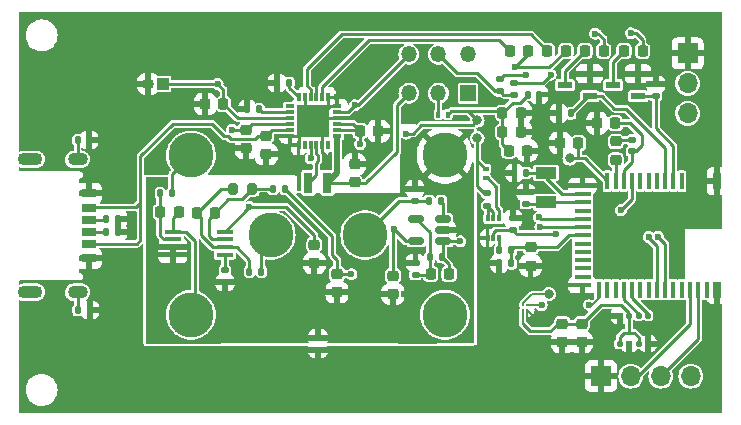
<source format=gtl>
%TF.GenerationSoftware,KiCad,Pcbnew,7.0.9*%
%TF.CreationDate,2023-12-22T14:05:00+09:00*%
%TF.ProjectId,gas_nrf52832,6761735f-6e72-4663-9532-3833322e6b69,rev?*%
%TF.SameCoordinates,Original*%
%TF.FileFunction,Copper,L1,Top*%
%TF.FilePolarity,Positive*%
%FSLAX46Y46*%
G04 Gerber Fmt 4.6, Leading zero omitted, Abs format (unit mm)*
G04 Created by KiCad (PCBNEW 7.0.9) date 2023-12-22 14:05:00*
%MOMM*%
%LPD*%
G01*
G04 APERTURE LIST*
G04 Aperture macros list*
%AMRoundRect*
0 Rectangle with rounded corners*
0 $1 Rounding radius*
0 $2 $3 $4 $5 $6 $7 $8 $9 X,Y pos of 4 corners*
0 Add a 4 corners polygon primitive as box body*
4,1,4,$2,$3,$4,$5,$6,$7,$8,$9,$2,$3,0*
0 Add four circle primitives for the rounded corners*
1,1,$1+$1,$2,$3*
1,1,$1+$1,$4,$5*
1,1,$1+$1,$6,$7*
1,1,$1+$1,$8,$9*
0 Add four rect primitives between the rounded corners*
20,1,$1+$1,$2,$3,$4,$5,0*
20,1,$1+$1,$4,$5,$6,$7,0*
20,1,$1+$1,$6,$7,$8,$9,0*
20,1,$1+$1,$8,$9,$2,$3,0*%
G04 Aperture macros list end*
%TA.AperFunction,SMDPad,CuDef*%
%ADD10RoundRect,0.135000X-0.135000X-0.185000X0.135000X-0.185000X0.135000X0.185000X-0.135000X0.185000X0*%
%TD*%
%TA.AperFunction,SMDPad,CuDef*%
%ADD11RoundRect,0.225000X0.250000X-0.225000X0.250000X0.225000X-0.250000X0.225000X-0.250000X-0.225000X0*%
%TD*%
%TA.AperFunction,SMDPad,CuDef*%
%ADD12R,0.800000X0.300000*%
%TD*%
%TA.AperFunction,SMDPad,CuDef*%
%ADD13R,0.300000X0.800000*%
%TD*%
%TA.AperFunction,SMDPad,CuDef*%
%ADD14R,2.800000X2.800000*%
%TD*%
%TA.AperFunction,SMDPad,CuDef*%
%ADD15RoundRect,0.225000X-0.250000X0.225000X-0.250000X-0.225000X0.250000X-0.225000X0.250000X0.225000X0*%
%TD*%
%TA.AperFunction,SMDPad,CuDef*%
%ADD16RoundRect,0.218750X-0.218750X-0.256250X0.218750X-0.256250X0.218750X0.256250X-0.218750X0.256250X0*%
%TD*%
%TA.AperFunction,ComponentPad*%
%ADD17R,1.700000X1.700000*%
%TD*%
%TA.AperFunction,ComponentPad*%
%ADD18O,1.700000X1.700000*%
%TD*%
%TA.AperFunction,SMDPad,CuDef*%
%ADD19RoundRect,0.140000X-0.140000X-0.170000X0.140000X-0.170000X0.140000X0.170000X-0.140000X0.170000X0*%
%TD*%
%TA.AperFunction,SMDPad,CuDef*%
%ADD20RoundRect,0.225000X-0.225000X-0.250000X0.225000X-0.250000X0.225000X0.250000X-0.225000X0.250000X0*%
%TD*%
%TA.AperFunction,SMDPad,CuDef*%
%ADD21RoundRect,0.218750X0.256250X-0.218750X0.256250X0.218750X-0.256250X0.218750X-0.256250X-0.218750X0*%
%TD*%
%TA.AperFunction,SMDPad,CuDef*%
%ADD22RoundRect,0.225000X0.225000X0.250000X-0.225000X0.250000X-0.225000X-0.250000X0.225000X-0.250000X0*%
%TD*%
%TA.AperFunction,SMDPad,CuDef*%
%ADD23RoundRect,0.135000X0.185000X-0.135000X0.185000X0.135000X-0.185000X0.135000X-0.185000X-0.135000X0*%
%TD*%
%TA.AperFunction,ComponentPad*%
%ADD24R,1.000000X1.000000*%
%TD*%
%TA.AperFunction,ComponentPad*%
%ADD25O,1.000000X1.000000*%
%TD*%
%TA.AperFunction,SMDPad,CuDef*%
%ADD26RoundRect,0.135000X-0.185000X0.135000X-0.185000X-0.135000X0.185000X-0.135000X0.185000X0.135000X0*%
%TD*%
%TA.AperFunction,SMDPad,CuDef*%
%ADD27R,0.400000X0.500000*%
%TD*%
%TA.AperFunction,SMDPad,CuDef*%
%ADD28RoundRect,0.150000X0.512500X0.150000X-0.512500X0.150000X-0.512500X-0.150000X0.512500X-0.150000X0*%
%TD*%
%TA.AperFunction,SMDPad,CuDef*%
%ADD29R,0.300000X0.492000*%
%TD*%
%TA.AperFunction,SMDPad,CuDef*%
%ADD30R,1.200000X0.700000*%
%TD*%
%TA.AperFunction,SMDPad,CuDef*%
%ADD31R,1.200000X0.760000*%
%TD*%
%TA.AperFunction,SMDPad,CuDef*%
%ADD32R,1.200000X0.800000*%
%TD*%
%TA.AperFunction,ComponentPad*%
%ADD33O,2.100000X1.100000*%
%TD*%
%TA.AperFunction,ComponentPad*%
%ADD34O,1.700000X1.100000*%
%TD*%
%TA.AperFunction,SMDPad,CuDef*%
%ADD35R,1.450000X0.450000*%
%TD*%
%TA.AperFunction,SMDPad,CuDef*%
%ADD36R,1.250000X0.600000*%
%TD*%
%TA.AperFunction,SMDPad,CuDef*%
%ADD37RoundRect,0.125000X-0.125000X-0.137500X0.125000X-0.137500X0.125000X0.137500X-0.125000X0.137500X0*%
%TD*%
%TA.AperFunction,SMDPad,CuDef*%
%ADD38RoundRect,0.135000X0.135000X0.185000X-0.135000X0.185000X-0.135000X-0.185000X0.135000X-0.185000X0*%
%TD*%
%TA.AperFunction,SMDPad,CuDef*%
%ADD39R,0.800000X1.400000*%
%TD*%
%TA.AperFunction,SMDPad,CuDef*%
%ADD40R,0.400000X1.400000*%
%TD*%
%TA.AperFunction,SMDPad,CuDef*%
%ADD41R,1.400000X0.400000*%
%TD*%
%TA.AperFunction,SMDPad,CuDef*%
%ADD42RoundRect,0.140000X0.140000X0.170000X-0.140000X0.170000X-0.140000X-0.170000X0.140000X-0.170000X0*%
%TD*%
%TA.AperFunction,SMDPad,CuDef*%
%ADD43C,0.208000*%
%TD*%
%TA.AperFunction,SMDPad,CuDef*%
%ADD44RoundRect,0.200000X0.200000X0.275000X-0.200000X0.275000X-0.200000X-0.275000X0.200000X-0.275000X0*%
%TD*%
%TA.AperFunction,SMDPad,CuDef*%
%ADD45RoundRect,0.140000X-0.170000X0.140000X-0.170000X-0.140000X0.170000X-0.140000X0.170000X0.140000X0*%
%TD*%
%TA.AperFunction,ComponentPad*%
%ADD46O,1.350000X1.350000*%
%TD*%
%TA.AperFunction,ComponentPad*%
%ADD47R,1.350000X1.350000*%
%TD*%
%TA.AperFunction,SMDPad,CuDef*%
%ADD48RoundRect,0.147500X-0.172500X0.147500X-0.172500X-0.147500X0.172500X-0.147500X0.172500X0.147500X0*%
%TD*%
%TA.AperFunction,SMDPad,CuDef*%
%ADD49R,0.800000X1.800000*%
%TD*%
%TA.AperFunction,SMDPad,CuDef*%
%ADD50R,0.500000X0.400000*%
%TD*%
%TA.AperFunction,SMDPad,CuDef*%
%ADD51R,1.800000X1.000000*%
%TD*%
%TA.AperFunction,ComponentPad*%
%ADD52C,3.800000*%
%TD*%
%TA.AperFunction,ViaPad*%
%ADD53C,0.600000*%
%TD*%
%TA.AperFunction,ViaPad*%
%ADD54C,0.800000*%
%TD*%
%TA.AperFunction,Conductor*%
%ADD55C,0.250000*%
%TD*%
%TA.AperFunction,Conductor*%
%ADD56C,0.150000*%
%TD*%
%TA.AperFunction,Conductor*%
%ADD57C,0.500000*%
%TD*%
G04 APERTURE END LIST*
D10*
X111500000Y-90980000D03*
X112520000Y-90980000D03*
D11*
X116910000Y-99740000D03*
X116910000Y-98190000D03*
D10*
X94985000Y-101260000D03*
X96005000Y-101260000D03*
D12*
X116920000Y-86500000D03*
X116920000Y-86000000D03*
X116920000Y-85500000D03*
X116920000Y-85000000D03*
X116920000Y-84500000D03*
X116920000Y-84000000D03*
D13*
X116170000Y-83250000D03*
X115670000Y-83250000D03*
X115170000Y-83250000D03*
X114670000Y-83250000D03*
X114170000Y-83250000D03*
X113670000Y-83250000D03*
D12*
X112920000Y-84000000D03*
X112920000Y-84500000D03*
X112920000Y-85000000D03*
X112920000Y-85500000D03*
X112920000Y-86000000D03*
X112920000Y-86500000D03*
D13*
X113670000Y-87250000D03*
X114170000Y-87250000D03*
X114670000Y-87250000D03*
X115170000Y-87250000D03*
X115670000Y-87250000D03*
X116170000Y-87250000D03*
D14*
X114920000Y-85250000D03*
D15*
X109220000Y-85985000D03*
X109220000Y-87535000D03*
D16*
X134725000Y-79300000D03*
X136300000Y-79300000D03*
D17*
X146600000Y-79520000D03*
D18*
X146600000Y-82060000D03*
X146600000Y-84600000D03*
D10*
X130640000Y-97300000D03*
X131660000Y-97300000D03*
D19*
X131940000Y-89627500D03*
X132900000Y-89627500D03*
D20*
X105750000Y-83800000D03*
X107300000Y-83800000D03*
D21*
X140500000Y-88535000D03*
X140500000Y-86960000D03*
D20*
X124850000Y-98200000D03*
X126400000Y-98200000D03*
D22*
X137350000Y-87100000D03*
X135800000Y-87100000D03*
D10*
X135680000Y-84600000D03*
X136700000Y-84600000D03*
D23*
X131800000Y-94510000D03*
X131800000Y-93490000D03*
D20*
X130925000Y-86150000D03*
X132475000Y-86150000D03*
X131450000Y-87750000D03*
X133000000Y-87750000D03*
D24*
X102200000Y-82100000D03*
D25*
X100930000Y-82100000D03*
D26*
X115300000Y-103580000D03*
X115300000Y-104600000D03*
D11*
X137630000Y-103965000D03*
X137630000Y-102415000D03*
D27*
X125500000Y-84700000D03*
X126300000Y-84700000D03*
D28*
X125906250Y-95431250D03*
X125906250Y-94481250D03*
X125906250Y-93531250D03*
X123631250Y-93531250D03*
X123631250Y-95431250D03*
D29*
X129658000Y-95156500D03*
X130158000Y-95156500D03*
X130658000Y-95156500D03*
X130658000Y-93488500D03*
X130158000Y-93488500D03*
X129658000Y-93488500D03*
D30*
X95900000Y-93620000D03*
D31*
X95900000Y-95640000D03*
D32*
X95900000Y-96870000D03*
D30*
X95900000Y-94620000D03*
D31*
X95900000Y-92600000D03*
D32*
X95900000Y-91370000D03*
D33*
X90950000Y-88500000D03*
X90950000Y-99740000D03*
D34*
X94950000Y-88500000D03*
X94950000Y-99740000D03*
D35*
X103025000Y-94605407D03*
X103025000Y-95255407D03*
X103025000Y-95905407D03*
X103025000Y-96555407D03*
X107425000Y-96555407D03*
X107425000Y-95905407D03*
X107425000Y-95255407D03*
X107425000Y-94605407D03*
D26*
X143900000Y-82130000D03*
X143900000Y-83150000D03*
D20*
X101950000Y-92980407D03*
X103500000Y-92980407D03*
D16*
X141212500Y-79300000D03*
X142787500Y-79300000D03*
D10*
X124768750Y-96781250D03*
X125788750Y-96781250D03*
D15*
X110920000Y-86500000D03*
X110920000Y-88050000D03*
D36*
X142400000Y-83155000D03*
X142400000Y-81245000D03*
X140300000Y-82200000D03*
D26*
X129650000Y-91380000D03*
X129650000Y-92400000D03*
D16*
X137912500Y-79300000D03*
X139487500Y-79300000D03*
D19*
X133070000Y-83000000D03*
X134030000Y-83000000D03*
D23*
X123560000Y-98250000D03*
X123560000Y-97230000D03*
D37*
X140850000Y-101725000D03*
X141650000Y-101725000D03*
X142450000Y-101725000D03*
X143250000Y-101725000D03*
X143250000Y-104100000D03*
X142450000Y-104100000D03*
X141650000Y-104100000D03*
X140850000Y-104100000D03*
D10*
X97385000Y-93520000D03*
X98405000Y-93520000D03*
D38*
X112850000Y-82000000D03*
X111830000Y-82000000D03*
D39*
X149100000Y-90327500D03*
D40*
X146100000Y-90327500D03*
X145400000Y-90327500D03*
X144700000Y-90327500D03*
X144000000Y-90327500D03*
X143300000Y-90327500D03*
X142600000Y-90327500D03*
X141900000Y-90327500D03*
X141200000Y-90327500D03*
X140500000Y-90327500D03*
X139800000Y-90327500D03*
D41*
X137700000Y-90727500D03*
X137700000Y-91427500D03*
X137700000Y-92127500D03*
X137700000Y-92827500D03*
X137700000Y-93527500D03*
X137700000Y-94227500D03*
X137700000Y-94927500D03*
X137700000Y-95627500D03*
X137700000Y-96327500D03*
X137700000Y-97027500D03*
X137700000Y-97727500D03*
X137700000Y-98427500D03*
X137700000Y-99127500D03*
D40*
X139100000Y-99527500D03*
X139800000Y-99527500D03*
X140500000Y-99527500D03*
X141200000Y-99527500D03*
X141900000Y-99527500D03*
X142600000Y-99527500D03*
X143300000Y-99527500D03*
X144000000Y-99527500D03*
X144700000Y-99527500D03*
X145400000Y-99527500D03*
X146100000Y-99527500D03*
X146800000Y-99527500D03*
X147500000Y-99527500D03*
X148200000Y-99527500D03*
D39*
X149100000Y-99527500D03*
D11*
X115000000Y-97275000D03*
X115000000Y-95725000D03*
X136000000Y-103965000D03*
X136000000Y-102415000D03*
D42*
X95910000Y-86860000D03*
X94950000Y-86860000D03*
D22*
X120420000Y-86090000D03*
X118870000Y-86090000D03*
D11*
X121640000Y-99890000D03*
X121640000Y-98340000D03*
D23*
X123500000Y-92010000D03*
X123500000Y-90990000D03*
D17*
X139250000Y-106850000D03*
D18*
X141790000Y-106850000D03*
X144330000Y-106850000D03*
X146870000Y-106850000D03*
D15*
X133300000Y-95950000D03*
X133300000Y-97500000D03*
D26*
X130700000Y-81700000D03*
X130700000Y-82720000D03*
D22*
X140475000Y-85427500D03*
X138925000Y-85427500D03*
D10*
X124730000Y-92000000D03*
X125750000Y-92000000D03*
D43*
X132630000Y-101230000D03*
X132630000Y-100830000D03*
X133030000Y-101230000D03*
X133030000Y-100830000D03*
D10*
X101950000Y-91350000D03*
X102970000Y-91350000D03*
D11*
X118400000Y-90450000D03*
X118400000Y-88900000D03*
D23*
X107430000Y-98906657D03*
X107430000Y-97886657D03*
D44*
X109750000Y-90970000D03*
X108100000Y-90970000D03*
D45*
X132900000Y-91290000D03*
X132900000Y-92250000D03*
D46*
X123000000Y-79600000D03*
X125500000Y-79600000D03*
X128000000Y-79600000D03*
X123000000Y-82900000D03*
X125500000Y-82900000D03*
D47*
X128000000Y-82900000D03*
D10*
X109500000Y-98000000D03*
X110520000Y-98000000D03*
D48*
X141900000Y-86842500D03*
X141900000Y-87812500D03*
D49*
X116100000Y-90460000D03*
X114500000Y-90460000D03*
D10*
X109330000Y-84250000D03*
X110350000Y-84250000D03*
D36*
X138300000Y-83155000D03*
X138300000Y-81245000D03*
X136200000Y-82200000D03*
D50*
X129500000Y-90100000D03*
X129500000Y-89300000D03*
D10*
X97385000Y-94620000D03*
X98405000Y-94620000D03*
D51*
X134600000Y-89627500D03*
X134600000Y-92127500D03*
D38*
X131678000Y-96188500D03*
X130658000Y-96188500D03*
D26*
X131900000Y-82000000D03*
X131900000Y-83020000D03*
D22*
X106600000Y-93000000D03*
X105050000Y-93000000D03*
D16*
X131537500Y-79300000D03*
X133112500Y-79300000D03*
D20*
X130925000Y-84550000D03*
X132475000Y-84550000D03*
D52*
X104550000Y-101650000D03*
X104550000Y-88150000D03*
X111300000Y-94900000D03*
X119300000Y-94900000D03*
X126050000Y-88150000D03*
X126050000Y-101650000D03*
D53*
X132000000Y-80700000D03*
X118420000Y-83910000D03*
X108020000Y-85985000D03*
X132900000Y-81324500D03*
X138768809Y-77848014D03*
X135424500Y-94852000D03*
X140950000Y-92800000D03*
X96845000Y-86860000D03*
X139580000Y-101705000D03*
X139570000Y-102745000D03*
X149100000Y-102427500D03*
X146300000Y-92827500D03*
X141650000Y-104957500D03*
X112652500Y-87550000D03*
X109220000Y-88810000D03*
X135775000Y-85800000D03*
X130660000Y-98650000D03*
X148200000Y-101327500D03*
X134100000Y-84550000D03*
X136200000Y-90727500D03*
X148900000Y-93427500D03*
X99350000Y-94650000D03*
X110920000Y-89560000D03*
X133880000Y-102380000D03*
X116930000Y-83250000D03*
X148900000Y-92127500D03*
X120420000Y-84700000D03*
X147800000Y-87127500D03*
X135580000Y-99110000D03*
X135850000Y-83200000D03*
X139400000Y-97327500D03*
X144300000Y-102845000D03*
X139400000Y-92827500D03*
X149125000Y-101327500D03*
X115170000Y-81910000D03*
X147800000Y-93427500D03*
X134100000Y-86100000D03*
X97317500Y-96850000D03*
X96250000Y-90000000D03*
X134400000Y-87750000D03*
X97517500Y-91220000D03*
X145400000Y-95027500D03*
X116152500Y-88750000D03*
X148900000Y-88427500D03*
X109300000Y-83050000D03*
X148200000Y-102427500D03*
D54*
X114220000Y-85960000D03*
D53*
X95917500Y-85820000D03*
X141600000Y-95027500D03*
X131650000Y-91250000D03*
X147800000Y-92127500D03*
X148900000Y-87127500D03*
X96217500Y-98200000D03*
X99350000Y-93650000D03*
X111850000Y-80800000D03*
X112252500Y-88250000D03*
D54*
X115670000Y-85960000D03*
X114220000Y-84610000D03*
D53*
X96017500Y-102520000D03*
X147800000Y-88427500D03*
D54*
X115300000Y-106090000D03*
D53*
X111600000Y-83400000D03*
X134420000Y-101680000D03*
X118361615Y-84880855D03*
X143250000Y-104957500D03*
D54*
X115670000Y-84610000D03*
D53*
X114670000Y-88410000D03*
X118870000Y-87200000D03*
D54*
X128800000Y-86700000D03*
D53*
X106800000Y-82100000D03*
X127348750Y-95431250D03*
X134000000Y-93400000D03*
X134132843Y-94201880D03*
X118140000Y-98200000D03*
X135002667Y-81316004D03*
X141800000Y-77800000D03*
X138250000Y-100820000D03*
X134230000Y-100830000D03*
X144099503Y-95050000D03*
X143300000Y-95050000D03*
X106100000Y-98900000D03*
X127200000Y-93800000D03*
X125000000Y-91000000D03*
X126200000Y-91000000D03*
X123200000Y-89600000D03*
D54*
X115300000Y-102190000D03*
D53*
X123200000Y-88600000D03*
X101225000Y-95911657D03*
X103025000Y-97811657D03*
D54*
X136600000Y-88413750D03*
X134850000Y-99900000D03*
D53*
X121700000Y-94400000D03*
X109500000Y-92500000D03*
D54*
X128800000Y-85200000D03*
D53*
X122770000Y-86310000D03*
D55*
X116910000Y-98190000D02*
X116910000Y-96970000D01*
X116910000Y-96970000D02*
X116500000Y-96560000D01*
X116910000Y-98190000D02*
X118130000Y-98190000D01*
X118130000Y-98190000D02*
X118140000Y-98200000D01*
X116500000Y-96560000D02*
X116500000Y-94960000D01*
X116500000Y-94960000D02*
X112520000Y-90980000D01*
X109750000Y-90970000D02*
X111490000Y-90970000D01*
X111490000Y-90970000D02*
X111500000Y-90980000D01*
X107080000Y-90970000D02*
X108100000Y-90970000D01*
X106600000Y-93000000D02*
X107725000Y-91875000D01*
X107725000Y-91875000D02*
X108845000Y-91875000D01*
X108845000Y-91875000D02*
X109750000Y-90970000D01*
X127348750Y-95431250D02*
X125906250Y-95431250D01*
X112920000Y-85500000D02*
X109705000Y-85500000D01*
X134900000Y-80700000D02*
X136300000Y-79300000D01*
X118690000Y-83910000D02*
X118420000Y-83910000D01*
X108020000Y-85985000D02*
X109220000Y-85985000D01*
X132000000Y-80700000D02*
X134900000Y-80700000D01*
X133112500Y-79587500D02*
X132000000Y-80700000D01*
X117830000Y-84500000D02*
X116920000Y-84500000D01*
X123000000Y-79600000D02*
X118690000Y-83910000D01*
X118420000Y-83910000D02*
X117830000Y-84500000D01*
X118420000Y-83910000D02*
X118400000Y-83890000D01*
X133112500Y-79300000D02*
X133112500Y-79587500D01*
X109705000Y-85500000D02*
X109220000Y-85985000D01*
X136200000Y-81012500D02*
X137912500Y-79300000D01*
X136200000Y-82200000D02*
X136200000Y-81012500D01*
X139487500Y-78287500D02*
X139487500Y-79300000D01*
X138768809Y-77848014D02*
X139048014Y-77848014D01*
X130700000Y-81700000D02*
X131075500Y-81324500D01*
X139048014Y-77848014D02*
X139487500Y-78287500D01*
X131075500Y-81324500D02*
X132900000Y-81324500D01*
X141400000Y-84200000D02*
X144700000Y-87500000D01*
X138300000Y-83155000D02*
X139355000Y-83155000D01*
X140400000Y-84200000D02*
X141400000Y-84200000D01*
X139355000Y-83155000D02*
X140400000Y-84200000D01*
X138145000Y-83155000D02*
X136700000Y-84600000D01*
X138300000Y-83155000D02*
X138145000Y-83155000D01*
X144700000Y-87500000D02*
X144700000Y-90327500D01*
X130158000Y-95156500D02*
X130158000Y-94692000D01*
X131810000Y-94520000D02*
X132116880Y-94826880D01*
X135399380Y-94826880D02*
X132116880Y-94826880D01*
X135424500Y-94852000D02*
X135399380Y-94826880D01*
X141900000Y-91850000D02*
X140950000Y-92800000D01*
X130340000Y-94510000D02*
X131800000Y-94510000D01*
X130158000Y-94692000D02*
X130340000Y-94510000D01*
X141900000Y-90327500D02*
X141900000Y-91850000D01*
X142700000Y-87317500D02*
X142700000Y-86427500D01*
X141700000Y-85427500D02*
X140475000Y-85427500D01*
X141200000Y-90327500D02*
X141200000Y-89427500D01*
X141900000Y-88727500D02*
X141900000Y-87807500D01*
X141900000Y-87807500D02*
X142210000Y-87807500D01*
X142700000Y-86427500D02*
X141700000Y-85427500D01*
X141200000Y-89427500D02*
X141900000Y-88727500D01*
X142210000Y-87807500D02*
X142700000Y-87317500D01*
X140500000Y-90327500D02*
X140500000Y-88527500D01*
X140620000Y-86847500D02*
X140500000Y-86967500D01*
X141900000Y-86847500D02*
X140620000Y-86847500D01*
X137700000Y-91427500D02*
X136000000Y-91427500D01*
X134600000Y-89627500D02*
X132900000Y-89627500D01*
X136000000Y-91427500D02*
X134600000Y-90027500D01*
X134600000Y-90027500D02*
X134600000Y-89627500D01*
X134477500Y-92250000D02*
X134600000Y-92127500D01*
X132900000Y-92250000D02*
X134477500Y-92250000D01*
X134600000Y-92127500D02*
X137700000Y-92127500D01*
X101950000Y-92980407D02*
X101950000Y-91350000D01*
X103025000Y-95255407D02*
X102265380Y-95255407D01*
X102265380Y-95255407D02*
X101950000Y-94940027D01*
X101950000Y-94940027D02*
X101950000Y-92980407D01*
X104113314Y-94605407D02*
X103025000Y-94605407D01*
X104875000Y-95367093D02*
X104113314Y-94605407D01*
X103025000Y-94605407D02*
X103025000Y-93455407D01*
X104875000Y-101630407D02*
X104875000Y-95367093D01*
X103025000Y-93455407D02*
X103500000Y-92980407D01*
X146800000Y-99527500D02*
X146800000Y-102445692D01*
X146800000Y-102445692D02*
X142395692Y-106850000D01*
X142395692Y-106850000D02*
X141790000Y-106850000D01*
X147500000Y-103680000D02*
X147500000Y-99527500D01*
X144330000Y-106850000D02*
X147500000Y-103680000D01*
X112920000Y-87282500D02*
X112652500Y-87550000D01*
X116170000Y-83250000D02*
X116170000Y-84110000D01*
X116920000Y-83260000D02*
X116930000Y-83250000D01*
X113680000Y-86500000D02*
X114220000Y-85960000D01*
X115670000Y-87250000D02*
X115670000Y-85960000D01*
X116280000Y-84000000D02*
X115670000Y-84610000D01*
X149125000Y-101327500D02*
X149100000Y-101302500D01*
D56*
X134010000Y-102250000D02*
X134010000Y-102210000D01*
X133880000Y-102380000D02*
X134010000Y-102250000D01*
X133030000Y-101950000D02*
X133460000Y-102380000D01*
D55*
X115170000Y-83250000D02*
X115170000Y-81910000D01*
X115670000Y-85960000D02*
X114220000Y-85960000D01*
X116920000Y-85000000D02*
X118242470Y-85000000D01*
X116152500Y-88372220D02*
X115670000Y-87889720D01*
X116920000Y-84000000D02*
X116920000Y-83260000D01*
X114320000Y-85960000D02*
X115670000Y-84610000D01*
X114170000Y-84560000D02*
X114220000Y-84610000D01*
X112920000Y-86500000D02*
X113680000Y-86500000D01*
X118242470Y-85000000D02*
X118361615Y-84880855D01*
X116060000Y-85000000D02*
X115670000Y-84610000D01*
X116170000Y-84110000D02*
X115670000Y-84610000D01*
X116920000Y-85000000D02*
X116060000Y-85000000D01*
X149100000Y-101302500D02*
X149100000Y-99527500D01*
X113670000Y-87250000D02*
X113670000Y-86510000D01*
X114220000Y-85960000D02*
X114320000Y-85960000D01*
X116152500Y-88750000D02*
X116152500Y-88372220D01*
D56*
X134150000Y-101950000D02*
X134420000Y-101680000D01*
D55*
X114220000Y-84610000D02*
X115670000Y-84610000D01*
X112920000Y-86500000D02*
X112920000Y-87282500D01*
X116170000Y-83250000D02*
X116930000Y-83250000D01*
X113670000Y-86510000D02*
X114220000Y-85960000D01*
X116920000Y-84000000D02*
X116280000Y-84000000D01*
D56*
X133030000Y-101950000D02*
X134150000Y-101950000D01*
D55*
X115670000Y-87889720D02*
X115670000Y-87250000D01*
X112952500Y-87250000D02*
X112652500Y-87550000D01*
D56*
X133030000Y-101230000D02*
X133030000Y-101950000D01*
D55*
X115300000Y-104600000D02*
X115300000Y-106090000D01*
X141650000Y-104957500D02*
X141650000Y-104100000D01*
D56*
X133460000Y-102380000D02*
X133880000Y-102380000D01*
D55*
X114170000Y-83250000D02*
X114170000Y-84560000D01*
X113670000Y-87250000D02*
X112952500Y-87250000D01*
X135500000Y-95950000D02*
X136522500Y-94927500D01*
X131678000Y-97282000D02*
X131660000Y-97300000D01*
X133300000Y-95950000D02*
X131916500Y-95950000D01*
X131916500Y-95950000D02*
X131678000Y-96188500D01*
X133300000Y-95950000D02*
X135500000Y-95950000D01*
X136522500Y-94927500D02*
X137700000Y-94927500D01*
X131678000Y-96188500D02*
X131678000Y-97282000D01*
X118870000Y-86090000D02*
X118280000Y-85500000D01*
X118870000Y-86090000D02*
X118870000Y-87200000D01*
X114670000Y-87250000D02*
X114670000Y-88410000D01*
X118780000Y-86000000D02*
X118870000Y-86090000D01*
X118280000Y-85500000D02*
X116920000Y-85500000D01*
X116920000Y-86000000D02*
X118780000Y-86000000D01*
X128800000Y-81200000D02*
X130320000Y-82720000D01*
X130320000Y-82720000D02*
X130700000Y-82720000D01*
X127100000Y-81200000D02*
X128800000Y-81200000D01*
X125500000Y-79600000D02*
X127100000Y-81200000D01*
X131000000Y-83020000D02*
X130700000Y-82720000D01*
X131900000Y-83020000D02*
X131000000Y-83020000D01*
X134725000Y-79300000D02*
X133335000Y-77910000D01*
X117310000Y-77910000D02*
X114370000Y-80850000D01*
X114370000Y-82275305D02*
X114670000Y-82575305D01*
X114370000Y-82275305D02*
X114370000Y-80850000D01*
X133335000Y-77910000D02*
X117310000Y-77910000D01*
X114670000Y-82575305D02*
X114670000Y-83250000D01*
X130637500Y-78400000D02*
X119600000Y-78400000D01*
X131537500Y-79300000D02*
X130637500Y-78400000D01*
X115670000Y-82330000D02*
X115670000Y-83250000D01*
X119600000Y-78400000D02*
X115670000Y-82330000D01*
X110600000Y-84500000D02*
X110350000Y-84250000D01*
X112920000Y-84500000D02*
X110600000Y-84500000D01*
X128800000Y-90740000D02*
X129450000Y-91390000D01*
X107300000Y-83800000D02*
X107300000Y-82600000D01*
X129500000Y-89300000D02*
X128800000Y-88600000D01*
X128800000Y-86700000D02*
X128800000Y-88550000D01*
X107300000Y-83800000D02*
X108500000Y-85000000D01*
X107300000Y-82600000D02*
X106800000Y-82100000D01*
X108500000Y-85000000D02*
X112920000Y-85000000D01*
X102200000Y-82100000D02*
X106800000Y-82100000D01*
X128800000Y-88550000D02*
X128800000Y-90740000D01*
X110200000Y-86500000D02*
X110920000Y-86500000D01*
X95900000Y-92600000D02*
X95940000Y-92560000D01*
X95940000Y-92560000D02*
X99877500Y-92560000D01*
X100267500Y-92120000D02*
X100267500Y-95350000D01*
X107651116Y-86500000D02*
X107325558Y-86500000D01*
X110920000Y-86500000D02*
X111420000Y-86000000D01*
X99877500Y-92560000D02*
X100267500Y-92170000D01*
X95900000Y-95640000D02*
X99977500Y-95640000D01*
X95905000Y-95615000D02*
X95900000Y-95620000D01*
X107651116Y-86500000D02*
X107911116Y-86760000D01*
X109940000Y-86760000D02*
X110200000Y-86500000D01*
X100267500Y-88232500D02*
X100267500Y-89932500D01*
X107325558Y-86500000D02*
X106325558Y-85500000D01*
X106325558Y-85500000D02*
X103000000Y-85500000D01*
X99977500Y-95640000D02*
X100267500Y-95350000D01*
X100267500Y-92120000D02*
X100267500Y-89932500D01*
X103000000Y-85500000D02*
X100267500Y-88232500D01*
X111420000Y-86000000D02*
X112920000Y-86000000D01*
X100267500Y-92170000D02*
X100267500Y-92120000D01*
X107911116Y-86760000D02*
X109940000Y-86760000D01*
X134127500Y-93527500D02*
X137700000Y-93527500D01*
X134000000Y-93400000D02*
X134127500Y-93527500D01*
X107425000Y-95255407D02*
X106367065Y-95255407D01*
X106100000Y-93500000D02*
X106600000Y-93000000D01*
X106100000Y-94988342D02*
X106100000Y-93500000D01*
X134132843Y-94201880D02*
X134158463Y-94227500D01*
X106367065Y-95255407D02*
X106100000Y-94988342D01*
X134158463Y-94227500D02*
X137700000Y-94227500D01*
X97285000Y-93620000D02*
X97385000Y-93520000D01*
X95900000Y-93620000D02*
X97285000Y-93620000D01*
X95900000Y-94620000D02*
X97385000Y-94620000D01*
X130658000Y-96188500D02*
X130658000Y-95156500D01*
X130158000Y-92908000D02*
X129650000Y-92400000D01*
X130158000Y-93488500D02*
X130158000Y-92908000D01*
X129638000Y-93468500D02*
X129658000Y-93488500D01*
X129658000Y-92408000D02*
X129650000Y-92400000D01*
X129658000Y-93488500D02*
X129658000Y-92408000D01*
D57*
X116900000Y-86650000D02*
X116920000Y-86670000D01*
X116920000Y-86670000D02*
X116920000Y-89640000D01*
D55*
X116100000Y-90460000D02*
X119390000Y-90460000D01*
X122000000Y-87850000D02*
X119400000Y-90450000D01*
X119390000Y-90460000D02*
X119400000Y-90450000D01*
D57*
X116920000Y-89640000D02*
X116100000Y-90460000D01*
D55*
X123000000Y-82900000D02*
X122000000Y-83900000D01*
X122000000Y-83900000D02*
X122000000Y-87850000D01*
X115170000Y-88026116D02*
X115295000Y-88151116D01*
X115295000Y-88151116D02*
X115295000Y-88668884D01*
X115295000Y-88668884D02*
X115170000Y-88793884D01*
X115170000Y-87250000D02*
X115170000Y-88026116D01*
X115170000Y-88793884D02*
X115170000Y-89790000D01*
X115170000Y-89790000D02*
X114500000Y-90460000D01*
X107425000Y-95905407D02*
X106380669Y-95905407D01*
X105650000Y-95150000D02*
X105400000Y-94900000D01*
X105050000Y-93000000D02*
X107080000Y-90970000D01*
X105400000Y-94900000D02*
X105400000Y-93350000D01*
X109500000Y-98000000D02*
X109500000Y-97000000D01*
X105400000Y-93350000D02*
X105050000Y-93000000D01*
X108405407Y-95905407D02*
X107425000Y-95905407D01*
X106380669Y-95905407D02*
X105650000Y-95174738D01*
X105650000Y-95174738D02*
X105650000Y-95150000D01*
X107101250Y-95926250D02*
X107100000Y-95925000D01*
X107105000Y-95920000D02*
X107100000Y-95925000D01*
X109500000Y-97000000D02*
X108405407Y-95905407D01*
X112850000Y-82000000D02*
X112850000Y-82430000D01*
X112850000Y-82430000D02*
X113670000Y-83250000D01*
X141800000Y-77800000D02*
X142200000Y-77800000D01*
X131900000Y-82000000D02*
X134318671Y-82000000D01*
X142787500Y-78387500D02*
X142787500Y-79300000D01*
X134318671Y-82000000D02*
X135002667Y-81316004D01*
X142200000Y-77800000D02*
X142787500Y-78387500D01*
D56*
X139100000Y-100260000D02*
X139100000Y-99527500D01*
X138250000Y-100820000D02*
X138540000Y-100820000D01*
X138540000Y-100820000D02*
X139100000Y-100260000D01*
X133030000Y-100830000D02*
X134230000Y-100830000D01*
D55*
X125906250Y-92156250D02*
X125750000Y-92000000D01*
X125906250Y-93531250D02*
X125906250Y-92156250D01*
X124780000Y-96792500D02*
X124780000Y-98130000D01*
X124780000Y-96792500D02*
X124768750Y-96781250D01*
X124780000Y-98130000D02*
X124850000Y-98200000D01*
X123560000Y-98250000D02*
X124800000Y-98250000D01*
X124768750Y-94668750D02*
X124768750Y-96781250D01*
X124800000Y-98250000D02*
X124850000Y-98200000D01*
X124668750Y-96681250D02*
X124768750Y-96781250D01*
X123631250Y-93531250D02*
X124768750Y-94668750D01*
X141900000Y-100227500D02*
X143250000Y-101577500D01*
X141900000Y-99527500D02*
X141900000Y-100227500D01*
X143250000Y-101577500D02*
X143250000Y-101725000D01*
X142450000Y-101626104D02*
X142450000Y-101725000D01*
X141200000Y-100376104D02*
X142450000Y-101626104D01*
X141200000Y-99527500D02*
X141200000Y-100376104D01*
X140850000Y-103515000D02*
X141200000Y-103165000D01*
X135585000Y-102415000D02*
X136000000Y-102415000D01*
X141650000Y-101462500D02*
X141650000Y-101725000D01*
X142450000Y-103545000D02*
X142450000Y-104100000D01*
X141650000Y-103165000D02*
X142070000Y-103165000D01*
X140987500Y-100800000D02*
X141650000Y-101462500D01*
X141650000Y-101725000D02*
X141650000Y-103165000D01*
X133290000Y-103050000D02*
X134950000Y-103050000D01*
X132685000Y-102445000D02*
X133290000Y-103050000D01*
X142070000Y-103165000D02*
X142450000Y-103545000D01*
X134950000Y-103050000D02*
X135585000Y-102415000D01*
D56*
X132630000Y-101230000D02*
X132630000Y-102390000D01*
D55*
X137630000Y-102415000D02*
X139245000Y-100800000D01*
X136000000Y-102415000D02*
X137630000Y-102415000D01*
D56*
X132630000Y-102390000D02*
X132685000Y-102445000D01*
D55*
X140835000Y-104115000D02*
X140850000Y-104100000D01*
X141200000Y-103165000D02*
X141650000Y-103165000D01*
X139245000Y-100800000D02*
X140987500Y-100800000D01*
X140850000Y-104100000D02*
X140850000Y-103515000D01*
X102970000Y-91350000D02*
X102970000Y-89730000D01*
X102970000Y-89730000D02*
X104550000Y-88150000D01*
X107425000Y-96555407D02*
X107425000Y-97881657D01*
X107425000Y-97881657D02*
X107430000Y-97886657D01*
X144099503Y-95050000D02*
X144700000Y-95650497D01*
X144700000Y-95650497D02*
X144700000Y-99527500D01*
X146100000Y-85100000D02*
X146600000Y-84600000D01*
X143300000Y-95134381D02*
X143300000Y-95050000D01*
X144000000Y-99527500D02*
X144000000Y-95834381D01*
X144000000Y-95834381D02*
X143300000Y-95134381D01*
X140300000Y-82200000D02*
X140300000Y-80212500D01*
X140300000Y-80212500D02*
X141212500Y-79300000D01*
X145400000Y-90327500D02*
X145400000Y-87350000D01*
X142400000Y-83155000D02*
X143895000Y-83155000D01*
X143900000Y-85850000D02*
X143900000Y-83150000D01*
X143895000Y-83155000D02*
X143900000Y-83150000D01*
X143845000Y-83155000D02*
X143890000Y-83200000D01*
X145400000Y-87350000D02*
X143900000Y-85850000D01*
X127200000Y-93800000D02*
X127038750Y-93961250D01*
X127038750Y-93961250D02*
X127038750Y-94481250D01*
X127038750Y-94481250D02*
X125906250Y-94481250D01*
X115300000Y-103580000D02*
X115300000Y-102190000D01*
X101231250Y-95905407D02*
X101225000Y-95911657D01*
X103025000Y-95905407D02*
X101231250Y-95905407D01*
X111276250Y-94876250D02*
X111300000Y-94900000D01*
X110600000Y-95600000D02*
X111300000Y-94900000D01*
X111293750Y-94906250D02*
X111300000Y-94900000D01*
X110520000Y-95680000D02*
X111300000Y-94900000D01*
X110520000Y-98000000D02*
X110520000Y-95680000D01*
X125500000Y-82900000D02*
X125500000Y-84700000D01*
X130775000Y-84400000D02*
X128000000Y-84400000D01*
X137350000Y-88413750D02*
X137200000Y-88413750D01*
X109300000Y-92700000D02*
X109300000Y-92730407D01*
X123631250Y-95431250D02*
X122731250Y-95431250D01*
X122731250Y-95431250D02*
X121700000Y-94400000D01*
D56*
X132630000Y-100694014D02*
X132630000Y-100830000D01*
D55*
X137350000Y-87100000D02*
X137350000Y-88413750D01*
X128800000Y-85200000D02*
X128000000Y-84400000D01*
X126600000Y-84400000D02*
X126300000Y-84700000D01*
X121640000Y-94460000D02*
X121640000Y-98340000D01*
X121690000Y-94410000D02*
X121700000Y-94400000D01*
X127900000Y-84400000D02*
X126600000Y-84400000D01*
X128800000Y-85200000D02*
X128400000Y-85600000D01*
X112612500Y-92500000D02*
X115000000Y-94887500D01*
D56*
X133424014Y-99900000D02*
X132630000Y-100694014D01*
D55*
X137886250Y-88413750D02*
X137350000Y-88413750D01*
X131775000Y-83700000D02*
X132370000Y-83700000D01*
X130925000Y-87225000D02*
X131450000Y-87750000D01*
X128400000Y-85600000D02*
X124050000Y-85600000D01*
X130925000Y-84550000D02*
X130775000Y-84400000D01*
X109500000Y-92500000D02*
X109300000Y-92700000D01*
X124050000Y-85600000D02*
X123340000Y-86310000D01*
X137886250Y-88413750D02*
X139800000Y-90327500D01*
X137010000Y-88413750D02*
X136600000Y-88413750D01*
X132370000Y-83700000D02*
X133070000Y-83000000D01*
X109500000Y-92500000D02*
X112612500Y-92500000D01*
X115000000Y-94887500D02*
X115000000Y-95725000D01*
X137200000Y-88413750D02*
X137010000Y-88413750D01*
X121690000Y-94410000D02*
X121640000Y-94460000D01*
X130925000Y-86150000D02*
X130925000Y-87225000D01*
X123340000Y-86310000D02*
X122770000Y-86310000D01*
X130925000Y-84550000D02*
X131775000Y-83700000D01*
X109300000Y-92730407D02*
X107425000Y-94605407D01*
X130925000Y-84550000D02*
X130925000Y-86150000D01*
X139800000Y-90327500D02*
X139800000Y-89977500D01*
X128000000Y-84400000D02*
X127900000Y-84400000D01*
D56*
X134850000Y-99900000D02*
X133424014Y-99900000D01*
D55*
X94950000Y-101225000D02*
X94985000Y-101260000D01*
X94960000Y-99750000D02*
X94950000Y-99740000D01*
X94950000Y-99740000D02*
X94950000Y-101225000D01*
X94950000Y-88500000D02*
X94950000Y-86860000D01*
X129700000Y-90090000D02*
X130400000Y-90790000D01*
X130658000Y-92771604D02*
X130658000Y-93488500D01*
X130400000Y-92513604D02*
X130658000Y-92771604D01*
X130400000Y-90790000D02*
X130400000Y-92513604D01*
X137689089Y-96316589D02*
X137700000Y-96327500D01*
X122190000Y-92010000D02*
X123500000Y-92010000D01*
X119300000Y-94900000D02*
X122190000Y-92010000D01*
X123500000Y-92010000D02*
X124720000Y-92010000D01*
X124720000Y-92010000D02*
X124730000Y-92000000D01*
X126400000Y-98200000D02*
X126400000Y-97392500D01*
X125906250Y-96663750D02*
X125788750Y-96781250D01*
X126400000Y-97392500D02*
X125788750Y-96781250D01*
X125906250Y-95431250D02*
X125906250Y-96663750D01*
%TA.AperFunction,Conductor*%
G36*
X102630148Y-89994759D02*
G01*
X102644500Y-90029407D01*
X102644500Y-90860734D01*
X102630148Y-90895382D01*
X102555936Y-90969593D01*
X102555935Y-90969595D01*
X102504409Y-91080093D01*
X102476759Y-91105430D01*
X102439292Y-91103794D01*
X102415591Y-91080093D01*
X102380353Y-91004526D01*
X102364065Y-90969596D01*
X102364064Y-90969595D01*
X102364063Y-90969593D01*
X102280406Y-90885936D01*
X102280404Y-90885935D01*
X102173175Y-90835933D01*
X102173174Y-90835932D01*
X102163401Y-90834645D01*
X102124316Y-90829500D01*
X101775684Y-90829500D01*
X101743112Y-90833788D01*
X101726825Y-90835932D01*
X101726824Y-90835933D01*
X101619595Y-90885935D01*
X101619593Y-90885936D01*
X101535936Y-90969593D01*
X101535935Y-90969595D01*
X101485933Y-91076824D01*
X101485932Y-91076825D01*
X101485932Y-91076827D01*
X101482167Y-91105430D01*
X101479500Y-91125687D01*
X101479500Y-91574312D01*
X101479499Y-91574312D01*
X101485932Y-91623174D01*
X101485933Y-91623175D01*
X101535935Y-91730404D01*
X101535936Y-91730406D01*
X101610148Y-91804618D01*
X101624500Y-91839266D01*
X101624500Y-92274486D01*
X101610148Y-92309134D01*
X101595034Y-92318397D01*
X101595309Y-92318937D01*
X101471786Y-92381874D01*
X101471779Y-92381879D01*
X101376472Y-92477186D01*
X101376467Y-92477193D01*
X101315282Y-92597277D01*
X101315281Y-92597279D01*
X101315281Y-92597281D01*
X101299500Y-92696919D01*
X101299500Y-93263895D01*
X101315281Y-93363533D01*
X101315281Y-93363534D01*
X101315282Y-93363536D01*
X101376467Y-93483620D01*
X101376472Y-93483627D01*
X101471779Y-93578934D01*
X101471786Y-93578939D01*
X101595310Y-93641877D01*
X101594658Y-93643156D01*
X101619158Y-93664079D01*
X101624500Y-93686327D01*
X101624500Y-94924737D01*
X101624407Y-94926873D01*
X101620736Y-94968834D01*
X101631637Y-95009520D01*
X101632100Y-95011607D01*
X101639411Y-95053071D01*
X101639412Y-95053073D01*
X101643455Y-95060075D01*
X101648351Y-95071894D01*
X101650445Y-95079709D01*
X101650444Y-95079709D01*
X101674601Y-95114209D01*
X101675750Y-95116012D01*
X101696804Y-95152480D01*
X101696806Y-95152482D01*
X101729072Y-95179557D01*
X101730649Y-95181002D01*
X101882842Y-95333195D01*
X101897194Y-95367843D01*
X101887421Y-95397207D01*
X101856648Y-95438315D01*
X101806401Y-95573033D01*
X101806401Y-95573034D01*
X101800000Y-95632572D01*
X101800000Y-95680407D01*
X102272913Y-95680407D01*
X102277836Y-95680890D01*
X102277858Y-95680671D01*
X102280251Y-95680906D01*
X102280252Y-95680907D01*
X102280253Y-95680907D01*
X103769747Y-95680907D01*
X103769748Y-95680907D01*
X103769748Y-95680906D01*
X103772142Y-95680671D01*
X103772163Y-95680890D01*
X103777087Y-95680407D01*
X104250000Y-95680407D01*
X104250000Y-95632572D01*
X104243598Y-95573034D01*
X104243598Y-95573033D01*
X104193351Y-95438315D01*
X104107188Y-95323218D01*
X103992090Y-95237054D01*
X103982374Y-95233430D01*
X103954927Y-95207873D01*
X103950500Y-95187520D01*
X103950500Y-95021215D01*
X103964852Y-94986567D01*
X103999500Y-94972215D01*
X104034148Y-94986567D01*
X104535148Y-95487567D01*
X104549500Y-95522215D01*
X104549500Y-99500500D01*
X104535148Y-99535148D01*
X104500500Y-99549500D01*
X104406321Y-99549500D01*
X104121639Y-99588629D01*
X103844940Y-99666156D01*
X103581380Y-99780636D01*
X103335851Y-99929946D01*
X103112954Y-100111284D01*
X103112952Y-100111287D01*
X102916815Y-100321297D01*
X102916809Y-100321305D01*
X102751101Y-100556059D01*
X102751097Y-100556067D01*
X102618900Y-100811195D01*
X102618896Y-100811204D01*
X102522663Y-101081975D01*
X102464201Y-101363312D01*
X102444592Y-101650000D01*
X102464201Y-101936687D01*
X102522663Y-102218024D01*
X102522666Y-102218032D01*
X102618896Y-102488797D01*
X102618900Y-102488804D01*
X102751097Y-102743932D01*
X102751101Y-102743940D01*
X102833955Y-102861317D01*
X102916811Y-102978698D01*
X103112947Y-103188708D01*
X103112952Y-103188712D01*
X103112954Y-103188715D01*
X103286318Y-103329755D01*
X103335853Y-103370055D01*
X103581375Y-103519361D01*
X103844942Y-103633844D01*
X104121642Y-103711371D01*
X104352357Y-103743082D01*
X104406321Y-103750500D01*
X104406322Y-103750500D01*
X104693679Y-103750500D01*
X104739043Y-103744264D01*
X104978358Y-103711371D01*
X105255058Y-103633844D01*
X105518625Y-103519361D01*
X105764147Y-103370055D01*
X105921751Y-103241834D01*
X105987045Y-103188715D01*
X105987045Y-103188713D01*
X105987053Y-103188708D01*
X106183189Y-102978698D01*
X106348901Y-102743936D01*
X106481104Y-102488797D01*
X106577334Y-102218032D01*
X106635798Y-101936686D01*
X106655408Y-101650000D01*
X106635798Y-101363314D01*
X106635798Y-101363312D01*
X106577336Y-101081975D01*
X106577334Y-101081968D01*
X106481104Y-100811203D01*
X106348901Y-100556064D01*
X106348899Y-100556061D01*
X106348898Y-100556059D01*
X106295637Y-100480605D01*
X106183189Y-100321302D01*
X105987053Y-100111292D01*
X105987047Y-100111287D01*
X105987045Y-100111284D01*
X105764148Y-99929946D01*
X105764147Y-99929945D01*
X105518625Y-99780639D01*
X105518621Y-99780637D01*
X105518619Y-99780636D01*
X105369675Y-99715941D01*
X105255058Y-99666156D01*
X105255056Y-99666155D01*
X105255055Y-99666155D01*
X105236278Y-99660893D01*
X105206788Y-99637724D01*
X105200500Y-99613711D01*
X105200500Y-99156657D01*
X106617155Y-99156657D01*
X106657595Y-99295853D01*
X106739260Y-99433941D01*
X106739264Y-99433946D01*
X106852710Y-99547392D01*
X106852715Y-99547396D01*
X106990803Y-99629061D01*
X107144875Y-99673824D01*
X107179999Y-99676587D01*
X107180000Y-99676587D01*
X107180000Y-99156657D01*
X107680000Y-99156657D01*
X107680000Y-99676587D01*
X107715123Y-99673824D01*
X107715125Y-99673824D01*
X107869196Y-99629061D01*
X108007284Y-99547396D01*
X108007289Y-99547392D01*
X108120735Y-99433946D01*
X108120739Y-99433941D01*
X108202404Y-99295853D01*
X108242845Y-99156657D01*
X107680000Y-99156657D01*
X107180000Y-99156657D01*
X106617155Y-99156657D01*
X105200500Y-99156657D01*
X105200500Y-95382381D01*
X105200593Y-95380245D01*
X105201678Y-95367843D01*
X105204264Y-95338286D01*
X105193362Y-95297601D01*
X105192900Y-95295517D01*
X105189425Y-95275812D01*
X105197542Y-95239198D01*
X105229172Y-95219047D01*
X105265786Y-95227164D01*
X105272329Y-95232655D01*
X105341147Y-95301473D01*
X105347832Y-95311019D01*
X105347988Y-95310911D01*
X105374601Y-95348920D01*
X105375750Y-95350723D01*
X105396804Y-95387191D01*
X105396806Y-95387193D01*
X105429072Y-95414268D01*
X105430649Y-95415713D01*
X106139694Y-96124758D01*
X106141139Y-96126335D01*
X106168213Y-96158600D01*
X106168214Y-96158602D01*
X106192118Y-96172402D01*
X106204698Y-96179665D01*
X106206475Y-96180797D01*
X106240985Y-96204961D01*
X106248797Y-96207053D01*
X106260612Y-96211946D01*
X106267624Y-96215995D01*
X106304088Y-96222424D01*
X106309093Y-96223307D01*
X106311177Y-96223769D01*
X106351862Y-96234671D01*
X106386695Y-96231623D01*
X106393823Y-96231000D01*
X106395959Y-96230907D01*
X106455657Y-96230907D01*
X106490305Y-96245259D01*
X106504657Y-96279907D01*
X106503716Y-96289461D01*
X106499500Y-96310659D01*
X106499500Y-96800155D01*
X106511133Y-96858638D01*
X106517473Y-96868126D01*
X106555447Y-96924959D01*
X106563773Y-96930522D01*
X106621769Y-96969274D01*
X106680252Y-96980907D01*
X107050500Y-96980907D01*
X107085148Y-96995259D01*
X107099500Y-97029907D01*
X107099500Y-97418104D01*
X107085148Y-97452752D01*
X107071210Y-97462512D01*
X107049596Y-97472591D01*
X107049593Y-97472593D01*
X106965936Y-97556250D01*
X106965935Y-97556252D01*
X106915933Y-97663481D01*
X106915932Y-97663482D01*
X106909500Y-97712344D01*
X106909500Y-98060971D01*
X106915931Y-98109826D01*
X106915931Y-98109828D01*
X106940541Y-98162605D01*
X106942177Y-98200073D01*
X106921076Y-98225489D01*
X106852712Y-98265920D01*
X106852710Y-98265921D01*
X106739264Y-98379367D01*
X106739260Y-98379372D01*
X106657595Y-98517460D01*
X106617154Y-98656656D01*
X106617155Y-98656657D01*
X108242845Y-98656657D01*
X108242845Y-98656656D01*
X108202404Y-98517460D01*
X108120739Y-98379372D01*
X108120735Y-98379367D01*
X108007289Y-98265921D01*
X108007284Y-98265917D01*
X107938924Y-98225489D01*
X107916406Y-98195499D01*
X107919458Y-98162605D01*
X107944068Y-98109830D01*
X107950500Y-98060973D01*
X107950500Y-97712341D01*
X107944068Y-97663484D01*
X107894065Y-97556253D01*
X107894064Y-97556252D01*
X107894063Y-97556250D01*
X107810406Y-97472593D01*
X107778791Y-97457850D01*
X107753455Y-97430199D01*
X107750500Y-97413441D01*
X107750500Y-97029907D01*
X107764852Y-96995259D01*
X107799500Y-96980907D01*
X108169745Y-96980907D01*
X108169748Y-96980907D01*
X108228231Y-96969274D01*
X108294552Y-96924959D01*
X108338867Y-96858638D01*
X108350500Y-96800155D01*
X108350500Y-96429122D01*
X108364852Y-96394474D01*
X108399500Y-96380122D01*
X108434148Y-96394474D01*
X109160148Y-97120474D01*
X109174500Y-97155122D01*
X109174500Y-97510734D01*
X109160148Y-97545382D01*
X109085936Y-97619593D01*
X109085935Y-97619595D01*
X109035933Y-97726824D01*
X109035932Y-97726825D01*
X109035932Y-97726827D01*
X109032167Y-97755430D01*
X109029500Y-97775687D01*
X109029500Y-98224312D01*
X109029499Y-98224312D01*
X109035932Y-98273174D01*
X109035933Y-98273175D01*
X109085935Y-98380404D01*
X109085936Y-98380406D01*
X109169593Y-98464063D01*
X109169595Y-98464064D01*
X109169596Y-98464065D01*
X109276827Y-98514068D01*
X109325684Y-98520500D01*
X109325687Y-98520500D01*
X109674312Y-98520500D01*
X109674316Y-98520500D01*
X109723173Y-98514068D01*
X109830404Y-98464065D01*
X109914065Y-98380404D01*
X109964068Y-98273173D01*
X109964068Y-98273171D01*
X109965591Y-98269906D01*
X109993241Y-98244569D01*
X110030708Y-98246205D01*
X110054409Y-98269906D01*
X110055931Y-98273171D01*
X110055932Y-98273173D01*
X110092095Y-98350725D01*
X110105935Y-98380404D01*
X110105936Y-98380406D01*
X110189593Y-98464063D01*
X110189595Y-98464064D01*
X110189596Y-98464065D01*
X110296827Y-98514068D01*
X110345684Y-98520500D01*
X110345687Y-98520500D01*
X110694312Y-98520500D01*
X110694316Y-98520500D01*
X110743173Y-98514068D01*
X110850404Y-98464065D01*
X110920000Y-98394469D01*
X110920000Y-104060000D01*
X113325013Y-104060000D01*
X113318879Y-104066130D01*
X113284319Y-104080470D01*
X100774110Y-104099923D01*
X100739440Y-104085625D01*
X100725034Y-104051000D01*
X100730184Y-96780407D01*
X101800000Y-96780407D01*
X101800000Y-96828241D01*
X101806401Y-96887779D01*
X101806401Y-96887780D01*
X101856648Y-97022498D01*
X101942811Y-97137595D01*
X102057908Y-97223758D01*
X102192626Y-97274005D01*
X102252166Y-97280407D01*
X102800000Y-97280407D01*
X102800000Y-96780407D01*
X103250000Y-96780407D01*
X103250000Y-97280407D01*
X103797834Y-97280407D01*
X103857372Y-97274005D01*
X103857373Y-97274005D01*
X103992091Y-97223758D01*
X104107188Y-97137595D01*
X104193351Y-97022498D01*
X104243598Y-96887780D01*
X104243598Y-96887779D01*
X104250000Y-96828241D01*
X104250000Y-96780407D01*
X103250000Y-96780407D01*
X102800000Y-96780407D01*
X101800000Y-96780407D01*
X100730184Y-96780407D01*
X100730644Y-96130407D01*
X101800000Y-96130407D01*
X101800000Y-96178241D01*
X101805045Y-96225169D01*
X101805045Y-96235645D01*
X101800000Y-96282572D01*
X101800000Y-96330407D01*
X102800000Y-96330407D01*
X102800000Y-96130407D01*
X103250000Y-96130407D01*
X103250000Y-96330407D01*
X104250000Y-96330407D01*
X104250000Y-96282582D01*
X104244953Y-96235646D01*
X104244953Y-96225168D01*
X104250000Y-96178231D01*
X104250000Y-96130407D01*
X103250000Y-96130407D01*
X102800000Y-96130407D01*
X101800000Y-96130407D01*
X100730644Y-96130407D01*
X100734965Y-90029371D01*
X100749341Y-89994734D01*
X100783965Y-89980407D01*
X102595500Y-89980407D01*
X102630148Y-89994759D01*
G37*
%TD.AperFunction*%
%TA.AperFunction,Conductor*%
G36*
X110901159Y-96965428D02*
G01*
X110920000Y-96968017D01*
X110920000Y-97605530D01*
X110859852Y-97545382D01*
X110845500Y-97510734D01*
X110845500Y-97013973D01*
X110859852Y-96979325D01*
X110894500Y-96964973D01*
X110901159Y-96965428D01*
G37*
%TD.AperFunction*%
%TA.AperFunction,Conductor*%
G36*
X111059102Y-91309852D02*
G01*
X111068862Y-91323790D01*
X111085935Y-91360404D01*
X111085936Y-91360405D01*
X111085937Y-91360407D01*
X111095530Y-91370000D01*
X110920000Y-91370000D01*
X110920000Y-92174500D01*
X109902587Y-92174500D01*
X109867939Y-92160148D01*
X109865555Y-92157588D01*
X109831128Y-92117857D01*
X109710053Y-92040047D01*
X109710050Y-92040046D01*
X109571965Y-91999500D01*
X109571961Y-91999500D01*
X109428039Y-91999500D01*
X109428034Y-91999500D01*
X109289948Y-92040046D01*
X109254517Y-92062816D01*
X109217609Y-92069474D01*
X109186804Y-92048085D01*
X109180146Y-92011177D01*
X109193376Y-91986948D01*
X109520474Y-91659851D01*
X109555122Y-91645499D01*
X109981517Y-91645499D01*
X109981518Y-91645499D01*
X110075304Y-91630646D01*
X110146109Y-91594569D01*
X110188335Y-91573054D01*
X110188337Y-91573052D01*
X110188342Y-91573050D01*
X110278050Y-91483342D01*
X110278054Y-91483335D01*
X110335644Y-91370309D01*
X110335644Y-91370307D01*
X110335646Y-91370304D01*
X110340947Y-91336833D01*
X110360543Y-91304858D01*
X110389344Y-91295500D01*
X111024454Y-91295500D01*
X111059102Y-91309852D01*
G37*
%TD.AperFunction*%
%TA.AperFunction,Conductor*%
G36*
X112030708Y-91226205D02*
G01*
X112054409Y-91249906D01*
X112055931Y-91253171D01*
X112055932Y-91253173D01*
X112094944Y-91336834D01*
X112105935Y-91360404D01*
X112105936Y-91360406D01*
X112115530Y-91370000D01*
X111904469Y-91370000D01*
X111914065Y-91360404D01*
X111964068Y-91253173D01*
X111964068Y-91253171D01*
X111965591Y-91249906D01*
X111993241Y-91224569D01*
X112030708Y-91226205D01*
G37*
%TD.AperFunction*%
%TA.AperFunction,Conductor*%
G36*
X128818259Y-91218585D02*
G01*
X128818317Y-91218643D01*
X129115148Y-91515474D01*
X129129500Y-91550122D01*
X129129500Y-91554312D01*
X129129499Y-91554312D01*
X129132674Y-91578429D01*
X129135932Y-91603173D01*
X129170329Y-91676937D01*
X129185935Y-91710404D01*
X129185936Y-91710406D01*
X129269593Y-91794063D01*
X129269595Y-91794064D01*
X129269596Y-91794065D01*
X129359058Y-91835782D01*
X129380093Y-91845591D01*
X129405430Y-91873241D01*
X129403794Y-91910708D01*
X129380093Y-91934409D01*
X129269595Y-91985935D01*
X129269593Y-91985936D01*
X129185936Y-92069593D01*
X129185935Y-92069595D01*
X129135933Y-92176824D01*
X129135932Y-92176825D01*
X129129500Y-92225687D01*
X129129500Y-92574312D01*
X129129499Y-92574312D01*
X129135932Y-92623174D01*
X129135933Y-92623175D01*
X129185935Y-92730404D01*
X129185936Y-92730406D01*
X129269592Y-92814062D01*
X129269594Y-92814063D01*
X129269596Y-92814065D01*
X129304208Y-92830204D01*
X129329545Y-92857854D01*
X129332500Y-92874613D01*
X129332500Y-93129400D01*
X129324242Y-93156622D01*
X129319133Y-93164267D01*
X129314483Y-93187648D01*
X129307500Y-93222752D01*
X129307500Y-93754248D01*
X129319133Y-93812731D01*
X129336882Y-93839295D01*
X129363447Y-93879052D01*
X129376188Y-93887565D01*
X129429769Y-93923367D01*
X129488252Y-93935000D01*
X129488255Y-93935000D01*
X129827745Y-93935000D01*
X129827748Y-93935000D01*
X129886231Y-93923367D01*
X129886234Y-93923365D01*
X129889247Y-93922118D01*
X129926750Y-93922116D01*
X129926753Y-93922118D01*
X129929765Y-93923365D01*
X129929766Y-93923365D01*
X129929769Y-93923367D01*
X129988252Y-93935000D01*
X129988255Y-93935000D01*
X130327745Y-93935000D01*
X130327748Y-93935000D01*
X130386231Y-93923367D01*
X130386234Y-93923365D01*
X130389247Y-93922118D01*
X130426750Y-93922116D01*
X130426753Y-93922118D01*
X130429765Y-93923365D01*
X130429766Y-93923365D01*
X130429769Y-93923367D01*
X130488252Y-93935000D01*
X130488255Y-93935000D01*
X130827745Y-93935000D01*
X130827748Y-93935000D01*
X130886231Y-93923367D01*
X130952552Y-93879052D01*
X130954983Y-93876621D01*
X130989630Y-93862266D01*
X131024279Y-93876615D01*
X131031810Y-93886323D01*
X131109260Y-94017284D01*
X131109264Y-94017289D01*
X131192827Y-94100852D01*
X131207179Y-94135500D01*
X131192827Y-94170148D01*
X131158179Y-94184500D01*
X130355290Y-94184500D01*
X130353154Y-94184407D01*
X130321808Y-94181664D01*
X130311193Y-94180736D01*
X130311192Y-94180736D01*
X130311191Y-94180736D01*
X130270497Y-94191639D01*
X130268418Y-94192100D01*
X130258120Y-94193916D01*
X130226960Y-94199410D01*
X130226950Y-94199414D01*
X130219945Y-94203458D01*
X130208132Y-94208351D01*
X130200317Y-94210444D01*
X130200317Y-94210445D01*
X130165826Y-94234595D01*
X130164024Y-94235743D01*
X130127544Y-94256806D01*
X130100468Y-94289073D01*
X130099024Y-94290649D01*
X129979445Y-94410226D01*
X129944797Y-94424578D01*
X129927674Y-94421489D01*
X129915373Y-94416901D01*
X129855834Y-94410500D01*
X129808000Y-94410500D01*
X129808000Y-94883413D01*
X129807516Y-94888336D01*
X129807736Y-94888358D01*
X129807500Y-94890753D01*
X129807500Y-95422249D01*
X129807736Y-95424645D01*
X129807512Y-95424667D01*
X129808000Y-95429588D01*
X129808000Y-95902500D01*
X129855834Y-95902500D01*
X129915372Y-95896098D01*
X129915373Y-95896098D01*
X130050091Y-95845851D01*
X130164569Y-95760152D01*
X130190367Y-95753567D01*
X130187380Y-95746354D01*
X130197154Y-95716989D01*
X130244274Y-95654045D01*
X130276527Y-95634909D01*
X130312865Y-95644184D01*
X130332001Y-95676437D01*
X130332500Y-95683410D01*
X130332500Y-95699234D01*
X130318148Y-95733882D01*
X130271028Y-95781002D01*
X130239317Y-95794137D01*
X130242435Y-95806351D01*
X130238343Y-95820086D01*
X130193933Y-95915323D01*
X130193932Y-95915325D01*
X130193502Y-95918593D01*
X130187500Y-95964184D01*
X130187500Y-96412816D01*
X130193932Y-96461673D01*
X130211544Y-96499441D01*
X130213180Y-96536908D01*
X130192078Y-96562325D01*
X130112715Y-96609260D01*
X130112710Y-96609264D01*
X129999264Y-96722710D01*
X129999260Y-96722715D01*
X129917595Y-96860803D01*
X129872832Y-97014874D01*
X129872832Y-97014876D01*
X129870069Y-97049999D01*
X129870069Y-97050000D01*
X130841000Y-97050000D01*
X130875648Y-97064352D01*
X130890000Y-97099000D01*
X130890000Y-98112845D01*
X131029196Y-98072404D01*
X131167284Y-97990739D01*
X131167289Y-97990735D01*
X131280733Y-97877291D01*
X131280735Y-97877288D01*
X131321165Y-97808924D01*
X131351155Y-97786406D01*
X131384048Y-97789456D01*
X131436827Y-97814068D01*
X131485684Y-97820500D01*
X131485688Y-97820500D01*
X131834312Y-97820500D01*
X131834316Y-97820500D01*
X131883173Y-97814068D01*
X131990404Y-97764065D01*
X132004469Y-97750000D01*
X132325001Y-97750000D01*
X132325001Y-97773316D01*
X132335143Y-97872603D01*
X132388453Y-98033484D01*
X132477428Y-98177733D01*
X132597266Y-98297571D01*
X132741515Y-98386546D01*
X132902396Y-98439856D01*
X133001682Y-98449999D01*
X133049999Y-98449999D01*
X133050000Y-98449998D01*
X133050000Y-97750000D01*
X133550000Y-97750000D01*
X133550000Y-98449999D01*
X133598316Y-98449999D01*
X133697603Y-98439856D01*
X133858484Y-98386546D01*
X134002733Y-98297571D01*
X134122571Y-98177733D01*
X134211546Y-98033484D01*
X134264856Y-97872603D01*
X134275000Y-97773317D01*
X134275000Y-97750000D01*
X133550000Y-97750000D01*
X133050000Y-97750000D01*
X132325001Y-97750000D01*
X132004469Y-97750000D01*
X132074065Y-97680404D01*
X132124068Y-97573173D01*
X132130500Y-97524316D01*
X132130500Y-97075684D01*
X132124068Y-97026827D01*
X132074065Y-96919596D01*
X132074064Y-96919595D01*
X132074063Y-96919593D01*
X132017852Y-96863382D01*
X132003500Y-96828734D01*
X132003500Y-96677766D01*
X132017852Y-96643118D01*
X132092063Y-96568906D01*
X132092065Y-96568904D01*
X132142068Y-96461673D01*
X132148500Y-96412816D01*
X132148500Y-96324500D01*
X132162852Y-96289852D01*
X132197500Y-96275500D01*
X132594080Y-96275500D01*
X132628728Y-96289852D01*
X132637989Y-96304965D01*
X132638530Y-96304690D01*
X132701467Y-96428213D01*
X132701472Y-96428220D01*
X132794395Y-96521143D01*
X132808747Y-96555791D01*
X132794395Y-96590439D01*
X132775161Y-96602304D01*
X132741514Y-96613454D01*
X132597266Y-96702428D01*
X132477428Y-96822266D01*
X132388453Y-96966515D01*
X132335143Y-97127396D01*
X132325000Y-97226682D01*
X132325000Y-97250000D01*
X134274999Y-97250000D01*
X134274999Y-97226683D01*
X134264856Y-97127396D01*
X134211546Y-96966515D01*
X134122571Y-96822266D01*
X134002733Y-96702428D01*
X133858484Y-96613453D01*
X133824839Y-96602304D01*
X133796464Y-96577782D01*
X133793739Y-96540378D01*
X133805602Y-96521145D01*
X133898528Y-96428220D01*
X133901614Y-96422165D01*
X133961470Y-96304690D01*
X133962749Y-96305341D01*
X133983672Y-96280842D01*
X134005920Y-96275500D01*
X135484710Y-96275500D01*
X135486846Y-96275593D01*
X135494900Y-96276297D01*
X135528807Y-96279264D01*
X135569495Y-96268361D01*
X135571574Y-96267900D01*
X135613045Y-96260588D01*
X135620054Y-96256540D01*
X135631871Y-96251646D01*
X135639684Y-96249554D01*
X135674190Y-96225391D01*
X135675965Y-96224260D01*
X135712455Y-96203194D01*
X135739532Y-96170923D01*
X135740965Y-96169359D01*
X136642975Y-95267352D01*
X136677623Y-95253000D01*
X136783786Y-95253000D01*
X136818434Y-95267352D01*
X136832786Y-95302000D01*
X136824528Y-95329221D01*
X136811133Y-95349269D01*
X136799500Y-95407752D01*
X136799500Y-95847248D01*
X136811133Y-95905731D01*
X136833733Y-95939554D01*
X136840898Y-95950277D01*
X136848214Y-95987059D01*
X136840897Y-96004723D01*
X136811133Y-96049269D01*
X136799500Y-96107752D01*
X136799500Y-96547248D01*
X136811133Y-96605731D01*
X136833814Y-96639675D01*
X136840898Y-96650277D01*
X136848214Y-96687059D01*
X136840897Y-96704723D01*
X136811133Y-96749269D01*
X136799500Y-96807752D01*
X136799500Y-97247248D01*
X136811133Y-97305731D01*
X136834797Y-97341146D01*
X136840898Y-97350277D01*
X136848214Y-97387059D01*
X136840897Y-97404723D01*
X136811133Y-97449269D01*
X136799500Y-97507752D01*
X136799500Y-97947248D01*
X136811133Y-98005731D01*
X136829677Y-98033484D01*
X136840898Y-98050277D01*
X136848214Y-98087059D01*
X136840898Y-98104723D01*
X136835472Y-98112844D01*
X136811133Y-98149269D01*
X136799500Y-98207752D01*
X136799500Y-98207755D01*
X136799500Y-98434613D01*
X136785148Y-98469261D01*
X136767626Y-98480523D01*
X136757910Y-98484147D01*
X136757909Y-98484147D01*
X136642811Y-98570311D01*
X136556648Y-98685408D01*
X136506401Y-98820126D01*
X136506401Y-98820127D01*
X136500000Y-98879665D01*
X136500000Y-98927500D01*
X137851000Y-98927500D01*
X137885648Y-98941852D01*
X137900000Y-98976500D01*
X137900000Y-99827500D01*
X138447834Y-99827500D01*
X138507372Y-99821098D01*
X138507373Y-99821098D01*
X138633376Y-99774102D01*
X138670855Y-99775441D01*
X138696411Y-99802889D01*
X138699500Y-99820013D01*
X138699500Y-100249655D01*
X138698157Y-100249655D01*
X138688442Y-100281611D01*
X138685231Y-100285151D01*
X138579462Y-100390920D01*
X138544814Y-100405272D01*
X138518323Y-100397494D01*
X138477565Y-100371301D01*
X138460053Y-100360047D01*
X138460052Y-100360046D01*
X138460051Y-100360046D01*
X138321965Y-100319500D01*
X138321961Y-100319500D01*
X138178039Y-100319500D01*
X138178034Y-100319500D01*
X138039949Y-100360046D01*
X138039947Y-100360046D01*
X138039947Y-100360047D01*
X138003427Y-100383517D01*
X137918871Y-100437857D01*
X137824625Y-100546623D01*
X137824624Y-100546625D01*
X137764833Y-100677545D01*
X137744353Y-100819997D01*
X137744353Y-100820002D01*
X137764833Y-100962454D01*
X137784492Y-101005500D01*
X137824623Y-101093373D01*
X137824624Y-101093374D01*
X137824625Y-101093376D01*
X137916532Y-101199443D01*
X137918872Y-101202143D01*
X138039947Y-101279953D01*
X138148099Y-101311708D01*
X138165383Y-101316784D01*
X138194584Y-101340316D01*
X138198593Y-101377604D01*
X138186226Y-101398447D01*
X137834526Y-101750148D01*
X137799878Y-101764500D01*
X137346512Y-101764500D01*
X137246874Y-101780281D01*
X137246872Y-101780281D01*
X137246870Y-101780282D01*
X137126786Y-101841467D01*
X137126779Y-101841472D01*
X137031472Y-101936779D01*
X137031467Y-101936786D01*
X136968530Y-102060310D01*
X136967250Y-102059658D01*
X136946328Y-102084158D01*
X136924080Y-102089500D01*
X136705920Y-102089500D01*
X136671272Y-102075148D01*
X136662010Y-102060034D01*
X136661470Y-102060310D01*
X136598532Y-101936786D01*
X136598527Y-101936779D01*
X136503220Y-101841472D01*
X136503213Y-101841467D01*
X136383129Y-101780282D01*
X136383127Y-101780281D01*
X136383126Y-101780281D01*
X136283488Y-101764500D01*
X135716512Y-101764500D01*
X135616874Y-101780281D01*
X135616872Y-101780281D01*
X135616870Y-101780282D01*
X135496786Y-101841467D01*
X135496779Y-101841472D01*
X135401472Y-101936779D01*
X135401467Y-101936786D01*
X135340282Y-102056870D01*
X135340281Y-102056872D01*
X135340281Y-102056874D01*
X135328185Y-102133245D01*
X135324500Y-102156513D01*
X135324500Y-102194878D01*
X135310148Y-102229526D01*
X134829526Y-102710148D01*
X134794878Y-102724500D01*
X133445123Y-102724500D01*
X133410475Y-102710148D01*
X132919852Y-102219525D01*
X132905500Y-102184877D01*
X132905500Y-101878695D01*
X132919852Y-101844047D01*
X132954500Y-101829695D01*
X132960896Y-101830114D01*
X133030000Y-101839211D01*
X133187674Y-101818454D01*
X133334604Y-101757593D01*
X133334610Y-101757590D01*
X133377556Y-101724635D01*
X133377557Y-101724635D01*
X132940166Y-101287244D01*
X132925814Y-101252596D01*
X132926559Y-101244086D01*
X132929043Y-101230001D01*
X132929043Y-101229998D01*
X132926559Y-101215913D01*
X132934675Y-101179299D01*
X132940166Y-101172754D01*
X132974070Y-101138851D01*
X133008718Y-101124500D01*
X133051282Y-101124500D01*
X133085930Y-101138852D01*
X133524635Y-101577557D01*
X133524635Y-101577556D01*
X133557590Y-101534610D01*
X133557593Y-101534604D01*
X133618454Y-101387674D01*
X133639211Y-101229999D01*
X133630115Y-101160895D01*
X133639822Y-101124670D01*
X133672301Y-101105919D01*
X133678696Y-101105500D01*
X133784088Y-101105500D01*
X133818736Y-101119852D01*
X133821120Y-101122412D01*
X133835365Y-101138852D01*
X133898872Y-101212143D01*
X134019947Y-101289953D01*
X134096785Y-101312514D01*
X134158034Y-101330499D01*
X134158037Y-101330499D01*
X134158039Y-101330500D01*
X134158040Y-101330500D01*
X134301960Y-101330500D01*
X134301961Y-101330500D01*
X134301963Y-101330499D01*
X134301965Y-101330499D01*
X134336018Y-101320500D01*
X134440053Y-101289953D01*
X134561128Y-101212143D01*
X134655377Y-101103373D01*
X134715165Y-100972457D01*
X134715165Y-100972455D01*
X134715166Y-100972454D01*
X134735647Y-100830002D01*
X134735647Y-100829997D01*
X134715166Y-100687545D01*
X134661148Y-100569264D01*
X134655377Y-100556627D01*
X134655376Y-100556625D01*
X134654929Y-100555647D01*
X134653590Y-100518168D01*
X134679145Y-100490719D01*
X134705894Y-100486710D01*
X134850000Y-100505682D01*
X135006762Y-100485044D01*
X135152841Y-100424536D01*
X135278282Y-100328282D01*
X135374536Y-100202841D01*
X135435044Y-100056762D01*
X135455682Y-99900000D01*
X135435044Y-99743238D01*
X135411338Y-99686006D01*
X135374538Y-99597163D01*
X135374535Y-99597158D01*
X135278282Y-99471718D01*
X135278281Y-99471717D01*
X135152841Y-99375464D01*
X135152836Y-99375461D01*
X135037047Y-99327500D01*
X136500000Y-99327500D01*
X136500000Y-99375334D01*
X136506401Y-99434872D01*
X136506401Y-99434873D01*
X136556648Y-99569591D01*
X136642811Y-99684688D01*
X136757908Y-99770851D01*
X136892626Y-99821098D01*
X136952166Y-99827500D01*
X137500000Y-99827500D01*
X137500000Y-99327500D01*
X136500000Y-99327500D01*
X135037047Y-99327500D01*
X135006761Y-99314955D01*
X134850000Y-99294318D01*
X134693238Y-99314955D01*
X134547163Y-99375461D01*
X134547158Y-99375464D01*
X134421718Y-99471717D01*
X134421717Y-99471718D01*
X134325464Y-99597158D01*
X134323856Y-99599944D01*
X134322053Y-99598902D01*
X134300055Y-99620809D01*
X134281398Y-99624500D01*
X133455971Y-99624500D01*
X133446413Y-99623559D01*
X133432586Y-99620809D01*
X133424014Y-99619104D01*
X133424013Y-99619104D01*
X133399242Y-99624030D01*
X133368719Y-99630101D01*
X133318957Y-99640000D01*
X133317487Y-99640292D01*
X133316517Y-99640485D01*
X133249676Y-99685145D01*
X133249668Y-99685153D01*
X133225389Y-99701376D01*
X133225388Y-99701377D01*
X133212700Y-99720365D01*
X133206608Y-99727788D01*
X132457788Y-100476608D01*
X132450365Y-100482700D01*
X132431377Y-100495388D01*
X132431376Y-100495389D01*
X132421153Y-100510688D01*
X132416156Y-100518168D01*
X132416006Y-100518392D01*
X132411407Y-100525275D01*
X132370485Y-100586519D01*
X132355255Y-100663087D01*
X132349103Y-100694012D01*
X132349103Y-100694015D01*
X132350725Y-100702169D01*
X132349102Y-100723388D01*
X132349736Y-100723500D01*
X132348992Y-100727719D01*
X132348991Y-100727721D01*
X132335236Y-100805734D01*
X132330957Y-100830000D01*
X132348991Y-100932280D01*
X132348993Y-100932285D01*
X132391265Y-101005500D01*
X132396160Y-101042682D01*
X132391265Y-101054500D01*
X132348993Y-101127714D01*
X132348991Y-101127719D01*
X132330957Y-101230000D01*
X132348991Y-101332279D01*
X132350458Y-101336308D01*
X132349587Y-101336624D01*
X132354500Y-101354950D01*
X132354500Y-102358039D01*
X132353559Y-102367597D01*
X132349103Y-102390000D01*
X132354500Y-102417132D01*
X132354500Y-102417133D01*
X132355541Y-102422371D01*
X132357437Y-102431902D01*
X132358192Y-102445728D01*
X132355736Y-102473806D01*
X132355736Y-102473807D01*
X132385445Y-102584682D01*
X132385446Y-102584685D01*
X132434697Y-102655022D01*
X132434703Y-102655029D01*
X133049030Y-103269357D01*
X133050475Y-103270934D01*
X133077541Y-103303191D01*
X133077544Y-103303193D01*
X133077545Y-103303194D01*
X133114014Y-103324249D01*
X133115813Y-103325395D01*
X133150311Y-103349551D01*
X133150313Y-103349552D01*
X133150316Y-103349554D01*
X133158128Y-103351646D01*
X133169943Y-103356539D01*
X133176955Y-103360588D01*
X133218442Y-103367902D01*
X133220501Y-103368359D01*
X133261193Y-103379263D01*
X133297237Y-103376109D01*
X133303145Y-103375593D01*
X133305281Y-103375500D01*
X134934710Y-103375500D01*
X134936846Y-103375593D01*
X134944900Y-103376297D01*
X134978807Y-103379264D01*
X135019499Y-103368359D01*
X135021563Y-103367901D01*
X135034146Y-103365683D01*
X135070760Y-103373798D01*
X135090912Y-103405427D01*
X135089170Y-103429350D01*
X135035144Y-103592394D01*
X135025000Y-103691682D01*
X135025000Y-103715000D01*
X138604999Y-103715000D01*
X138604999Y-103691683D01*
X138594856Y-103592396D01*
X138541546Y-103431515D01*
X138452571Y-103287266D01*
X138332733Y-103167428D01*
X138188484Y-103078453D01*
X138154839Y-103067304D01*
X138126464Y-103042782D01*
X138123739Y-103005378D01*
X138135602Y-102986145D01*
X138228528Y-102893220D01*
X138229791Y-102890743D01*
X138289717Y-102773129D01*
X138289719Y-102773126D01*
X138305500Y-102673488D01*
X138305500Y-102220122D01*
X138319852Y-102185474D01*
X138530326Y-101975000D01*
X140106842Y-101975000D01*
X140146845Y-102112691D01*
X140227226Y-102248608D01*
X140227230Y-102248613D01*
X140338886Y-102360269D01*
X140338891Y-102360273D01*
X140474809Y-102440654D01*
X140474807Y-102440654D01*
X140599999Y-102477026D01*
X140600000Y-102477025D01*
X140600000Y-101975000D01*
X140106842Y-101975000D01*
X138530326Y-101975000D01*
X139365474Y-101139852D01*
X139400122Y-101125500D01*
X140186203Y-101125500D01*
X140220851Y-101139852D01*
X140235203Y-101174500D01*
X140228379Y-101199443D01*
X140146845Y-101337308D01*
X140106841Y-101474999D01*
X140106842Y-101475000D01*
X141051000Y-101475000D01*
X141085648Y-101489352D01*
X141100000Y-101524000D01*
X141100000Y-102477026D01*
X141225191Y-102440654D01*
X141250556Y-102425653D01*
X141287685Y-102420368D01*
X141317676Y-102442885D01*
X141324500Y-102467829D01*
X141324500Y-102790500D01*
X141310148Y-102825148D01*
X141275500Y-102839500D01*
X141215290Y-102839500D01*
X141213154Y-102839407D01*
X141181808Y-102836664D01*
X141171193Y-102835736D01*
X141171192Y-102835736D01*
X141171191Y-102835736D01*
X141130497Y-102846639D01*
X141128418Y-102847100D01*
X141118120Y-102848916D01*
X141086960Y-102854410D01*
X141086950Y-102854414D01*
X141079945Y-102858458D01*
X141068132Y-102863351D01*
X141060317Y-102865444D01*
X141060317Y-102865445D01*
X141025826Y-102889595D01*
X141024024Y-102890743D01*
X140987544Y-102911806D01*
X140960467Y-102944074D01*
X140959023Y-102945650D01*
X140630648Y-103274025D01*
X140629072Y-103275469D01*
X140596806Y-103302544D01*
X140575743Y-103339024D01*
X140574595Y-103340826D01*
X140550445Y-103375317D01*
X140550444Y-103375317D01*
X140548351Y-103383132D01*
X140543458Y-103394945D01*
X140539414Y-103401950D01*
X140539410Y-103401960D01*
X140532102Y-103443410D01*
X140531639Y-103445497D01*
X140520736Y-103486191D01*
X140520736Y-103486192D01*
X140524407Y-103528152D01*
X140524500Y-103530288D01*
X140524500Y-103682377D01*
X140510148Y-103717025D01*
X140454254Y-103772918D01*
X140454253Y-103772920D01*
X140405742Y-103876952D01*
X140405741Y-103876953D01*
X140405741Y-103876955D01*
X140400137Y-103919528D01*
X140399500Y-103924364D01*
X140399500Y-104275632D01*
X140399501Y-104275638D01*
X140405740Y-104323045D01*
X140454253Y-104427079D01*
X140454254Y-104427081D01*
X140535418Y-104508245D01*
X140535420Y-104508246D01*
X140535421Y-104508247D01*
X140639455Y-104556759D01*
X140686861Y-104563000D01*
X140963433Y-104562999D01*
X140998081Y-104577351D01*
X141005609Y-104587056D01*
X141027224Y-104623606D01*
X141027228Y-104623611D01*
X141138886Y-104735269D01*
X141138891Y-104735273D01*
X141274809Y-104815654D01*
X141274807Y-104815654D01*
X141399999Y-104852026D01*
X141400000Y-104852025D01*
X141400000Y-103899000D01*
X141414352Y-103864352D01*
X141449000Y-103850000D01*
X141851000Y-103850000D01*
X141885648Y-103864352D01*
X141900000Y-103899000D01*
X141900000Y-104852026D01*
X142025191Y-104815654D01*
X142161108Y-104735273D01*
X142161113Y-104735269D01*
X142272769Y-104623613D01*
X142272773Y-104623608D01*
X142294391Y-104587056D01*
X142324382Y-104564538D01*
X142336560Y-104562999D01*
X142563433Y-104562999D01*
X142598081Y-104577351D01*
X142605609Y-104587056D01*
X142627224Y-104623606D01*
X142627228Y-104623611D01*
X142738886Y-104735269D01*
X142738891Y-104735273D01*
X142874809Y-104815654D01*
X142874807Y-104815654D01*
X142999999Y-104852026D01*
X143000000Y-104852025D01*
X143000000Y-104350000D01*
X143500000Y-104350000D01*
X143500000Y-104852026D01*
X143625191Y-104815654D01*
X143761108Y-104735273D01*
X143761113Y-104735269D01*
X143872769Y-104623613D01*
X143872773Y-104623608D01*
X143953154Y-104487691D01*
X143993158Y-104350000D01*
X143500000Y-104350000D01*
X143000000Y-104350000D01*
X143000000Y-103347973D01*
X143500000Y-103347973D01*
X143500000Y-103850000D01*
X143993158Y-103850000D01*
X143993158Y-103849999D01*
X143953154Y-103712308D01*
X143872773Y-103576391D01*
X143872769Y-103576386D01*
X143761113Y-103464730D01*
X143761108Y-103464726D01*
X143625193Y-103384346D01*
X143500000Y-103347973D01*
X143000000Y-103347973D01*
X142999999Y-103347973D01*
X142874809Y-103384345D01*
X142814903Y-103419772D01*
X142777774Y-103425055D01*
X142749822Y-103405700D01*
X142749554Y-103405318D01*
X142749554Y-103405316D01*
X142725395Y-103370813D01*
X142724246Y-103369009D01*
X142723713Y-103368085D01*
X142703194Y-103332545D01*
X142670929Y-103305471D01*
X142669355Y-103304028D01*
X142310968Y-102945642D01*
X142309523Y-102944065D01*
X142282453Y-102911804D01*
X142259085Y-102898313D01*
X142245974Y-102890743D01*
X142244182Y-102889601D01*
X142226368Y-102877128D01*
X142209684Y-102865446D01*
X142209683Y-102865445D01*
X142209682Y-102865445D01*
X142201867Y-102863351D01*
X142190048Y-102858455D01*
X142183046Y-102854412D01*
X142183044Y-102854411D01*
X142141580Y-102847100D01*
X142139493Y-102846637D01*
X142112508Y-102839407D01*
X142098807Y-102835736D01*
X142098806Y-102835736D01*
X142056846Y-102839407D01*
X142054710Y-102839500D01*
X142024500Y-102839500D01*
X141989852Y-102825148D01*
X141975500Y-102790500D01*
X141975500Y-102142622D01*
X141989850Y-102107975D01*
X142015353Y-102082472D01*
X142049998Y-102068122D01*
X142084647Y-102082473D01*
X142084647Y-102082474D01*
X142135418Y-102133245D01*
X142135420Y-102133246D01*
X142135421Y-102133247D01*
X142239455Y-102181759D01*
X142286861Y-102188000D01*
X142613138Y-102187999D01*
X142660545Y-102181759D01*
X142764579Y-102133247D01*
X142789852Y-102107974D01*
X142815352Y-102082475D01*
X142850000Y-102068123D01*
X142884648Y-102082475D01*
X142935418Y-102133245D01*
X142935420Y-102133246D01*
X142935421Y-102133247D01*
X143039455Y-102181759D01*
X143086861Y-102188000D01*
X143413138Y-102187999D01*
X143460545Y-102181759D01*
X143564579Y-102133247D01*
X143645747Y-102052079D01*
X143694259Y-101948045D01*
X143700500Y-101900639D01*
X143700499Y-101549362D01*
X143694259Y-101501955D01*
X143686821Y-101486005D01*
X143645992Y-101398447D01*
X143645747Y-101397921D01*
X143645746Y-101397920D01*
X143645745Y-101397918D01*
X143564581Y-101316754D01*
X143564579Y-101316753D01*
X143460547Y-101268242D01*
X143460546Y-101268241D01*
X143413125Y-101261998D01*
X143411930Y-101261920D01*
X143411685Y-101261809D01*
X143411548Y-101261791D01*
X143411553Y-101261749D01*
X143380500Y-101247674D01*
X142644474Y-100511648D01*
X142630122Y-100477000D01*
X142644474Y-100442352D01*
X142679122Y-100428000D01*
X142819745Y-100428000D01*
X142819748Y-100428000D01*
X142878231Y-100416367D01*
X142922778Y-100386600D01*
X142959559Y-100379284D01*
X142977219Y-100386599D01*
X143021769Y-100416367D01*
X143080252Y-100428000D01*
X143080255Y-100428000D01*
X143519745Y-100428000D01*
X143519748Y-100428000D01*
X143578231Y-100416367D01*
X143622778Y-100386600D01*
X143659559Y-100379284D01*
X143677219Y-100386599D01*
X143721769Y-100416367D01*
X143780252Y-100428000D01*
X143780255Y-100428000D01*
X144219745Y-100428000D01*
X144219748Y-100428000D01*
X144278231Y-100416367D01*
X144322778Y-100386600D01*
X144359559Y-100379284D01*
X144377219Y-100386599D01*
X144421769Y-100416367D01*
X144480252Y-100428000D01*
X144480255Y-100428000D01*
X144919745Y-100428000D01*
X144919748Y-100428000D01*
X144978231Y-100416367D01*
X145022778Y-100386600D01*
X145059559Y-100379284D01*
X145077219Y-100386599D01*
X145121769Y-100416367D01*
X145180252Y-100428000D01*
X145180255Y-100428000D01*
X145619745Y-100428000D01*
X145619748Y-100428000D01*
X145678231Y-100416367D01*
X145722778Y-100386600D01*
X145759559Y-100379284D01*
X145777219Y-100386599D01*
X145821769Y-100416367D01*
X145880252Y-100428000D01*
X145880255Y-100428000D01*
X146319745Y-100428000D01*
X146319748Y-100428000D01*
X146378231Y-100416367D01*
X146398278Y-100402971D01*
X146435058Y-100395654D01*
X146466241Y-100416489D01*
X146474500Y-100443713D01*
X146474500Y-102290569D01*
X146460148Y-102325217D01*
X142640162Y-106145202D01*
X142605514Y-106159554D01*
X142570866Y-106145202D01*
X142567637Y-106141640D01*
X142536410Y-106103590D01*
X142376451Y-105972316D01*
X142376450Y-105972315D01*
X142217524Y-105887367D01*
X142193956Y-105874769D01*
X142193955Y-105874768D01*
X142193954Y-105874768D01*
X141995934Y-105814700D01*
X141790000Y-105794417D01*
X141584065Y-105814700D01*
X141584064Y-105814700D01*
X141437166Y-105859261D01*
X141386050Y-105874767D01*
X141386043Y-105874769D01*
X141203548Y-105972316D01*
X141043590Y-106103590D01*
X140912316Y-106263548D01*
X140814769Y-106446043D01*
X140754700Y-106644064D01*
X140754700Y-106644065D01*
X140741498Y-106778111D01*
X140734417Y-106850000D01*
X140754700Y-107055934D01*
X140814768Y-107253954D01*
X140912315Y-107436450D01*
X141043590Y-107596410D01*
X141203550Y-107727685D01*
X141386046Y-107825232D01*
X141584066Y-107885300D01*
X141790000Y-107905583D01*
X141995934Y-107885300D01*
X142193954Y-107825232D01*
X142376450Y-107727685D01*
X142536410Y-107596410D01*
X142667685Y-107436450D01*
X142765232Y-107253954D01*
X142825300Y-107055934D01*
X142842723Y-106879020D01*
X142856838Y-106849178D01*
X143257723Y-106448294D01*
X143292371Y-106433942D01*
X143327019Y-106448294D01*
X143341371Y-106482942D01*
X143339261Y-106497166D01*
X143294700Y-106644064D01*
X143294700Y-106644065D01*
X143281498Y-106778111D01*
X143274417Y-106850000D01*
X143294700Y-107055934D01*
X143354768Y-107253954D01*
X143452315Y-107436450D01*
X143583590Y-107596410D01*
X143743550Y-107727685D01*
X143926046Y-107825232D01*
X144124066Y-107885300D01*
X144330000Y-107905583D01*
X144535934Y-107885300D01*
X144733954Y-107825232D01*
X144916450Y-107727685D01*
X145076410Y-107596410D01*
X145207685Y-107436450D01*
X145305232Y-107253954D01*
X145365300Y-107055934D01*
X145385583Y-106850000D01*
X145814417Y-106850000D01*
X145834700Y-107055934D01*
X145894768Y-107253954D01*
X145992315Y-107436450D01*
X146123590Y-107596410D01*
X146283550Y-107727685D01*
X146466046Y-107825232D01*
X146664066Y-107885300D01*
X146870000Y-107905583D01*
X147075934Y-107885300D01*
X147273954Y-107825232D01*
X147456450Y-107727685D01*
X147616410Y-107596410D01*
X147747685Y-107436450D01*
X147845232Y-107253954D01*
X147905300Y-107055934D01*
X147925583Y-106850000D01*
X147905300Y-106644066D01*
X147845232Y-106446046D01*
X147747685Y-106263550D01*
X147616410Y-106103590D01*
X147456450Y-105972315D01*
X147297524Y-105887367D01*
X147273956Y-105874769D01*
X147273955Y-105874768D01*
X147273954Y-105874768D01*
X147075934Y-105814700D01*
X146870000Y-105794417D01*
X146664065Y-105814700D01*
X146664064Y-105814700D01*
X146517166Y-105859261D01*
X146466050Y-105874767D01*
X146466043Y-105874769D01*
X146283548Y-105972316D01*
X146123590Y-106103590D01*
X145992316Y-106263548D01*
X145894769Y-106446043D01*
X145834700Y-106644064D01*
X145834700Y-106644065D01*
X145821498Y-106778111D01*
X145814417Y-106850000D01*
X145385583Y-106850000D01*
X145365300Y-106644066D01*
X145305232Y-106446046D01*
X145298762Y-106433942D01*
X145283715Y-106405789D01*
X145280039Y-106368467D01*
X145292279Y-106348045D01*
X147719362Y-103920962D01*
X147720912Y-103919541D01*
X147753194Y-103892455D01*
X147774260Y-103855965D01*
X147775391Y-103854190D01*
X147799554Y-103819684D01*
X147801646Y-103811871D01*
X147806540Y-103800054D01*
X147810588Y-103793045D01*
X147817900Y-103751573D01*
X147818363Y-103749486D01*
X147829264Y-103708807D01*
X147825593Y-103666846D01*
X147825500Y-103664710D01*
X147825500Y-100443713D01*
X147839852Y-100409065D01*
X147874500Y-100394713D01*
X147901720Y-100402971D01*
X147921769Y-100416367D01*
X147980252Y-100428000D01*
X147980255Y-100428000D01*
X148207114Y-100428000D01*
X148241762Y-100442352D01*
X148253025Y-100459877D01*
X148256647Y-100469590D01*
X148342811Y-100584688D01*
X148457908Y-100670851D01*
X148592626Y-100721098D01*
X148652166Y-100727500D01*
X148850000Y-100727500D01*
X148850000Y-99326500D01*
X148864352Y-99291852D01*
X148899000Y-99277500D01*
X149301000Y-99277500D01*
X149335648Y-99291852D01*
X149350000Y-99326500D01*
X149350000Y-100727500D01*
X149451000Y-100727500D01*
X149485648Y-100741852D01*
X149500000Y-100776500D01*
X149500000Y-109951000D01*
X149485648Y-109985648D01*
X149451000Y-110000000D01*
X90049000Y-110000000D01*
X90014352Y-109985648D01*
X90000000Y-109951000D01*
X90000000Y-108000000D01*
X90544341Y-108000000D01*
X90564937Y-108235410D01*
X90564938Y-108235416D01*
X90626094Y-108463655D01*
X90626095Y-108463660D01*
X90725963Y-108677827D01*
X90725971Y-108677839D01*
X90861500Y-108871395D01*
X90861506Y-108871402D01*
X91028597Y-109038493D01*
X91028604Y-109038499D01*
X91222160Y-109174028D01*
X91222172Y-109174036D01*
X91436339Y-109273904D01*
X91436344Y-109273905D01*
X91664583Y-109335061D01*
X91664587Y-109335061D01*
X91664592Y-109335063D01*
X91784250Y-109345531D01*
X91841030Y-109350500D01*
X91841034Y-109350500D01*
X91958970Y-109350500D01*
X92011521Y-109345901D01*
X92135408Y-109335063D01*
X92135414Y-109335061D01*
X92135416Y-109335061D01*
X92249535Y-109304483D01*
X92363657Y-109273904D01*
X92363660Y-109273904D01*
X92363660Y-109273903D01*
X92363663Y-109273903D01*
X92577829Y-109174035D01*
X92771401Y-109038495D01*
X92938495Y-108871401D01*
X92961165Y-108839024D01*
X93074029Y-108677840D01*
X93074036Y-108677828D01*
X93173904Y-108463660D01*
X93173905Y-108463655D01*
X93235061Y-108235416D01*
X93235062Y-108235410D01*
X93235063Y-108235408D01*
X93255659Y-108000000D01*
X93235063Y-107764592D01*
X93230573Y-107747834D01*
X137900000Y-107747834D01*
X137906401Y-107807372D01*
X137906401Y-107807373D01*
X137956648Y-107942091D01*
X138042811Y-108057188D01*
X138157908Y-108143351D01*
X138292626Y-108193598D01*
X138352166Y-108200000D01*
X139000000Y-108200000D01*
X139000000Y-107285501D01*
X139107685Y-107334680D01*
X139214237Y-107350000D01*
X139285763Y-107350000D01*
X139392315Y-107334680D01*
X139500000Y-107285501D01*
X139500000Y-108200000D01*
X140147834Y-108200000D01*
X140207372Y-108193598D01*
X140207373Y-108193598D01*
X140342091Y-108143351D01*
X140457188Y-108057188D01*
X140543351Y-107942091D01*
X140593598Y-107807373D01*
X140593598Y-107807372D01*
X140600000Y-107747834D01*
X140600000Y-107100000D01*
X139683686Y-107100000D01*
X139709493Y-107059844D01*
X139750000Y-106921889D01*
X139750000Y-106778111D01*
X139709493Y-106640156D01*
X139683686Y-106600000D01*
X140600000Y-106600000D01*
X140600000Y-105952165D01*
X140593598Y-105892627D01*
X140593598Y-105892626D01*
X140543351Y-105757908D01*
X140457188Y-105642811D01*
X140342091Y-105556648D01*
X140207373Y-105506401D01*
X140147834Y-105500000D01*
X139500000Y-105500000D01*
X139500000Y-106414498D01*
X139392315Y-106365320D01*
X139285763Y-106350000D01*
X139214237Y-106350000D01*
X139107685Y-106365320D01*
X139000000Y-106414498D01*
X139000000Y-105500000D01*
X138352166Y-105500000D01*
X138292627Y-105506401D01*
X138292626Y-105506401D01*
X138157908Y-105556648D01*
X138042811Y-105642811D01*
X137956648Y-105757908D01*
X137906401Y-105892626D01*
X137906401Y-105892627D01*
X137900000Y-105952165D01*
X137900000Y-106600000D01*
X138816314Y-106600000D01*
X138790507Y-106640156D01*
X138750000Y-106778111D01*
X138750000Y-106921889D01*
X138790507Y-107059844D01*
X138816314Y-107100000D01*
X137900000Y-107100000D01*
X137900000Y-107747834D01*
X93230573Y-107747834D01*
X93225173Y-107727683D01*
X93173905Y-107536344D01*
X93173904Y-107536339D01*
X93074036Y-107322172D01*
X93074028Y-107322160D01*
X92938499Y-107128604D01*
X92938493Y-107128597D01*
X92771402Y-106961506D01*
X92771395Y-106961500D01*
X92577839Y-106825971D01*
X92577827Y-106825963D01*
X92363660Y-106726095D01*
X92363655Y-106726094D01*
X92135416Y-106664938D01*
X92135410Y-106664937D01*
X91958970Y-106649500D01*
X91958966Y-106649500D01*
X91841034Y-106649500D01*
X91841030Y-106649500D01*
X91664589Y-106664937D01*
X91664583Y-106664938D01*
X91436344Y-106726094D01*
X91436339Y-106726095D01*
X91222172Y-106825963D01*
X91222160Y-106825971D01*
X91028604Y-106961500D01*
X91028597Y-106961506D01*
X90861506Y-107128597D01*
X90861500Y-107128604D01*
X90725970Y-107322159D01*
X90725963Y-107322171D01*
X90626095Y-107536339D01*
X90626094Y-107536344D01*
X90564938Y-107764583D01*
X90564937Y-107764589D01*
X90544341Y-108000000D01*
X90000000Y-108000000D01*
X90000000Y-104850000D01*
X114487155Y-104850000D01*
X114527595Y-104989196D01*
X114609260Y-105127284D01*
X114609264Y-105127289D01*
X114722710Y-105240735D01*
X114722715Y-105240739D01*
X114860803Y-105322404D01*
X115014875Y-105367167D01*
X115049999Y-105369930D01*
X115050000Y-105369930D01*
X115050000Y-104850000D01*
X115550000Y-104850000D01*
X115550000Y-105369930D01*
X115585123Y-105367167D01*
X115585125Y-105367167D01*
X115739196Y-105322404D01*
X115877284Y-105240739D01*
X115877289Y-105240735D01*
X115990735Y-105127289D01*
X115990739Y-105127284D01*
X116072404Y-104989196D01*
X116112845Y-104850000D01*
X115550000Y-104850000D01*
X115050000Y-104850000D01*
X114487155Y-104850000D01*
X90000000Y-104850000D01*
X90000000Y-100433272D01*
X90014352Y-100398624D01*
X90049000Y-100384272D01*
X90070988Y-100389483D01*
X90191567Y-100450040D01*
X90362279Y-100490500D01*
X90362280Y-100490500D01*
X91493705Y-100490500D01*
X91493709Y-100490500D01*
X91624255Y-100475241D01*
X91789117Y-100415237D01*
X91935696Y-100318830D01*
X92056092Y-100191218D01*
X92143812Y-100039281D01*
X92194130Y-99871210D01*
X92199213Y-99783935D01*
X93895669Y-99783935D01*
X93926135Y-99956711D01*
X93995623Y-100117804D01*
X93995624Y-100117806D01*
X94057160Y-100200462D01*
X94100390Y-100258530D01*
X94234786Y-100371302D01*
X94391567Y-100450040D01*
X94562279Y-100490500D01*
X94575500Y-100490500D01*
X94610148Y-100504852D01*
X94624500Y-100539500D01*
X94624500Y-100805734D01*
X94610148Y-100840382D01*
X94570936Y-100879593D01*
X94570935Y-100879595D01*
X94520933Y-100986824D01*
X94520932Y-100986825D01*
X94520932Y-100986827D01*
X94515249Y-101030000D01*
X94514500Y-101035687D01*
X94514500Y-101484312D01*
X94514499Y-101484312D01*
X94520932Y-101533174D01*
X94520933Y-101533175D01*
X94570935Y-101640404D01*
X94570936Y-101640406D01*
X94654593Y-101724063D01*
X94654595Y-101724064D01*
X94654596Y-101724065D01*
X94761827Y-101774068D01*
X94810684Y-101780500D01*
X94810687Y-101780500D01*
X95159312Y-101780500D01*
X95159316Y-101780500D01*
X95208173Y-101774068D01*
X95260949Y-101749457D01*
X95298415Y-101747822D01*
X95323832Y-101768924D01*
X95364260Y-101837284D01*
X95364264Y-101837289D01*
X95477710Y-101950735D01*
X95477715Y-101950739D01*
X95615803Y-102032404D01*
X95754999Y-102072845D01*
X95755000Y-102072844D01*
X95755000Y-101510000D01*
X96255000Y-101510000D01*
X96255000Y-102072845D01*
X96394196Y-102032404D01*
X96532284Y-101950739D01*
X96532289Y-101950735D01*
X96645735Y-101837289D01*
X96645739Y-101837284D01*
X96727404Y-101699196D01*
X96772167Y-101545125D01*
X96772167Y-101545123D01*
X96774931Y-101510000D01*
X96255000Y-101510000D01*
X95755000Y-101510000D01*
X95755000Y-100447154D01*
X96255000Y-100447154D01*
X96255000Y-101010000D01*
X96774931Y-101010000D01*
X96774930Y-101009999D01*
X96772167Y-100974876D01*
X96772167Y-100974874D01*
X96727404Y-100820803D01*
X96645739Y-100682715D01*
X96645735Y-100682710D01*
X96532289Y-100569264D01*
X96532284Y-100569260D01*
X96394196Y-100487595D01*
X96255000Y-100447154D01*
X95755000Y-100447154D01*
X95754999Y-100447153D01*
X95683300Y-100467984D01*
X95646024Y-100463869D01*
X95622576Y-100434600D01*
X95626691Y-100397324D01*
X95642701Y-100379993D01*
X95735696Y-100318830D01*
X95856092Y-100191218D01*
X95943812Y-100039281D01*
X95994130Y-99871210D01*
X96004331Y-99696065D01*
X95973865Y-99523289D01*
X95904377Y-99362196D01*
X95799610Y-99221470D01*
X95727747Y-99161170D01*
X95665214Y-99108698D01*
X95508434Y-99029960D01*
X95508432Y-99029959D01*
X95372686Y-98997787D01*
X95337721Y-98989500D01*
X94606291Y-98989500D01*
X94535359Y-98997791D01*
X94475743Y-99004759D01*
X94475742Y-99004760D01*
X94310883Y-99064762D01*
X94164305Y-99161169D01*
X94164299Y-99161173D01*
X94043912Y-99288776D01*
X94043907Y-99288783D01*
X93956189Y-99440716D01*
X93956185Y-99440725D01*
X93905871Y-99608785D01*
X93905869Y-99608792D01*
X93895669Y-99783931D01*
X93895669Y-99783935D01*
X92199213Y-99783935D01*
X92204331Y-99696065D01*
X92173865Y-99523289D01*
X92104377Y-99362196D01*
X91999610Y-99221470D01*
X91927747Y-99161170D01*
X91865214Y-99108698D01*
X91708434Y-99029960D01*
X91708432Y-99029959D01*
X91572686Y-98997787D01*
X91537721Y-98989500D01*
X90406291Y-98989500D01*
X90335359Y-98997791D01*
X90275743Y-99004759D01*
X90275742Y-99004760D01*
X90110887Y-99064761D01*
X90110883Y-99064763D01*
X90075926Y-99087755D01*
X90039091Y-99094804D01*
X90008061Y-99073742D01*
X90000000Y-99046816D01*
X90000000Y-98789500D01*
X90014352Y-98754852D01*
X90049000Y-98740500D01*
X95079693Y-98740500D01*
X95079923Y-98740595D01*
X95100000Y-98740545D01*
X95100000Y-98740546D01*
X95148411Y-98740427D01*
X95240345Y-98710050D01*
X95318108Y-98652365D01*
X95318346Y-98652028D01*
X95351324Y-98605186D01*
X95373847Y-98573196D01*
X95401934Y-98480537D01*
X95399534Y-98383744D01*
X95366887Y-98292592D01*
X95366886Y-98292591D01*
X95366886Y-98292590D01*
X95307292Y-98216283D01*
X95307288Y-98216279D01*
X95226767Y-98162525D01*
X95226765Y-98162524D01*
X95226762Y-98162523D01*
X95226759Y-98162522D01*
X95196800Y-98154166D01*
X95192697Y-98151346D01*
X95185261Y-98150261D01*
X95175169Y-98147669D01*
X95152655Y-98139247D01*
X95135175Y-98128001D01*
X95121998Y-98114824D01*
X95110752Y-98097343D01*
X95103606Y-98078239D01*
X95100500Y-98061072D01*
X95100500Y-97799810D01*
X95114852Y-97765162D01*
X95149500Y-97750810D01*
X95166626Y-97753900D01*
X95192626Y-97763599D01*
X95252165Y-97770000D01*
X95650000Y-97770000D01*
X95650000Y-97120000D01*
X96150000Y-97120000D01*
X96150000Y-97770000D01*
X96547834Y-97770000D01*
X96607372Y-97763598D01*
X96607373Y-97763598D01*
X96742091Y-97713351D01*
X96857188Y-97627188D01*
X96943351Y-97512091D01*
X96993598Y-97377373D01*
X96993598Y-97377372D01*
X97000000Y-97317834D01*
X97000000Y-97120000D01*
X96150000Y-97120000D01*
X95650000Y-97120000D01*
X95149500Y-97120000D01*
X95114852Y-97105648D01*
X95100500Y-97071000D01*
X95100500Y-96669000D01*
X95114852Y-96634352D01*
X95149500Y-96620000D01*
X97000000Y-96620000D01*
X97000000Y-96422165D01*
X96993598Y-96362627D01*
X96993598Y-96362626D01*
X96943351Y-96227908D01*
X96857188Y-96112811D01*
X96778262Y-96053726D01*
X96759126Y-96021473D01*
X96768401Y-95985135D01*
X96800654Y-95965999D01*
X96807627Y-95965500D01*
X99962210Y-95965500D01*
X99964346Y-95965593D01*
X99972400Y-95966297D01*
X100006307Y-95969264D01*
X100046995Y-95958361D01*
X100049074Y-95957900D01*
X100090545Y-95950588D01*
X100097554Y-95946540D01*
X100109371Y-95941646D01*
X100117184Y-95939554D01*
X100151690Y-95915391D01*
X100153465Y-95914260D01*
X100189955Y-95893194D01*
X100217032Y-95860923D01*
X100218465Y-95859359D01*
X100441822Y-95636002D01*
X100476469Y-95621651D01*
X100511117Y-95636003D01*
X100525469Y-95670651D01*
X100525469Y-95670686D01*
X100525144Y-96130262D01*
X100524684Y-96780262D01*
X100524538Y-96985907D01*
X100519533Y-104050850D01*
X100519534Y-104050861D01*
X100535300Y-104129940D01*
X100549705Y-104164562D01*
X100586423Y-104222796D01*
X100586424Y-104222797D01*
X100661085Y-104275600D01*
X100661089Y-104275602D01*
X100661092Y-104275604D01*
X100695762Y-104289902D01*
X100774430Y-104305423D01*
X100774432Y-104305422D01*
X100774433Y-104305423D01*
X100832341Y-104305332D01*
X113284639Y-104285970D01*
X113363077Y-104270279D01*
X113365579Y-104269240D01*
X113384357Y-104265500D01*
X114446442Y-104265500D01*
X114481090Y-104279852D01*
X114495442Y-104314500D01*
X114493497Y-104328170D01*
X114487155Y-104350000D01*
X116112845Y-104350000D01*
X116112844Y-104349999D01*
X116106503Y-104328171D01*
X116110618Y-104290894D01*
X116139886Y-104267446D01*
X116153557Y-104265500D01*
X122007471Y-104265500D01*
X122035516Y-104274320D01*
X122037907Y-104275989D01*
X122037913Y-104275992D01*
X122049497Y-104280685D01*
X122072670Y-104290074D01*
X122151430Y-104305107D01*
X128502893Y-104255871D01*
X128502898Y-104255870D01*
X128502899Y-104255870D01*
X128541862Y-104247867D01*
X128580832Y-104239863D01*
X128615157Y-104225456D01*
X128631681Y-104215000D01*
X135025001Y-104215000D01*
X135025001Y-104238316D01*
X135035143Y-104337603D01*
X135088453Y-104498484D01*
X135177428Y-104642733D01*
X135297266Y-104762571D01*
X135441515Y-104851546D01*
X135602396Y-104904856D01*
X135701682Y-104914999D01*
X135749999Y-104914999D01*
X135750000Y-104914998D01*
X135750000Y-104215000D01*
X136250000Y-104215000D01*
X136250000Y-104914999D01*
X136298316Y-104914999D01*
X136397603Y-104904856D01*
X136558484Y-104851546D01*
X136702733Y-104762571D01*
X136780352Y-104684953D01*
X136815000Y-104670601D01*
X136849648Y-104684953D01*
X136927266Y-104762571D01*
X137071515Y-104851546D01*
X137232396Y-104904856D01*
X137331682Y-104914999D01*
X137379999Y-104914999D01*
X137380000Y-104914998D01*
X137380000Y-104215000D01*
X137880000Y-104215000D01*
X137880000Y-104914999D01*
X137928316Y-104914999D01*
X138027603Y-104904856D01*
X138188484Y-104851546D01*
X138332733Y-104762571D01*
X138452571Y-104642733D01*
X138541546Y-104498484D01*
X138594856Y-104337603D01*
X138605000Y-104238317D01*
X138605000Y-104215000D01*
X137880000Y-104215000D01*
X137380000Y-104215000D01*
X136250000Y-104215000D01*
X135750000Y-104215000D01*
X135025001Y-104215000D01*
X128631681Y-104215000D01*
X128672810Y-104188975D01*
X128725611Y-104114300D01*
X128739906Y-104079628D01*
X128755420Y-104000963D01*
X128744918Y-97550000D01*
X129870069Y-97550000D01*
X129872832Y-97585123D01*
X129872832Y-97585125D01*
X129917595Y-97739196D01*
X129999260Y-97877284D01*
X129999264Y-97877289D01*
X130112710Y-97990735D01*
X130112715Y-97990739D01*
X130250803Y-98072404D01*
X130389999Y-98112845D01*
X130390000Y-98112844D01*
X130390000Y-97550000D01*
X129870069Y-97550000D01*
X128744918Y-97550000D01*
X128741266Y-95306500D01*
X129008000Y-95306500D01*
X129008000Y-95450334D01*
X129014401Y-95509872D01*
X129014401Y-95509873D01*
X129064648Y-95644591D01*
X129150811Y-95759688D01*
X129265908Y-95845851D01*
X129400626Y-95896098D01*
X129460166Y-95902500D01*
X129508000Y-95902500D01*
X129508000Y-95306500D01*
X129008000Y-95306500D01*
X128741266Y-95306500D01*
X128740778Y-95006500D01*
X129008000Y-95006500D01*
X129508000Y-95006500D01*
X129508000Y-94410500D01*
X129460166Y-94410500D01*
X129400627Y-94416901D01*
X129400626Y-94416901D01*
X129265908Y-94467148D01*
X129150811Y-94553311D01*
X129064648Y-94668408D01*
X129014401Y-94803126D01*
X129014401Y-94803127D01*
X129008000Y-94862665D01*
X129008000Y-95006500D01*
X128740778Y-95006500D01*
X128734669Y-91253370D01*
X128748964Y-91218699D01*
X128783589Y-91204291D01*
X128818259Y-91218585D01*
G37*
%TD.AperFunction*%
%TA.AperFunction,Conductor*%
G36*
X149485648Y-76014352D02*
G01*
X149500000Y-76049000D01*
X149500000Y-89078500D01*
X149485648Y-89113148D01*
X149451000Y-89127500D01*
X149350000Y-89127500D01*
X149350000Y-91527500D01*
X149451000Y-91527500D01*
X149485648Y-91541852D01*
X149500000Y-91576500D01*
X149500000Y-94378500D01*
X149485648Y-94413148D01*
X149451000Y-94427500D01*
X146400000Y-94427500D01*
X146400000Y-98583256D01*
X146385648Y-98617904D01*
X146351000Y-98632256D01*
X146341442Y-98631315D01*
X146333996Y-98629834D01*
X146319748Y-98627000D01*
X145880252Y-98627000D01*
X145822402Y-98638507D01*
X145821769Y-98638633D01*
X145777223Y-98668398D01*
X145740441Y-98675714D01*
X145722777Y-98668398D01*
X145709225Y-98659343D01*
X145678231Y-98638633D01*
X145619748Y-98627000D01*
X145180252Y-98627000D01*
X145122402Y-98638507D01*
X145121769Y-98638633D01*
X145101722Y-98652028D01*
X145064940Y-98659343D01*
X145033757Y-98638507D01*
X145025500Y-98611285D01*
X145025500Y-95665785D01*
X145025593Y-95663649D01*
X145027260Y-95644591D01*
X145029264Y-95621690D01*
X145018362Y-95581005D01*
X145017900Y-95578921D01*
X145015419Y-95564852D01*
X145010588Y-95537452D01*
X145006539Y-95530440D01*
X145001646Y-95518623D01*
X144999554Y-95510814D01*
X144999554Y-95510813D01*
X144975390Y-95476303D01*
X144974258Y-95474526D01*
X144953194Y-95438042D01*
X144920923Y-95410963D01*
X144919349Y-95409520D01*
X144616796Y-95106967D01*
X144602444Y-95072319D01*
X144602942Y-95065351D01*
X144605150Y-95050000D01*
X144604608Y-95046231D01*
X144584669Y-94907545D01*
X144567522Y-94870000D01*
X144524880Y-94776627D01*
X144514955Y-94765173D01*
X144430631Y-94667857D01*
X144401707Y-94649269D01*
X144309556Y-94590047D01*
X144309553Y-94590046D01*
X144171468Y-94549500D01*
X144171464Y-94549500D01*
X144027542Y-94549500D01*
X144027537Y-94549500D01*
X143889452Y-94590046D01*
X143768373Y-94667857D01*
X143768371Y-94667859D01*
X143736782Y-94704315D01*
X143703246Y-94721102D01*
X143667663Y-94709258D01*
X143662719Y-94704315D01*
X143631128Y-94667857D01*
X143602204Y-94649269D01*
X143510053Y-94590047D01*
X143510050Y-94590046D01*
X143371965Y-94549500D01*
X143371961Y-94549500D01*
X143228039Y-94549500D01*
X143228034Y-94549500D01*
X143089949Y-94590046D01*
X142968871Y-94667857D01*
X142874625Y-94776623D01*
X142874624Y-94776625D01*
X142814833Y-94907545D01*
X142794353Y-95049997D01*
X142794353Y-95050002D01*
X142814833Y-95192454D01*
X142833952Y-95234318D01*
X142874623Y-95323373D01*
X142874624Y-95323374D01*
X142874625Y-95323376D01*
X142960298Y-95422248D01*
X142968872Y-95432143D01*
X143089947Y-95509953D01*
X143160483Y-95530664D01*
X143228034Y-95550499D01*
X143228037Y-95550499D01*
X143228039Y-95550500D01*
X143235497Y-95550500D01*
X143270145Y-95564852D01*
X143660148Y-95954855D01*
X143674500Y-95989503D01*
X143674500Y-98611285D01*
X143660148Y-98645933D01*
X143625500Y-98660285D01*
X143598278Y-98652028D01*
X143589156Y-98645933D01*
X143578231Y-98638633D01*
X143519748Y-98627000D01*
X143080252Y-98627000D01*
X143022402Y-98638507D01*
X143021769Y-98638633D01*
X142977223Y-98668398D01*
X142940441Y-98675714D01*
X142922777Y-98668398D01*
X142909225Y-98659343D01*
X142878231Y-98638633D01*
X142819748Y-98627000D01*
X142380252Y-98627000D01*
X142322402Y-98638507D01*
X142321769Y-98638633D01*
X142277223Y-98668398D01*
X142240441Y-98675714D01*
X142222777Y-98668398D01*
X142209225Y-98659343D01*
X142178231Y-98638633D01*
X142119748Y-98627000D01*
X141680252Y-98627000D01*
X141622402Y-98638507D01*
X141621769Y-98638633D01*
X141577223Y-98668398D01*
X141540441Y-98675714D01*
X141522777Y-98668398D01*
X141509225Y-98659343D01*
X141478231Y-98638633D01*
X141419748Y-98627000D01*
X140980252Y-98627000D01*
X140922402Y-98638507D01*
X140921769Y-98638633D01*
X140877223Y-98668398D01*
X140840441Y-98675714D01*
X140822777Y-98668398D01*
X140809225Y-98659343D01*
X140778231Y-98638633D01*
X140719748Y-98627000D01*
X140280252Y-98627000D01*
X140222402Y-98638507D01*
X140221769Y-98638633D01*
X140177223Y-98668398D01*
X140140441Y-98675714D01*
X140122777Y-98668398D01*
X140109225Y-98659343D01*
X140078231Y-98638633D01*
X140019748Y-98627000D01*
X139580252Y-98627000D01*
X139522402Y-98638507D01*
X139521769Y-98638633D01*
X139477223Y-98668398D01*
X139440441Y-98675714D01*
X139422777Y-98668398D01*
X139409225Y-98659343D01*
X139378231Y-98638633D01*
X139319748Y-98627000D01*
X138880252Y-98627000D01*
X138864573Y-98630118D01*
X138840357Y-98634935D01*
X138803575Y-98627617D01*
X138791573Y-98616241D01*
X138757188Y-98570311D01*
X138642090Y-98484147D01*
X138632374Y-98480523D01*
X138604927Y-98454966D01*
X138600500Y-98434613D01*
X138600500Y-98207755D01*
X138600500Y-98207752D01*
X138588867Y-98149269D01*
X138559100Y-98104721D01*
X138551784Y-98067941D01*
X138559099Y-98050280D01*
X138588867Y-98005731D01*
X138600500Y-97947248D01*
X138600500Y-97507752D01*
X138588867Y-97449269D01*
X138559100Y-97404721D01*
X138551784Y-97367941D01*
X138559099Y-97350280D01*
X138588867Y-97305731D01*
X138600500Y-97247248D01*
X138600500Y-96807752D01*
X138588867Y-96749269D01*
X138559100Y-96704721D01*
X138551784Y-96667941D01*
X138559099Y-96650280D01*
X138588867Y-96605731D01*
X138600500Y-96547248D01*
X138600500Y-96107752D01*
X138588867Y-96049269D01*
X138559100Y-96004721D01*
X138551784Y-95967941D01*
X138559099Y-95950280D01*
X138588867Y-95905731D01*
X138600500Y-95847248D01*
X138600500Y-95407752D01*
X138588867Y-95349269D01*
X138559100Y-95304721D01*
X138551784Y-95267941D01*
X138559099Y-95250280D01*
X138588867Y-95205731D01*
X138600500Y-95147248D01*
X138600500Y-94707752D01*
X138588867Y-94649269D01*
X138559100Y-94604721D01*
X138551784Y-94567941D01*
X138559099Y-94550280D01*
X138588867Y-94505731D01*
X138600500Y-94447248D01*
X138600500Y-94007752D01*
X138588867Y-93949269D01*
X138559100Y-93904721D01*
X138551784Y-93867941D01*
X138559099Y-93850280D01*
X138588867Y-93805731D01*
X138600500Y-93747248D01*
X138600500Y-93307752D01*
X138588867Y-93249269D01*
X138559100Y-93204721D01*
X138551784Y-93167941D01*
X138559099Y-93150280D01*
X138588867Y-93105731D01*
X138600500Y-93047248D01*
X138600500Y-92607752D01*
X138588867Y-92549269D01*
X138559100Y-92504721D01*
X138551784Y-92467941D01*
X138559099Y-92450280D01*
X138588867Y-92405731D01*
X138600500Y-92347248D01*
X138600500Y-91907752D01*
X138588867Y-91849269D01*
X138559100Y-91804721D01*
X138551784Y-91767941D01*
X138559099Y-91750280D01*
X138588867Y-91705731D01*
X138600500Y-91647248D01*
X138600500Y-91420386D01*
X138614852Y-91385738D01*
X138632377Y-91374475D01*
X138642090Y-91370852D01*
X138757188Y-91284688D01*
X138843351Y-91169591D01*
X138893598Y-91034873D01*
X138893598Y-91034872D01*
X138900000Y-90975334D01*
X138900000Y-90927500D01*
X136500000Y-90927500D01*
X136500000Y-90975334D01*
X136506401Y-91034875D01*
X136506775Y-91035878D01*
X136506757Y-91036381D01*
X136507106Y-91037858D01*
X136506700Y-91037953D01*
X136505435Y-91073357D01*
X136477986Y-91098911D01*
X136460864Y-91102000D01*
X136155122Y-91102000D01*
X136120474Y-91087648D01*
X135560326Y-90527500D01*
X136500000Y-90527500D01*
X137500000Y-90527500D01*
X137500000Y-90027500D01*
X137900000Y-90027500D01*
X137900000Y-90527500D01*
X138900000Y-90527500D01*
X138900000Y-90479665D01*
X138893598Y-90420127D01*
X138893598Y-90420126D01*
X138843351Y-90285408D01*
X138757188Y-90170311D01*
X138642091Y-90084148D01*
X138507373Y-90033901D01*
X138447834Y-90027500D01*
X137900000Y-90027500D01*
X137500000Y-90027500D01*
X136952166Y-90027500D01*
X136892627Y-90033901D01*
X136892626Y-90033901D01*
X136757908Y-90084148D01*
X136642811Y-90170311D01*
X136556648Y-90285408D01*
X136506401Y-90420126D01*
X136506401Y-90420127D01*
X136500000Y-90479665D01*
X136500000Y-90527500D01*
X135560326Y-90527500D01*
X135444474Y-90411648D01*
X135430122Y-90377000D01*
X135444474Y-90342352D01*
X135479122Y-90328000D01*
X135519745Y-90328000D01*
X135519748Y-90328000D01*
X135578231Y-90316367D01*
X135644552Y-90272052D01*
X135688867Y-90205731D01*
X135700500Y-90147248D01*
X135700500Y-89107752D01*
X135688867Y-89049269D01*
X135658115Y-89003246D01*
X135644552Y-88982947D01*
X135603396Y-88955448D01*
X135578231Y-88938633D01*
X135519748Y-88927000D01*
X133680252Y-88927000D01*
X133621769Y-88938633D01*
X133555447Y-88982947D01*
X133529508Y-89021769D01*
X133511133Y-89049269D01*
X133499500Y-89107752D01*
X133499500Y-89107755D01*
X133499500Y-89253000D01*
X133485148Y-89287648D01*
X133450500Y-89302000D01*
X133374406Y-89302000D01*
X133339758Y-89287648D01*
X133329997Y-89273709D01*
X133323224Y-89259184D01*
X133299279Y-89235239D01*
X133238318Y-89174277D01*
X133238316Y-89174276D01*
X133202235Y-89157451D01*
X133129488Y-89123528D01*
X133119569Y-89122222D01*
X133079901Y-89117000D01*
X133079897Y-89117000D01*
X132720103Y-89117000D01*
X132720098Y-89117001D01*
X132670508Y-89123528D01*
X132669088Y-89123942D01*
X132668148Y-89123838D01*
X132666795Y-89124017D01*
X132666751Y-89123685D01*
X132631808Y-89119852D01*
X132613209Y-89101840D01*
X132589722Y-89062126D01*
X132589718Y-89062121D01*
X132475378Y-88947781D01*
X132475373Y-88947777D01*
X132336198Y-88865469D01*
X132190000Y-88822993D01*
X132190000Y-90432005D01*
X132336197Y-90389531D01*
X132475373Y-90307222D01*
X132475378Y-90307218D01*
X132589718Y-90192878D01*
X132613207Y-90153159D01*
X132643197Y-90130641D01*
X132666790Y-90131020D01*
X132666796Y-90130982D01*
X132667133Y-90131026D01*
X132669095Y-90131058D01*
X132670507Y-90131469D01*
X132670513Y-90131472D01*
X132720099Y-90138000D01*
X133079900Y-90137999D01*
X133129487Y-90131472D01*
X133238316Y-90080724D01*
X133323224Y-89995816D01*
X133329997Y-89981290D01*
X133357648Y-89955955D01*
X133374406Y-89953000D01*
X133450500Y-89953000D01*
X133485148Y-89967352D01*
X133499500Y-90002000D01*
X133499500Y-90147248D01*
X133511133Y-90205731D01*
X133514902Y-90211371D01*
X133555447Y-90272052D01*
X133575436Y-90285408D01*
X133621769Y-90316367D01*
X133680252Y-90328000D01*
X134419878Y-90328000D01*
X134454526Y-90342352D01*
X135455526Y-91343352D01*
X135469878Y-91378000D01*
X135455526Y-91412648D01*
X135420878Y-91427000D01*
X133680252Y-91427000D01*
X133621769Y-91438633D01*
X133555447Y-91482947D01*
X133531877Y-91518223D01*
X133500694Y-91539059D01*
X133491135Y-91540000D01*
X132095495Y-91540000D01*
X132137968Y-91686197D01*
X132220277Y-91825373D01*
X132220281Y-91825378D01*
X132334621Y-91939718D01*
X132334626Y-91939722D01*
X132374340Y-91963209D01*
X132396858Y-91993199D01*
X132396478Y-92016790D01*
X132396517Y-92016796D01*
X132396473Y-92017126D01*
X132396442Y-92019088D01*
X132396028Y-92020508D01*
X132389500Y-92070100D01*
X132389500Y-92429896D01*
X132389501Y-92429901D01*
X132396027Y-92479487D01*
X132446776Y-92588316D01*
X132446777Y-92588318D01*
X132531681Y-92673222D01*
X132531683Y-92673223D01*
X132531684Y-92673224D01*
X132640513Y-92723972D01*
X132690099Y-92730500D01*
X133109900Y-92730499D01*
X133159487Y-92723972D01*
X133268316Y-92673224D01*
X133309622Y-92631918D01*
X133351689Y-92589852D01*
X133386337Y-92575500D01*
X133450500Y-92575500D01*
X133485148Y-92589852D01*
X133499500Y-92624500D01*
X133499500Y-92647248D01*
X133511133Y-92705731D01*
X133527619Y-92730404D01*
X133555447Y-92772052D01*
X133576038Y-92785810D01*
X133621769Y-92816367D01*
X133680252Y-92828000D01*
X133680255Y-92828000D01*
X133830742Y-92828000D01*
X133865390Y-92842352D01*
X133879742Y-92877000D01*
X133865390Y-92911648D01*
X133844547Y-92924015D01*
X133789949Y-92940046D01*
X133668871Y-93017857D01*
X133574625Y-93126623D01*
X133574624Y-93126625D01*
X133514833Y-93257545D01*
X133494353Y-93399997D01*
X133494353Y-93400002D01*
X133514833Y-93542454D01*
X133522572Y-93559399D01*
X133574623Y-93673373D01*
X133574624Y-93673374D01*
X133574625Y-93673376D01*
X133644701Y-93754248D01*
X133668872Y-93782143D01*
X133727551Y-93819854D01*
X133748939Y-93850658D01*
X133742281Y-93887565D01*
X133738092Y-93893161D01*
X133707466Y-93928506D01*
X133647676Y-94059425D01*
X133627196Y-94201877D01*
X133627196Y-94201882D01*
X133647676Y-94344334D01*
X133659398Y-94370000D01*
X133679322Y-94413628D01*
X133687724Y-94432024D01*
X133689063Y-94469503D01*
X133663508Y-94496952D01*
X133643152Y-94501380D01*
X132369500Y-94501380D01*
X132334852Y-94487028D01*
X132320500Y-94452380D01*
X132320500Y-94335687D01*
X132320500Y-94335684D01*
X132314068Y-94286827D01*
X132289456Y-94234048D01*
X132287821Y-94196583D01*
X132308924Y-94171165D01*
X132377288Y-94130735D01*
X132377291Y-94130733D01*
X132490735Y-94017289D01*
X132490739Y-94017284D01*
X132572404Y-93879196D01*
X132612845Y-93740000D01*
X131599000Y-93740000D01*
X131564352Y-93725648D01*
X131550000Y-93691000D01*
X131550000Y-92720068D01*
X132050000Y-92720068D01*
X132050000Y-93240000D01*
X132612845Y-93240000D01*
X132612845Y-93239999D01*
X132572404Y-93100803D01*
X132490739Y-92962715D01*
X132490735Y-92962710D01*
X132377289Y-92849264D01*
X132377284Y-92849260D01*
X132239196Y-92767595D01*
X132085132Y-92722834D01*
X132085128Y-92722833D01*
X132050000Y-92720068D01*
X131550000Y-92720068D01*
X131514871Y-92722833D01*
X131514867Y-92722834D01*
X131360803Y-92767595D01*
X131222715Y-92849260D01*
X131222710Y-92849264D01*
X131109264Y-92962710D01*
X131109260Y-92962715D01*
X131074676Y-93021194D01*
X131044685Y-93043712D01*
X131007557Y-93038427D01*
X130985039Y-93008436D01*
X130983500Y-92996251D01*
X130983500Y-92786884D01*
X130983593Y-92784748D01*
X130983856Y-92781740D01*
X130987263Y-92742797D01*
X130976359Y-92702105D01*
X130975901Y-92700038D01*
X130968588Y-92658559D01*
X130964539Y-92651547D01*
X130959646Y-92639730D01*
X130957554Y-92631921D01*
X130957554Y-92631920D01*
X130933390Y-92597410D01*
X130932258Y-92595633D01*
X130911194Y-92559149D01*
X130878923Y-92532070D01*
X130877349Y-92530627D01*
X130739852Y-92393130D01*
X130725500Y-92358482D01*
X130725500Y-91039999D01*
X132095494Y-91039999D01*
X132095495Y-91040000D01*
X132650000Y-91040000D01*
X132650000Y-90511209D01*
X132649999Y-90511208D01*
X133150000Y-90511208D01*
X133150000Y-91040000D01*
X133704505Y-91040000D01*
X133704505Y-91039999D01*
X133662031Y-90893802D01*
X133579722Y-90754626D01*
X133579718Y-90754621D01*
X133465378Y-90640281D01*
X133465373Y-90640277D01*
X133326198Y-90557969D01*
X133170913Y-90512854D01*
X133150000Y-90511208D01*
X132649999Y-90511208D01*
X132629086Y-90512854D01*
X132629085Y-90512854D01*
X132473801Y-90557969D01*
X132334626Y-90640277D01*
X132334621Y-90640281D01*
X132220281Y-90754621D01*
X132220277Y-90754626D01*
X132137968Y-90893802D01*
X132095494Y-91039999D01*
X130725500Y-91039999D01*
X130725500Y-90805277D01*
X130725593Y-90803141D01*
X130727136Y-90785500D01*
X130729263Y-90761193D01*
X130718361Y-90720510D01*
X130717902Y-90718437D01*
X130710588Y-90676955D01*
X130706541Y-90669945D01*
X130701646Y-90658128D01*
X130699553Y-90650316D01*
X130675397Y-90615817D01*
X130674248Y-90614013D01*
X130669145Y-90605174D01*
X130653194Y-90577545D01*
X130653140Y-90577500D01*
X130620931Y-90550473D01*
X130619355Y-90549028D01*
X129960991Y-89890665D01*
X129953954Y-89877500D01*
X131161210Y-89877500D01*
X131162854Y-89898413D01*
X131207969Y-90053698D01*
X131290277Y-90192873D01*
X131290281Y-90192878D01*
X131404621Y-90307218D01*
X131404626Y-90307222D01*
X131543802Y-90389531D01*
X131689999Y-90432005D01*
X131690000Y-90432004D01*
X131690000Y-89877500D01*
X131161210Y-89877500D01*
X129953954Y-89877500D01*
X129947580Y-89865576D01*
X129938867Y-89821769D01*
X129907430Y-89774721D01*
X129894552Y-89755447D01*
X129872543Y-89740742D01*
X129851708Y-89709560D01*
X129859024Y-89672777D01*
X129872543Y-89659258D01*
X129894552Y-89644552D01*
X129901042Y-89634839D01*
X129938867Y-89578231D01*
X129950500Y-89519748D01*
X129950500Y-89377499D01*
X131161208Y-89377499D01*
X131161209Y-89377500D01*
X131690000Y-89377500D01*
X131690000Y-88822994D01*
X131689999Y-88822993D01*
X131543801Y-88865469D01*
X131404626Y-88947777D01*
X131404621Y-88947781D01*
X131290281Y-89062121D01*
X131290277Y-89062126D01*
X131207969Y-89201301D01*
X131162854Y-89356585D01*
X131162854Y-89356586D01*
X131161208Y-89377499D01*
X129950500Y-89377499D01*
X129950500Y-89080252D01*
X129938867Y-89021769D01*
X129912301Y-88982012D01*
X129894552Y-88955447D01*
X129846892Y-88923602D01*
X129828231Y-88911133D01*
X129769748Y-88899500D01*
X129769745Y-88899500D01*
X129580123Y-88899500D01*
X129545475Y-88885148D01*
X129139852Y-88479525D01*
X129125500Y-88444877D01*
X129125500Y-87231312D01*
X129139852Y-87196664D01*
X129144655Y-87192450D01*
X129228282Y-87128282D01*
X129324536Y-87002841D01*
X129385044Y-86856762D01*
X129405682Y-86700000D01*
X129385044Y-86543238D01*
X129356003Y-86473126D01*
X129324538Y-86397163D01*
X129324535Y-86397158D01*
X129320850Y-86392356D01*
X129228282Y-86271718D01*
X129214874Y-86261430D01*
X129102841Y-86175464D01*
X129102836Y-86175461D01*
X128956761Y-86114955D01*
X128818405Y-86096741D01*
X128800000Y-86094318D01*
X128799999Y-86094318D01*
X128781590Y-86096741D01*
X128745365Y-86087033D01*
X128726615Y-86054554D01*
X128726196Y-86048248D01*
X128726056Y-85961434D01*
X128725165Y-85948090D01*
X128722617Y-85928858D01*
X128722045Y-85925500D01*
X128720064Y-85913867D01*
X128720063Y-85913865D01*
X128699072Y-85868114D01*
X128697667Y-85830637D01*
X128723174Y-85803144D01*
X128750001Y-85799099D01*
X128800000Y-85805682D01*
X128956762Y-85785044D01*
X129102841Y-85724536D01*
X129228282Y-85628282D01*
X129324536Y-85502841D01*
X129385044Y-85356762D01*
X129405682Y-85200000D01*
X129385044Y-85043238D01*
X129378828Y-85028231D01*
X129324538Y-84897163D01*
X129324535Y-84897158D01*
X129306131Y-84873174D01*
X129253304Y-84804328D01*
X129243598Y-84768104D01*
X129262350Y-84735626D01*
X129292179Y-84725500D01*
X130225500Y-84725500D01*
X130260148Y-84739852D01*
X130274500Y-84774500D01*
X130274500Y-84833488D01*
X130290281Y-84933126D01*
X130290281Y-84933127D01*
X130290282Y-84933129D01*
X130351467Y-85053213D01*
X130351472Y-85053220D01*
X130446779Y-85148527D01*
X130446786Y-85148532D01*
X130570310Y-85211470D01*
X130569658Y-85212749D01*
X130594158Y-85233672D01*
X130599500Y-85255920D01*
X130599500Y-85444079D01*
X130585148Y-85478727D01*
X130570034Y-85487990D01*
X130570309Y-85488530D01*
X130446786Y-85551467D01*
X130446779Y-85551472D01*
X130351472Y-85646779D01*
X130351467Y-85646786D01*
X130290282Y-85766870D01*
X130290281Y-85766872D01*
X130290281Y-85766874D01*
X130274500Y-85866512D01*
X130274500Y-86433488D01*
X130290281Y-86533126D01*
X130290281Y-86533127D01*
X130290282Y-86533129D01*
X130351467Y-86653213D01*
X130351472Y-86653220D01*
X130446779Y-86748527D01*
X130446786Y-86748532D01*
X130570310Y-86811470D01*
X130569658Y-86812749D01*
X130594158Y-86833672D01*
X130599500Y-86855920D01*
X130599500Y-87209710D01*
X130599407Y-87211846D01*
X130595736Y-87253807D01*
X130606637Y-87294493D01*
X130607100Y-87296580D01*
X130614411Y-87338044D01*
X130614412Y-87338046D01*
X130618455Y-87345048D01*
X130623351Y-87356867D01*
X130625445Y-87364682D01*
X130625444Y-87364682D01*
X130649601Y-87399182D01*
X130650750Y-87400985D01*
X130671804Y-87437453D01*
X130671806Y-87437455D01*
X130704072Y-87464530D01*
X130705649Y-87465975D01*
X130785148Y-87545474D01*
X130799500Y-87580122D01*
X130799500Y-88033488D01*
X130815281Y-88133126D01*
X130815281Y-88133127D01*
X130815282Y-88133129D01*
X130876467Y-88253213D01*
X130876472Y-88253220D01*
X130971779Y-88348527D01*
X130971786Y-88348532D01*
X131091870Y-88409717D01*
X131091874Y-88409719D01*
X131191512Y-88425500D01*
X131191514Y-88425500D01*
X131708486Y-88425500D01*
X131708488Y-88425500D01*
X131808126Y-88409719D01*
X131888454Y-88368790D01*
X131928213Y-88348532D01*
X131928215Y-88348530D01*
X131928220Y-88348528D01*
X132021144Y-88255603D01*
X132055791Y-88241252D01*
X132090439Y-88255604D01*
X132102304Y-88274839D01*
X132113453Y-88308483D01*
X132113453Y-88308484D01*
X132202428Y-88452733D01*
X132322266Y-88572571D01*
X132466515Y-88661546D01*
X132627396Y-88714856D01*
X132726670Y-88724998D01*
X132726694Y-88724999D01*
X132749999Y-88724998D01*
X132750000Y-88724998D01*
X132750000Y-88000000D01*
X133250000Y-88000000D01*
X133250000Y-88724999D01*
X133273316Y-88724999D01*
X133372603Y-88714856D01*
X133533484Y-88661546D01*
X133677733Y-88572571D01*
X133797571Y-88452733D01*
X133886546Y-88308484D01*
X133939856Y-88147603D01*
X133950000Y-88048317D01*
X133950000Y-88000000D01*
X133250000Y-88000000D01*
X132750000Y-88000000D01*
X132750000Y-87549000D01*
X132764352Y-87514352D01*
X132799000Y-87500000D01*
X133949999Y-87500000D01*
X133949999Y-87451683D01*
X133939856Y-87352396D01*
X133939062Y-87350000D01*
X134850001Y-87350000D01*
X134850001Y-87398316D01*
X134860143Y-87497603D01*
X134913453Y-87658484D01*
X135002428Y-87802733D01*
X135122266Y-87922571D01*
X135266515Y-88011546D01*
X135427396Y-88064856D01*
X135526670Y-88074998D01*
X135526694Y-88074999D01*
X135549999Y-88074998D01*
X135550000Y-88074998D01*
X135550000Y-87350000D01*
X134850001Y-87350000D01*
X133939062Y-87350000D01*
X133886546Y-87191515D01*
X133797571Y-87047266D01*
X133677733Y-86927428D01*
X133552204Y-86850000D01*
X134850000Y-86850000D01*
X135550000Y-86850000D01*
X135550000Y-86125000D01*
X135549999Y-86124999D01*
X135526684Y-86125000D01*
X135427396Y-86135143D01*
X135266515Y-86188453D01*
X135122266Y-86277428D01*
X135002428Y-86397266D01*
X134913453Y-86541515D01*
X134860143Y-86702396D01*
X134850000Y-86801682D01*
X134850000Y-86850000D01*
X133552204Y-86850000D01*
X133533484Y-86838453D01*
X133382987Y-86788584D01*
X133354612Y-86764062D01*
X133351887Y-86726658D01*
X133356699Y-86716342D01*
X133361544Y-86708487D01*
X133361546Y-86708484D01*
X133414856Y-86547603D01*
X133425000Y-86448317D01*
X133425000Y-86400000D01*
X132274000Y-86400000D01*
X132239352Y-86385648D01*
X132225000Y-86351000D01*
X132225000Y-84800000D01*
X132725000Y-84800000D01*
X132725000Y-85900000D01*
X133424999Y-85900000D01*
X133424999Y-85851683D01*
X133414856Y-85752396D01*
X133390038Y-85677500D01*
X137975001Y-85677500D01*
X137975001Y-85725816D01*
X137985143Y-85825103D01*
X138038453Y-85985984D01*
X138127428Y-86130233D01*
X138247266Y-86250071D01*
X138391515Y-86339046D01*
X138552396Y-86392356D01*
X138651670Y-86402498D01*
X138651694Y-86402499D01*
X138674999Y-86402498D01*
X138675000Y-86402498D01*
X138675000Y-85677500D01*
X137975001Y-85677500D01*
X133390038Y-85677500D01*
X133361546Y-85591515D01*
X133272571Y-85447266D01*
X133209953Y-85384648D01*
X133195601Y-85350000D01*
X133209953Y-85315352D01*
X133272571Y-85252733D01*
X133361546Y-85108484D01*
X133414856Y-84947603D01*
X133424828Y-84850000D01*
X134910069Y-84850000D01*
X134912832Y-84885123D01*
X134912832Y-84885125D01*
X134957595Y-85039196D01*
X135039260Y-85177284D01*
X135039264Y-85177289D01*
X135152710Y-85290735D01*
X135152715Y-85290739D01*
X135290803Y-85372404D01*
X135429999Y-85412845D01*
X135930000Y-85412845D01*
X136069196Y-85372404D01*
X136207284Y-85290739D01*
X136207289Y-85290735D01*
X136320524Y-85177500D01*
X137975000Y-85177500D01*
X138675000Y-85177500D01*
X138675000Y-84452500D01*
X138674999Y-84452499D01*
X138651684Y-84452500D01*
X138552396Y-84462643D01*
X138391515Y-84515953D01*
X138247266Y-84604928D01*
X138127428Y-84724766D01*
X138038453Y-84869015D01*
X137985143Y-85029896D01*
X137975000Y-85129182D01*
X137975000Y-85177500D01*
X136320524Y-85177500D01*
X136320733Y-85177291D01*
X136320735Y-85177288D01*
X136361165Y-85108924D01*
X136391155Y-85086406D01*
X136424048Y-85089456D01*
X136476827Y-85114068D01*
X136525684Y-85120500D01*
X136525688Y-85120500D01*
X136874312Y-85120500D01*
X136874316Y-85120500D01*
X136923173Y-85114068D01*
X137030404Y-85064065D01*
X137114065Y-84980404D01*
X137164068Y-84873173D01*
X137170500Y-84824316D01*
X137170500Y-84610122D01*
X137184852Y-84575474D01*
X138090474Y-83669852D01*
X138125122Y-83655500D01*
X138944745Y-83655500D01*
X138944748Y-83655500D01*
X139003231Y-83643867D01*
X139069552Y-83599552D01*
X139113867Y-83533231D01*
X139116510Y-83519939D01*
X139137346Y-83488758D01*
X139164569Y-83480500D01*
X139199878Y-83480500D01*
X139234525Y-83494851D01*
X139704547Y-83964874D01*
X140159030Y-84419357D01*
X140160475Y-84420934D01*
X140187541Y-84453191D01*
X140187544Y-84453193D01*
X140187545Y-84453194D01*
X140224014Y-84474249D01*
X140225813Y-84475395D01*
X140260311Y-84499551D01*
X140260313Y-84499552D01*
X140260316Y-84499554D01*
X140268128Y-84501646D01*
X140279943Y-84506539D01*
X140286955Y-84510588D01*
X140328442Y-84517902D01*
X140330501Y-84518359D01*
X140371193Y-84529263D01*
X140407237Y-84526109D01*
X140413145Y-84525593D01*
X140415281Y-84525500D01*
X141244878Y-84525500D01*
X141279526Y-84539852D01*
X141754829Y-85015155D01*
X141769181Y-85049803D01*
X141754829Y-85084451D01*
X141724452Y-85098617D01*
X141686847Y-85101907D01*
X141684710Y-85102000D01*
X141160696Y-85102000D01*
X141126048Y-85087648D01*
X141112299Y-85060666D01*
X141112039Y-85059024D01*
X141109719Y-85044374D01*
X141072976Y-84972261D01*
X141048532Y-84924286D01*
X141048527Y-84924279D01*
X140953220Y-84828972D01*
X140953213Y-84828967D01*
X140833129Y-84767782D01*
X140833127Y-84767781D01*
X140833126Y-84767781D01*
X140733488Y-84752000D01*
X140216512Y-84752000D01*
X140116874Y-84767781D01*
X140116872Y-84767781D01*
X140116870Y-84767782D01*
X139996786Y-84828967D01*
X139996778Y-84828973D01*
X139903856Y-84921895D01*
X139869208Y-84936247D01*
X139834560Y-84921895D01*
X139822695Y-84902660D01*
X139811546Y-84869015D01*
X139722571Y-84724766D01*
X139602733Y-84604928D01*
X139458484Y-84515953D01*
X139297603Y-84462643D01*
X139198317Y-84452500D01*
X139175000Y-84452500D01*
X139175000Y-86402499D01*
X139198316Y-86402499D01*
X139297603Y-86392356D01*
X139458484Y-86339046D01*
X139602733Y-86250071D01*
X139722571Y-86130233D01*
X139811546Y-85985984D01*
X139811547Y-85985982D01*
X139822695Y-85952340D01*
X139847216Y-85923964D01*
X139884620Y-85921239D01*
X139903856Y-85933104D01*
X139996779Y-86026027D01*
X139996786Y-86026032D01*
X140116509Y-86087033D01*
X140116874Y-86087219D01*
X140216512Y-86103000D01*
X140216514Y-86103000D01*
X140733486Y-86103000D01*
X140733488Y-86103000D01*
X140833126Y-86087219D01*
X140907154Y-86049500D01*
X140953213Y-86026032D01*
X140953215Y-86026030D01*
X140953220Y-86026028D01*
X141048528Y-85930720D01*
X141049478Y-85928857D01*
X141094752Y-85840000D01*
X141109719Y-85810626D01*
X141112299Y-85794333D01*
X141131895Y-85762358D01*
X141160696Y-85753000D01*
X141544878Y-85753000D01*
X141579526Y-85767352D01*
X142075526Y-86263352D01*
X142089878Y-86298000D01*
X142075526Y-86332648D01*
X142040878Y-86347000D01*
X141694470Y-86347000D01*
X141626828Y-86356855D01*
X141626826Y-86356856D01*
X141522491Y-86407863D01*
X141522487Y-86407865D01*
X141440365Y-86489987D01*
X141440363Y-86489990D01*
X141439504Y-86491748D01*
X141438149Y-86494519D01*
X141410040Y-86519344D01*
X141394128Y-86522000D01*
X141145099Y-86522000D01*
X141110451Y-86507648D01*
X141101441Y-86495248D01*
X141099660Y-86491753D01*
X141099658Y-86491749D01*
X141005751Y-86397842D01*
X141005746Y-86397838D01*
X140887422Y-86337550D01*
X140887421Y-86337549D01*
X140887420Y-86337549D01*
X140789246Y-86322000D01*
X140210754Y-86322000D01*
X140112580Y-86337549D01*
X140112578Y-86337549D01*
X140112577Y-86337550D01*
X139994253Y-86397838D01*
X139994248Y-86397842D01*
X139900342Y-86491748D01*
X139900338Y-86491753D01*
X139840050Y-86610077D01*
X139840049Y-86610078D01*
X139840049Y-86610080D01*
X139824500Y-86708254D01*
X139824500Y-87211746D01*
X139840049Y-87309920D01*
X139840049Y-87309921D01*
X139840050Y-87309922D01*
X139900338Y-87428246D01*
X139900342Y-87428251D01*
X139994248Y-87522157D01*
X139994253Y-87522161D01*
X140062685Y-87557028D01*
X140112580Y-87582451D01*
X140210754Y-87598000D01*
X140210755Y-87598000D01*
X140789245Y-87598000D01*
X140789246Y-87598000D01*
X140887420Y-87582451D01*
X140990455Y-87529952D01*
X141005746Y-87522161D01*
X141005747Y-87522159D01*
X141005751Y-87522158D01*
X141099658Y-87428251D01*
X141099693Y-87428184D01*
X141138308Y-87352396D01*
X141159951Y-87309920D01*
X141175090Y-87214333D01*
X141194686Y-87182358D01*
X141223487Y-87173000D01*
X141399426Y-87173000D01*
X141434074Y-87187352D01*
X141439303Y-87193525D01*
X141440364Y-87195011D01*
X141522489Y-87277136D01*
X141535464Y-87283479D01*
X141560287Y-87311591D01*
X141557963Y-87349022D01*
X141535464Y-87371521D01*
X141522489Y-87377864D01*
X141522487Y-87377865D01*
X141440365Y-87459987D01*
X141440363Y-87459991D01*
X141389356Y-87564326D01*
X141389355Y-87564328D01*
X141379500Y-87631970D01*
X141379500Y-87993029D01*
X141389355Y-88060671D01*
X141389356Y-88060673D01*
X141405332Y-88093351D01*
X141440364Y-88165011D01*
X141522489Y-88247136D01*
X141547021Y-88259129D01*
X141571845Y-88287238D01*
X141574500Y-88303149D01*
X141574500Y-88572377D01*
X141560148Y-88607025D01*
X141243570Y-88923602D01*
X141208922Y-88937954D01*
X141174274Y-88923602D01*
X141159922Y-88888954D01*
X141160523Y-88881303D01*
X141175500Y-88786746D01*
X141175500Y-88283254D01*
X141159951Y-88185080D01*
X141133807Y-88133770D01*
X141099661Y-88066753D01*
X141099657Y-88066748D01*
X141005751Y-87972842D01*
X141005746Y-87972838D01*
X140887422Y-87912550D01*
X140887421Y-87912549D01*
X140887420Y-87912549D01*
X140789246Y-87897000D01*
X140210754Y-87897000D01*
X140112580Y-87912549D01*
X140112578Y-87912549D01*
X140112577Y-87912550D01*
X139994253Y-87972838D01*
X139994248Y-87972842D01*
X139900342Y-88066748D01*
X139900338Y-88066753D01*
X139840050Y-88185077D01*
X139840049Y-88185078D01*
X139840049Y-88185080D01*
X139824500Y-88283254D01*
X139824500Y-88786746D01*
X139840049Y-88884920D01*
X139840049Y-88884921D01*
X139840050Y-88884922D01*
X139900338Y-89003246D01*
X139900342Y-89003251D01*
X139994248Y-89097157D01*
X139994253Y-89097161D01*
X140046611Y-89123838D01*
X140112580Y-89157451D01*
X140133166Y-89160711D01*
X140165141Y-89180305D01*
X140174500Y-89209107D01*
X140174500Y-89411285D01*
X140160148Y-89445933D01*
X140125500Y-89460285D01*
X140098278Y-89452028D01*
X140082840Y-89441713D01*
X140078231Y-89438633D01*
X140019748Y-89427000D01*
X139580252Y-89427000D01*
X139522402Y-89438507D01*
X139521769Y-89438633D01*
X139465101Y-89476498D01*
X139428319Y-89483815D01*
X139403230Y-89470404D01*
X138127218Y-88194392D01*
X138125773Y-88192815D01*
X138102443Y-88165011D01*
X138098705Y-88160556D01*
X138098704Y-88160555D01*
X138098703Y-88160554D01*
X138075335Y-88147063D01*
X138062227Y-88139494D01*
X138060432Y-88138351D01*
X138033452Y-88119460D01*
X138025934Y-88114196D01*
X138025933Y-88114195D01*
X138025932Y-88114195D01*
X138018117Y-88112101D01*
X138006298Y-88107205D01*
X137999296Y-88103162D01*
X137999294Y-88103161D01*
X137957830Y-88095850D01*
X137955743Y-88095387D01*
X137928758Y-88088157D01*
X137915057Y-88084486D01*
X137915056Y-88084486D01*
X137873096Y-88088157D01*
X137870960Y-88088250D01*
X137724500Y-88088250D01*
X137689852Y-88073898D01*
X137675500Y-88039250D01*
X137675500Y-87805920D01*
X137689852Y-87771272D01*
X137704965Y-87762010D01*
X137704690Y-87761470D01*
X137828213Y-87698532D01*
X137828215Y-87698530D01*
X137828220Y-87698528D01*
X137923528Y-87603220D01*
X137923551Y-87603176D01*
X137963768Y-87524245D01*
X137984719Y-87483126D01*
X138000500Y-87383488D01*
X138000500Y-86816512D01*
X137984719Y-86716874D01*
X137970276Y-86688528D01*
X137923532Y-86596786D01*
X137923527Y-86596779D01*
X137828220Y-86501472D01*
X137828213Y-86501467D01*
X137708129Y-86440282D01*
X137708127Y-86440281D01*
X137708126Y-86440281D01*
X137608488Y-86424500D01*
X137091512Y-86424500D01*
X136991874Y-86440281D01*
X136991872Y-86440281D01*
X136991870Y-86440282D01*
X136871786Y-86501467D01*
X136871778Y-86501473D01*
X136778856Y-86594395D01*
X136744208Y-86608747D01*
X136709560Y-86594395D01*
X136697695Y-86575160D01*
X136686546Y-86541515D01*
X136597571Y-86397266D01*
X136477733Y-86277428D01*
X136333484Y-86188453D01*
X136172603Y-86135143D01*
X136073317Y-86125000D01*
X136050000Y-86125000D01*
X136050000Y-88074999D01*
X136055372Y-88080371D01*
X136069724Y-88115019D01*
X136065994Y-88133770D01*
X136014955Y-88256988D01*
X135994318Y-88413750D01*
X136014955Y-88570511D01*
X136075461Y-88716586D01*
X136075464Y-88716591D01*
X136157109Y-88822994D01*
X136171718Y-88842032D01*
X136297159Y-88938286D01*
X136297161Y-88938286D01*
X136297163Y-88938288D01*
X136370027Y-88968469D01*
X136443238Y-88998794D01*
X136600000Y-89019432D01*
X136756762Y-88998794D01*
X136902841Y-88938286D01*
X137028282Y-88842032D01*
X137092439Y-88758421D01*
X137124917Y-88739669D01*
X137131313Y-88739250D01*
X137171525Y-88739250D01*
X137292606Y-88739250D01*
X137321525Y-88739250D01*
X137731128Y-88739250D01*
X137765776Y-88753602D01*
X139385148Y-90372974D01*
X139399500Y-90407622D01*
X139399500Y-91047248D01*
X139411133Y-91105731D01*
X139428882Y-91132295D01*
X139455447Y-91172052D01*
X139466271Y-91179284D01*
X139521769Y-91216367D01*
X139580252Y-91228000D01*
X139580255Y-91228000D01*
X140019745Y-91228000D01*
X140019748Y-91228000D01*
X140078231Y-91216367D01*
X140122778Y-91186600D01*
X140159559Y-91179284D01*
X140177219Y-91186599D01*
X140221769Y-91216367D01*
X140280252Y-91228000D01*
X140280255Y-91228000D01*
X140719745Y-91228000D01*
X140719748Y-91228000D01*
X140778231Y-91216367D01*
X140822778Y-91186600D01*
X140859559Y-91179284D01*
X140877219Y-91186599D01*
X140921769Y-91216367D01*
X140980252Y-91228000D01*
X140980255Y-91228000D01*
X141419745Y-91228000D01*
X141419748Y-91228000D01*
X141478231Y-91216367D01*
X141498278Y-91202971D01*
X141535058Y-91195654D01*
X141566241Y-91216489D01*
X141574500Y-91243713D01*
X141574500Y-91694878D01*
X141560148Y-91729526D01*
X141004526Y-92285148D01*
X140969878Y-92299500D01*
X140878034Y-92299500D01*
X140739949Y-92340046D01*
X140739947Y-92340046D01*
X140739947Y-92340047D01*
X140728742Y-92347248D01*
X140618871Y-92417857D01*
X140524625Y-92526623D01*
X140524624Y-92526625D01*
X140464833Y-92657545D01*
X140444353Y-92799997D01*
X140444353Y-92800002D01*
X140464833Y-92942454D01*
X140489402Y-92996251D01*
X140524623Y-93073373D01*
X140524624Y-93073374D01*
X140524625Y-93073376D01*
X140603382Y-93164267D01*
X140618872Y-93182143D01*
X140739947Y-93259953D01*
X140808726Y-93280148D01*
X140878034Y-93300499D01*
X140878037Y-93300499D01*
X140878039Y-93300500D01*
X140878040Y-93300500D01*
X141021960Y-93300500D01*
X141021961Y-93300500D01*
X141021963Y-93300499D01*
X141021965Y-93300499D01*
X141044795Y-93293795D01*
X141160053Y-93259953D01*
X141281128Y-93182143D01*
X141375377Y-93073373D01*
X141435165Y-92942457D01*
X141435165Y-92942455D01*
X141435166Y-92942454D01*
X141455647Y-92800001D01*
X141455647Y-92800000D01*
X141453440Y-92784654D01*
X141462713Y-92748316D01*
X141467286Y-92743038D01*
X142119362Y-92090962D01*
X142120912Y-92089541D01*
X142153194Y-92062455D01*
X142174260Y-92025965D01*
X142175391Y-92024190D01*
X142199554Y-91989684D01*
X142201646Y-91981871D01*
X142206540Y-91970054D01*
X142210588Y-91963045D01*
X142217900Y-91921573D01*
X142218363Y-91919486D01*
X142220716Y-91910708D01*
X142229264Y-91878807D01*
X142225593Y-91836843D01*
X142225500Y-91834707D01*
X142225500Y-91243713D01*
X142239852Y-91209065D01*
X142274500Y-91194713D01*
X142301720Y-91202971D01*
X142321769Y-91216367D01*
X142380252Y-91228000D01*
X142380255Y-91228000D01*
X142819745Y-91228000D01*
X142819748Y-91228000D01*
X142878231Y-91216367D01*
X142922778Y-91186600D01*
X142959559Y-91179284D01*
X142977219Y-91186599D01*
X143021769Y-91216367D01*
X143080252Y-91228000D01*
X143080255Y-91228000D01*
X143519745Y-91228000D01*
X143519748Y-91228000D01*
X143578231Y-91216367D01*
X143622778Y-91186600D01*
X143659559Y-91179284D01*
X143677219Y-91186599D01*
X143721769Y-91216367D01*
X143780252Y-91228000D01*
X143780255Y-91228000D01*
X144219745Y-91228000D01*
X144219748Y-91228000D01*
X144278231Y-91216367D01*
X144322778Y-91186600D01*
X144359559Y-91179284D01*
X144377219Y-91186599D01*
X144421769Y-91216367D01*
X144480252Y-91228000D01*
X144480255Y-91228000D01*
X144919745Y-91228000D01*
X144919748Y-91228000D01*
X144978231Y-91216367D01*
X145022778Y-91186600D01*
X145059559Y-91179284D01*
X145077219Y-91186599D01*
X145121769Y-91216367D01*
X145180252Y-91228000D01*
X145180255Y-91228000D01*
X145619745Y-91228000D01*
X145619748Y-91228000D01*
X145678231Y-91216367D01*
X145722778Y-91186600D01*
X145759559Y-91179284D01*
X145777219Y-91186599D01*
X145821769Y-91216367D01*
X145880252Y-91228000D01*
X145880255Y-91228000D01*
X146319745Y-91228000D01*
X146319748Y-91228000D01*
X146378231Y-91216367D01*
X146444552Y-91172052D01*
X146488867Y-91105731D01*
X146500500Y-91047248D01*
X146500500Y-90577500D01*
X148200000Y-90577500D01*
X148200000Y-91075334D01*
X148206401Y-91134872D01*
X148206401Y-91134873D01*
X148256648Y-91269591D01*
X148342811Y-91384688D01*
X148457908Y-91470851D01*
X148592626Y-91521098D01*
X148652166Y-91527500D01*
X148850000Y-91527500D01*
X148850000Y-90577500D01*
X148200000Y-90577500D01*
X146500500Y-90577500D01*
X146500500Y-90077500D01*
X148200000Y-90077500D01*
X148850000Y-90077500D01*
X148850000Y-89127500D01*
X148652166Y-89127500D01*
X148592627Y-89133901D01*
X148592626Y-89133901D01*
X148457908Y-89184148D01*
X148342811Y-89270311D01*
X148256648Y-89385408D01*
X148206401Y-89520126D01*
X148206401Y-89520127D01*
X148200000Y-89579665D01*
X148200000Y-90077500D01*
X146500500Y-90077500D01*
X146500500Y-89607752D01*
X146488867Y-89549269D01*
X146455692Y-89499620D01*
X146444552Y-89482947D01*
X146404795Y-89456382D01*
X146378231Y-89438633D01*
X146319748Y-89427000D01*
X145880252Y-89427000D01*
X145822402Y-89438507D01*
X145821769Y-89438633D01*
X145801722Y-89452028D01*
X145764940Y-89459343D01*
X145733757Y-89438507D01*
X145725500Y-89411285D01*
X145725500Y-87365277D01*
X145725593Y-87363141D01*
X145726687Y-87350637D01*
X145729263Y-87321193D01*
X145718359Y-87280501D01*
X145717901Y-87278434D01*
X145710588Y-87236955D01*
X145706539Y-87229943D01*
X145701646Y-87218126D01*
X145699554Y-87210317D01*
X145699551Y-87210311D01*
X145675395Y-87175813D01*
X145674255Y-87174025D01*
X145653194Y-87137545D01*
X145620929Y-87110471D01*
X145619355Y-87109028D01*
X144239852Y-85729525D01*
X144225500Y-85694877D01*
X144225500Y-84600000D01*
X145544417Y-84600000D01*
X145564700Y-84805934D01*
X145564700Y-84805935D01*
X145578219Y-84850500D01*
X145624768Y-85003954D01*
X145722315Y-85186450D01*
X145853590Y-85346410D01*
X146013550Y-85477685D01*
X146196046Y-85575232D01*
X146394066Y-85635300D01*
X146600000Y-85655583D01*
X146805934Y-85635300D01*
X147003954Y-85575232D01*
X147186450Y-85477685D01*
X147346410Y-85346410D01*
X147477685Y-85186450D01*
X147575232Y-85003954D01*
X147635300Y-84805934D01*
X147655583Y-84600000D01*
X147635300Y-84394066D01*
X147575232Y-84196046D01*
X147477685Y-84013550D01*
X147346410Y-83853590D01*
X147186450Y-83722315D01*
X147003954Y-83624768D01*
X146805934Y-83564700D01*
X146600000Y-83544417D01*
X146394065Y-83564700D01*
X146394064Y-83564700D01*
X146196043Y-83624769D01*
X146013548Y-83722316D01*
X145853590Y-83853590D01*
X145722316Y-84013548D01*
X145624769Y-84196043D01*
X145564700Y-84394064D01*
X145564700Y-84394065D01*
X145544417Y-84599999D01*
X145544417Y-84600000D01*
X144225500Y-84600000D01*
X144225500Y-83620883D01*
X144239852Y-83586235D01*
X144253790Y-83576474D01*
X144280404Y-83564065D01*
X144364065Y-83480404D01*
X144414068Y-83373173D01*
X144420500Y-83324316D01*
X144420500Y-82975684D01*
X144414068Y-82926827D01*
X144389456Y-82874048D01*
X144387821Y-82836583D01*
X144408924Y-82811165D01*
X144477288Y-82770735D01*
X144477291Y-82770733D01*
X144590735Y-82657289D01*
X144590739Y-82657284D01*
X144672404Y-82519196D01*
X144712845Y-82380000D01*
X143087155Y-82380000D01*
X143127595Y-82519196D01*
X143177619Y-82603782D01*
X143182904Y-82640911D01*
X143160386Y-82670901D01*
X143123257Y-82676186D01*
X143108221Y-82669467D01*
X143103231Y-82666133D01*
X143044748Y-82654500D01*
X141755252Y-82654500D01*
X141696769Y-82666133D01*
X141630447Y-82710447D01*
X141600597Y-82755122D01*
X141586133Y-82776769D01*
X141574500Y-82835252D01*
X141574500Y-83474748D01*
X141586133Y-83533231D01*
X141597338Y-83550000D01*
X141630447Y-83599552D01*
X141645927Y-83609895D01*
X141696769Y-83643867D01*
X141755252Y-83655500D01*
X141755255Y-83655500D01*
X143044745Y-83655500D01*
X143044748Y-83655500D01*
X143103231Y-83643867D01*
X143169552Y-83599552D01*
X143213867Y-83533231D01*
X143216510Y-83519939D01*
X143237346Y-83488758D01*
X143264569Y-83480500D01*
X143415735Y-83480500D01*
X143450383Y-83494852D01*
X143519593Y-83564063D01*
X143519594Y-83564064D01*
X143519595Y-83564064D01*
X143519596Y-83564065D01*
X143546208Y-83576474D01*
X143571545Y-83604123D01*
X143574500Y-83620883D01*
X143574500Y-85795878D01*
X143560148Y-85830526D01*
X143525500Y-85844878D01*
X143490852Y-85830526D01*
X141640968Y-83980642D01*
X141639523Y-83979065D01*
X141637645Y-83976827D01*
X141612455Y-83946806D01*
X141612454Y-83946805D01*
X141612453Y-83946804D01*
X141582706Y-83929630D01*
X141575977Y-83925744D01*
X141574182Y-83924601D01*
X141553329Y-83910000D01*
X141539684Y-83900446D01*
X141539683Y-83900445D01*
X141539682Y-83900445D01*
X141531867Y-83898351D01*
X141520048Y-83893455D01*
X141513046Y-83889412D01*
X141513044Y-83889411D01*
X141471580Y-83882100D01*
X141469493Y-83881637D01*
X141442508Y-83874407D01*
X141428807Y-83870736D01*
X141428806Y-83870736D01*
X141386846Y-83874407D01*
X141384710Y-83874500D01*
X140555123Y-83874500D01*
X140520475Y-83860148D01*
X139595968Y-82935642D01*
X139594523Y-82934065D01*
X139567455Y-82901806D01*
X139567454Y-82901805D01*
X139567453Y-82901804D01*
X139544085Y-82888313D01*
X139530977Y-82880744D01*
X139529182Y-82879601D01*
X139511368Y-82867128D01*
X139494684Y-82855446D01*
X139494683Y-82855445D01*
X139494682Y-82855445D01*
X139486867Y-82853351D01*
X139475048Y-82848455D01*
X139468046Y-82844412D01*
X139468044Y-82844411D01*
X139426580Y-82837100D01*
X139424493Y-82836637D01*
X139397508Y-82829407D01*
X139383807Y-82825736D01*
X139383806Y-82825736D01*
X139341846Y-82829407D01*
X139339710Y-82829500D01*
X139164569Y-82829500D01*
X139129921Y-82815148D01*
X139116510Y-82790060D01*
X139113867Y-82776769D01*
X139082006Y-82729086D01*
X139069552Y-82710447D01*
X139029795Y-82683882D01*
X139003231Y-82666133D01*
X138944748Y-82654500D01*
X137655252Y-82654500D01*
X137596769Y-82666133D01*
X137530447Y-82710447D01*
X137500597Y-82755122D01*
X137486133Y-82776769D01*
X137474500Y-82835252D01*
X137474500Y-82835255D01*
X137474500Y-83344878D01*
X137460148Y-83379526D01*
X136774526Y-84065148D01*
X136739878Y-84079500D01*
X136525684Y-84079500D01*
X136520593Y-84080170D01*
X136476826Y-84085931D01*
X136424050Y-84110541D01*
X136386582Y-84112177D01*
X136361166Y-84091075D01*
X136320737Y-84022713D01*
X136320733Y-84022708D01*
X136207289Y-83909264D01*
X136207284Y-83909260D01*
X136069196Y-83827595D01*
X135930000Y-83787154D01*
X135930000Y-85412845D01*
X135429999Y-85412845D01*
X135430000Y-85412844D01*
X135430000Y-84850000D01*
X134910069Y-84850000D01*
X133424828Y-84850000D01*
X133425000Y-84848317D01*
X133425000Y-84800000D01*
X132725000Y-84800000D01*
X132225000Y-84800000D01*
X132225000Y-84350000D01*
X134910069Y-84350000D01*
X135430000Y-84350000D01*
X135430000Y-83787154D01*
X135429999Y-83787154D01*
X135290803Y-83827595D01*
X135152715Y-83909260D01*
X135152710Y-83909264D01*
X135039264Y-84022710D01*
X135039260Y-84022715D01*
X134957595Y-84160803D01*
X134912832Y-84314874D01*
X134912832Y-84314876D01*
X134910069Y-84349999D01*
X134910069Y-84350000D01*
X132225000Y-84350000D01*
X132225000Y-84349000D01*
X132239352Y-84314352D01*
X132274000Y-84300000D01*
X133424999Y-84300000D01*
X133424999Y-84251683D01*
X133414856Y-84152396D01*
X133361546Y-83991515D01*
X133272571Y-83847266D01*
X133152733Y-83727428D01*
X133008484Y-83638453D01*
X132996303Y-83634417D01*
X132967928Y-83609895D01*
X132965203Y-83572491D01*
X132977064Y-83553260D01*
X133005475Y-83524849D01*
X133040122Y-83510499D01*
X133249896Y-83510499D01*
X133249900Y-83510499D01*
X133299487Y-83503972D01*
X133299495Y-83503968D01*
X133300891Y-83503562D01*
X133301827Y-83503664D01*
X133303205Y-83503483D01*
X133303249Y-83503819D01*
X133338172Y-83507636D01*
X133356790Y-83525658D01*
X133380277Y-83565373D01*
X133380281Y-83565378D01*
X133494621Y-83679718D01*
X133494626Y-83679722D01*
X133633802Y-83762031D01*
X133779999Y-83804505D01*
X133780000Y-83804504D01*
X133780000Y-83250000D01*
X134280000Y-83250000D01*
X134280000Y-83804505D01*
X134426197Y-83762031D01*
X134565373Y-83679722D01*
X134565378Y-83679718D01*
X134679718Y-83565378D01*
X134679722Y-83565373D01*
X134762030Y-83426198D01*
X134807145Y-83270914D01*
X134807145Y-83270913D01*
X134808791Y-83250000D01*
X134280000Y-83250000D01*
X133780000Y-83250000D01*
X133780000Y-82799000D01*
X133794352Y-82764352D01*
X133829000Y-82750000D01*
X134808790Y-82750000D01*
X134808790Y-82749999D01*
X134807145Y-82729086D01*
X134762030Y-82573801D01*
X134679722Y-82434626D01*
X134679718Y-82434621D01*
X134565378Y-82320281D01*
X134565376Y-82320280D01*
X134554594Y-82313903D01*
X134532077Y-82283912D01*
X134537362Y-82246783D01*
X134541992Y-82240243D01*
X134558203Y-82220924D01*
X134559636Y-82219359D01*
X134948142Y-81830856D01*
X134982790Y-81816504D01*
X135074627Y-81816504D01*
X135074628Y-81816504D01*
X135074630Y-81816503D01*
X135074632Y-81816503D01*
X135097462Y-81809799D01*
X135212720Y-81775957D01*
X135333795Y-81698147D01*
X135428044Y-81589377D01*
X135487832Y-81458461D01*
X135487832Y-81458459D01*
X135487833Y-81458458D01*
X135508314Y-81316006D01*
X135508314Y-81316001D01*
X135487833Y-81173549D01*
X135475857Y-81147326D01*
X135428044Y-81042631D01*
X135415183Y-81027788D01*
X135333794Y-80933859D01*
X135333792Y-80933857D01*
X135258731Y-80885619D01*
X135237342Y-80854814D01*
X135244001Y-80817907D01*
X135250569Y-80809755D01*
X136070474Y-79989852D01*
X136105122Y-79975500D01*
X136551745Y-79975500D01*
X136551746Y-79975500D01*
X136649920Y-79959951D01*
X136664398Y-79952573D01*
X136701785Y-79949631D01*
X136730303Y-79973987D01*
X136733246Y-80011374D01*
X136721292Y-80030881D01*
X135980647Y-80771525D01*
X135979072Y-80772969D01*
X135946806Y-80800044D01*
X135925743Y-80836524D01*
X135924595Y-80838326D01*
X135900445Y-80872817D01*
X135900444Y-80872817D01*
X135898351Y-80880632D01*
X135893458Y-80892445D01*
X135889414Y-80899450D01*
X135889410Y-80899460D01*
X135884870Y-80925212D01*
X135883346Y-80933857D01*
X135882102Y-80940910D01*
X135881639Y-80942997D01*
X135870736Y-80983691D01*
X135870736Y-80983692D01*
X135874407Y-81025652D01*
X135874500Y-81027788D01*
X135874500Y-81650500D01*
X135860148Y-81685148D01*
X135825500Y-81699500D01*
X135555252Y-81699500D01*
X135496769Y-81711133D01*
X135430447Y-81755447D01*
X135389652Y-81816503D01*
X135386133Y-81821769D01*
X135374500Y-81880252D01*
X135374500Y-82519748D01*
X135386133Y-82578231D01*
X135393675Y-82589518D01*
X135430447Y-82644552D01*
X135455263Y-82661133D01*
X135496769Y-82688867D01*
X135555252Y-82700500D01*
X135555255Y-82700500D01*
X136844745Y-82700500D01*
X136844748Y-82700500D01*
X136903231Y-82688867D01*
X136969552Y-82644552D01*
X137013867Y-82578231D01*
X137025500Y-82519748D01*
X139474500Y-82519748D01*
X139486133Y-82578231D01*
X139493675Y-82589518D01*
X139530447Y-82644552D01*
X139555263Y-82661133D01*
X139596769Y-82688867D01*
X139655252Y-82700500D01*
X139655255Y-82700500D01*
X140944745Y-82700500D01*
X140944748Y-82700500D01*
X141003231Y-82688867D01*
X141069552Y-82644552D01*
X141113867Y-82578231D01*
X141125500Y-82519748D01*
X141125500Y-82060000D01*
X145544417Y-82060000D01*
X145564700Y-82265934D01*
X145564700Y-82265935D01*
X145587171Y-82340013D01*
X145624768Y-82463954D01*
X145722315Y-82646450D01*
X145853590Y-82806410D01*
X146013550Y-82937685D01*
X146196046Y-83035232D01*
X146394066Y-83095300D01*
X146600000Y-83115583D01*
X146805934Y-83095300D01*
X147003954Y-83035232D01*
X147186450Y-82937685D01*
X147346410Y-82806410D01*
X147477685Y-82646450D01*
X147575232Y-82463954D01*
X147635300Y-82265934D01*
X147655583Y-82060000D01*
X147635300Y-81854066D01*
X147575232Y-81656046D01*
X147477685Y-81473550D01*
X147346410Y-81313590D01*
X147186450Y-81182315D01*
X147003954Y-81084768D01*
X146805934Y-81024700D01*
X146600000Y-81004417D01*
X146394065Y-81024700D01*
X146394064Y-81024700D01*
X146196043Y-81084769D01*
X146013548Y-81182316D01*
X145853590Y-81313590D01*
X145722316Y-81473548D01*
X145624769Y-81656043D01*
X145564700Y-81854064D01*
X145564700Y-81854065D01*
X145544417Y-82059999D01*
X145544417Y-82060000D01*
X141125500Y-82060000D01*
X141125500Y-81880252D01*
X141113867Y-81821769D01*
X141083256Y-81775957D01*
X141069552Y-81755447D01*
X141016064Y-81719708D01*
X141003231Y-81711133D01*
X140944748Y-81699500D01*
X140944745Y-81699500D01*
X140674500Y-81699500D01*
X140639852Y-81685148D01*
X140625500Y-81650500D01*
X140625500Y-81495000D01*
X141275000Y-81495000D01*
X141275000Y-81592834D01*
X141281401Y-81652372D01*
X141281401Y-81652373D01*
X141331648Y-81787091D01*
X141417811Y-81902188D01*
X141532908Y-81988351D01*
X141667626Y-82038598D01*
X141727166Y-82045000D01*
X142150000Y-82045000D01*
X142650000Y-82045000D01*
X143040000Y-82045000D01*
X143040000Y-81929000D01*
X143054352Y-81894352D01*
X143089000Y-81880000D01*
X143650000Y-81880000D01*
X143650000Y-81360068D01*
X144150000Y-81360068D01*
X144150000Y-81880000D01*
X144712845Y-81880000D01*
X144712845Y-81879999D01*
X144672404Y-81740803D01*
X144590739Y-81602715D01*
X144590735Y-81602710D01*
X144477289Y-81489264D01*
X144477284Y-81489260D01*
X144339196Y-81407595D01*
X144185132Y-81362834D01*
X144185128Y-81362833D01*
X144150000Y-81360068D01*
X143650000Y-81360068D01*
X143614876Y-81362833D01*
X143614872Y-81362834D01*
X143565000Y-81377322D01*
X143565000Y-81446000D01*
X143550648Y-81480648D01*
X143516000Y-81495000D01*
X142650000Y-81495000D01*
X142650000Y-82045000D01*
X142150000Y-82045000D01*
X142150000Y-81495000D01*
X141275000Y-81495000D01*
X140625500Y-81495000D01*
X140625500Y-80995000D01*
X141275000Y-80995000D01*
X142150000Y-80995000D01*
X142150000Y-80445000D01*
X142650000Y-80445000D01*
X142650000Y-80995000D01*
X143525000Y-80995000D01*
X143525000Y-80897165D01*
X143518598Y-80837627D01*
X143518598Y-80837626D01*
X143468351Y-80702908D01*
X143382188Y-80587811D01*
X143267091Y-80501648D01*
X143132373Y-80451401D01*
X143072834Y-80445000D01*
X142650000Y-80445000D01*
X142150000Y-80445000D01*
X141727166Y-80445000D01*
X141667627Y-80451401D01*
X141667626Y-80451401D01*
X141532908Y-80501648D01*
X141417811Y-80587811D01*
X141331648Y-80702908D01*
X141281401Y-80837626D01*
X141281401Y-80837627D01*
X141275000Y-80897165D01*
X141275000Y-80995000D01*
X140625500Y-80995000D01*
X140625500Y-80417834D01*
X145250000Y-80417834D01*
X145256401Y-80477372D01*
X145256401Y-80477373D01*
X145306648Y-80612091D01*
X145392811Y-80727188D01*
X145507908Y-80813351D01*
X145642626Y-80863598D01*
X145702166Y-80870000D01*
X146350000Y-80870000D01*
X146350000Y-79955501D01*
X146457685Y-80004680D01*
X146564237Y-80020000D01*
X146635763Y-80020000D01*
X146742315Y-80004680D01*
X146850000Y-79955501D01*
X146850000Y-80870000D01*
X147497834Y-80870000D01*
X147557372Y-80863598D01*
X147557373Y-80863598D01*
X147692091Y-80813351D01*
X147807188Y-80727188D01*
X147893351Y-80612091D01*
X147943598Y-80477373D01*
X147943598Y-80477372D01*
X147950000Y-80417834D01*
X147950000Y-79770000D01*
X147033686Y-79770000D01*
X147059493Y-79729844D01*
X147100000Y-79591889D01*
X147100000Y-79448111D01*
X147059493Y-79310156D01*
X147033686Y-79270000D01*
X147950000Y-79270000D01*
X147950000Y-78622165D01*
X147943598Y-78562627D01*
X147943598Y-78562626D01*
X147893351Y-78427908D01*
X147807188Y-78312811D01*
X147692091Y-78226648D01*
X147557373Y-78176401D01*
X147497834Y-78170000D01*
X146850000Y-78170000D01*
X146850000Y-79084498D01*
X146742315Y-79035320D01*
X146635763Y-79020000D01*
X146564237Y-79020000D01*
X146457685Y-79035320D01*
X146350000Y-79084498D01*
X146350000Y-78170000D01*
X145702166Y-78170000D01*
X145642627Y-78176401D01*
X145642626Y-78176401D01*
X145507908Y-78226648D01*
X145392811Y-78312811D01*
X145306648Y-78427908D01*
X145256401Y-78562626D01*
X145256401Y-78562627D01*
X145250000Y-78622165D01*
X145250000Y-79270000D01*
X146166314Y-79270000D01*
X146140507Y-79310156D01*
X146100000Y-79448111D01*
X146100000Y-79591889D01*
X146140507Y-79729844D01*
X146166314Y-79770000D01*
X145250000Y-79770000D01*
X145250000Y-80417834D01*
X140625500Y-80417834D01*
X140625500Y-80367622D01*
X140639852Y-80332974D01*
X140982974Y-79989852D01*
X141017622Y-79975500D01*
X141464245Y-79975500D01*
X141464246Y-79975500D01*
X141562420Y-79959951D01*
X141643402Y-79918688D01*
X141680746Y-79899661D01*
X141680747Y-79899659D01*
X141680751Y-79899658D01*
X141774658Y-79805751D01*
X141834951Y-79687420D01*
X141850500Y-79589246D01*
X141850500Y-79010754D01*
X141834951Y-78912580D01*
X141796757Y-78837620D01*
X141774661Y-78794253D01*
X141774657Y-78794248D01*
X141680751Y-78700342D01*
X141680746Y-78700338D01*
X141562422Y-78640050D01*
X141562421Y-78640049D01*
X141562420Y-78640049D01*
X141464246Y-78624500D01*
X140960754Y-78624500D01*
X140862580Y-78640049D01*
X140862578Y-78640049D01*
X140862577Y-78640050D01*
X140744253Y-78700338D01*
X140744248Y-78700342D01*
X140650342Y-78794248D01*
X140650338Y-78794253D01*
X140590050Y-78912577D01*
X140590049Y-78912578D01*
X140590049Y-78912580D01*
X140574500Y-79010754D01*
X140574500Y-79457377D01*
X140560148Y-79492025D01*
X140080647Y-79971525D01*
X140079072Y-79972969D01*
X140046806Y-80000044D01*
X140025743Y-80036524D01*
X140024595Y-80038326D01*
X140000445Y-80072817D01*
X140000444Y-80072817D01*
X139998351Y-80080632D01*
X139993458Y-80092445D01*
X139989414Y-80099450D01*
X139989410Y-80099460D01*
X139982102Y-80140910D01*
X139981639Y-80142997D01*
X139970736Y-80183691D01*
X139970736Y-80183692D01*
X139974407Y-80225652D01*
X139974500Y-80227788D01*
X139974500Y-81650500D01*
X139960148Y-81685148D01*
X139925500Y-81699500D01*
X139655252Y-81699500D01*
X139596769Y-81711133D01*
X139530447Y-81755447D01*
X139489652Y-81816503D01*
X139486133Y-81821769D01*
X139474500Y-81880252D01*
X139474500Y-82519748D01*
X137025500Y-82519748D01*
X137025500Y-81880252D01*
X137013867Y-81821769D01*
X136983256Y-81775957D01*
X136969552Y-81755447D01*
X136916064Y-81719708D01*
X136903231Y-81711133D01*
X136844748Y-81699500D01*
X136844745Y-81699500D01*
X136574500Y-81699500D01*
X136539852Y-81685148D01*
X136525500Y-81650500D01*
X136525500Y-81495000D01*
X137175000Y-81495000D01*
X137175000Y-81592834D01*
X137181401Y-81652372D01*
X137181401Y-81652373D01*
X137231648Y-81787091D01*
X137317811Y-81902188D01*
X137432908Y-81988351D01*
X137567626Y-82038598D01*
X137627166Y-82045000D01*
X138050000Y-82045000D01*
X138050000Y-81495000D01*
X138550000Y-81495000D01*
X138550000Y-82045000D01*
X138972834Y-82045000D01*
X139032372Y-82038598D01*
X139032373Y-82038598D01*
X139167091Y-81988351D01*
X139282188Y-81902188D01*
X139368351Y-81787091D01*
X139418598Y-81652373D01*
X139418598Y-81652372D01*
X139425000Y-81592834D01*
X139425000Y-81495000D01*
X138550000Y-81495000D01*
X138050000Y-81495000D01*
X137175000Y-81495000D01*
X136525500Y-81495000D01*
X136525500Y-81167622D01*
X136539852Y-81132974D01*
X136677826Y-80995000D01*
X137175000Y-80995000D01*
X138050000Y-80995000D01*
X138050000Y-80445000D01*
X138550000Y-80445000D01*
X138550000Y-80995000D01*
X139425000Y-80995000D01*
X139425000Y-80897165D01*
X139418598Y-80837627D01*
X139418598Y-80837626D01*
X139368351Y-80702908D01*
X139282188Y-80587811D01*
X139167091Y-80501648D01*
X139032373Y-80451401D01*
X138972834Y-80445000D01*
X138550000Y-80445000D01*
X138050000Y-80445000D01*
X137627166Y-80445000D01*
X137567627Y-80451401D01*
X137567626Y-80451401D01*
X137432908Y-80501648D01*
X137317811Y-80587811D01*
X137231648Y-80702908D01*
X137181401Y-80837626D01*
X137181401Y-80837627D01*
X137175000Y-80897165D01*
X137175000Y-80995000D01*
X136677826Y-80995000D01*
X137682974Y-79989852D01*
X137717622Y-79975500D01*
X138164245Y-79975500D01*
X138164246Y-79975500D01*
X138262420Y-79959951D01*
X138343402Y-79918688D01*
X138380746Y-79899661D01*
X138380747Y-79899659D01*
X138380751Y-79899658D01*
X138474658Y-79805751D01*
X138534951Y-79687420D01*
X138550500Y-79589246D01*
X138550500Y-79010754D01*
X138534951Y-78912580D01*
X138496757Y-78837620D01*
X138474661Y-78794253D01*
X138474657Y-78794248D01*
X138380751Y-78700342D01*
X138380746Y-78700338D01*
X138262422Y-78640050D01*
X138262421Y-78640049D01*
X138262420Y-78640049D01*
X138164246Y-78624500D01*
X137660754Y-78624500D01*
X137562580Y-78640049D01*
X137562578Y-78640049D01*
X137562577Y-78640050D01*
X137444253Y-78700338D01*
X137444248Y-78700342D01*
X137350342Y-78794248D01*
X137350338Y-78794253D01*
X137290050Y-78912577D01*
X137290049Y-78912578D01*
X137290049Y-78912580D01*
X137274500Y-79010754D01*
X137274500Y-79457377D01*
X137260148Y-79492025D01*
X136993380Y-79758792D01*
X136958732Y-79773144D01*
X136924084Y-79758792D01*
X136909732Y-79724144D01*
X136915073Y-79701899D01*
X136922451Y-79687420D01*
X136938000Y-79589246D01*
X136938000Y-79010754D01*
X136922451Y-78912580D01*
X136884257Y-78837620D01*
X136862161Y-78794253D01*
X136862157Y-78794248D01*
X136768251Y-78700342D01*
X136768246Y-78700338D01*
X136649922Y-78640050D01*
X136649921Y-78640049D01*
X136649920Y-78640049D01*
X136551746Y-78624500D01*
X136048254Y-78624500D01*
X135950080Y-78640049D01*
X135950078Y-78640049D01*
X135950077Y-78640050D01*
X135831753Y-78700338D01*
X135831748Y-78700342D01*
X135737842Y-78794248D01*
X135737838Y-78794253D01*
X135677550Y-78912577D01*
X135677549Y-78912578D01*
X135677549Y-78912580D01*
X135662000Y-79010754D01*
X135662000Y-79457378D01*
X135647648Y-79492026D01*
X135434363Y-79705310D01*
X135399715Y-79719662D01*
X135365067Y-79705310D01*
X135350715Y-79670662D01*
X135351316Y-79663012D01*
X135363000Y-79589246D01*
X135363000Y-79010754D01*
X135347451Y-78912580D01*
X135309257Y-78837620D01*
X135287161Y-78794253D01*
X135287157Y-78794248D01*
X135193251Y-78700342D01*
X135193246Y-78700338D01*
X135074922Y-78640050D01*
X135074921Y-78640049D01*
X135074920Y-78640049D01*
X134976746Y-78624500D01*
X134976745Y-78624500D01*
X134530122Y-78624500D01*
X134495474Y-78610148D01*
X133733342Y-77848016D01*
X138263162Y-77848016D01*
X138283642Y-77990468D01*
X138309242Y-78046523D01*
X138343432Y-78121387D01*
X138343433Y-78121388D01*
X138343434Y-78121390D01*
X138417731Y-78207133D01*
X138437681Y-78230157D01*
X138558756Y-78307967D01*
X138635594Y-78330528D01*
X138696843Y-78348513D01*
X138696846Y-78348513D01*
X138696848Y-78348514D01*
X138696849Y-78348514D01*
X138840769Y-78348514D01*
X138840770Y-78348514D01*
X138840772Y-78348513D01*
X138840774Y-78348513D01*
X138978859Y-78307968D01*
X138978859Y-78307967D01*
X138978862Y-78307967D01*
X138987512Y-78302407D01*
X139024416Y-78295746D01*
X139048653Y-78308979D01*
X139147648Y-78407974D01*
X139162000Y-78442622D01*
X139162000Y-78597578D01*
X139147648Y-78632226D01*
X139135246Y-78641237D01*
X139019253Y-78700338D01*
X139019248Y-78700342D01*
X138925342Y-78794248D01*
X138925338Y-78794253D01*
X138865050Y-78912577D01*
X138865049Y-78912578D01*
X138865049Y-78912580D01*
X138849500Y-79010754D01*
X138849500Y-79589246D01*
X138865049Y-79687420D01*
X138865049Y-79687421D01*
X138865050Y-79687422D01*
X138925338Y-79805746D01*
X138925342Y-79805751D01*
X139019248Y-79899657D01*
X139019253Y-79899661D01*
X139098660Y-79940120D01*
X139137580Y-79959951D01*
X139235754Y-79975500D01*
X139235755Y-79975500D01*
X139739245Y-79975500D01*
X139739246Y-79975500D01*
X139837420Y-79959951D01*
X139918402Y-79918688D01*
X139955746Y-79899661D01*
X139955747Y-79899659D01*
X139955751Y-79899658D01*
X140049658Y-79805751D01*
X140109951Y-79687420D01*
X140125500Y-79589246D01*
X140125500Y-79010754D01*
X140109951Y-78912580D01*
X140071757Y-78837620D01*
X140049661Y-78794253D01*
X140049657Y-78794248D01*
X139955751Y-78700342D01*
X139955746Y-78700338D01*
X139839754Y-78641237D01*
X139815398Y-78612720D01*
X139813000Y-78597578D01*
X139813000Y-78302788D01*
X139813093Y-78300652D01*
X139814807Y-78281058D01*
X139816764Y-78258693D01*
X139805862Y-78218008D01*
X139805400Y-78215924D01*
X139803850Y-78207133D01*
X139798088Y-78174455D01*
X139794039Y-78167443D01*
X139789146Y-78155626D01*
X139787054Y-78147817D01*
X139787054Y-78147816D01*
X139762890Y-78113306D01*
X139761758Y-78111529D01*
X139740694Y-78075045D01*
X139708423Y-78047966D01*
X139706849Y-78046523D01*
X139460328Y-77800002D01*
X141294353Y-77800002D01*
X141314833Y-77942454D01*
X141341114Y-78000000D01*
X141374623Y-78073373D01*
X141374624Y-78073374D01*
X141374625Y-78073376D01*
X141468871Y-78182142D01*
X141468872Y-78182143D01*
X141589947Y-78259953D01*
X141661825Y-78281058D01*
X141728034Y-78300499D01*
X141728037Y-78300499D01*
X141728039Y-78300500D01*
X141728040Y-78300500D01*
X141871960Y-78300500D01*
X141871961Y-78300500D01*
X141871963Y-78300499D01*
X141871965Y-78300499D01*
X141903596Y-78291211D01*
X142010053Y-78259953D01*
X142092241Y-78207132D01*
X142129147Y-78200474D01*
X142153380Y-78213706D01*
X142447648Y-78507974D01*
X142462000Y-78542622D01*
X142462000Y-78597578D01*
X142447648Y-78632226D01*
X142435246Y-78641237D01*
X142319253Y-78700338D01*
X142319248Y-78700342D01*
X142225342Y-78794248D01*
X142225338Y-78794253D01*
X142165050Y-78912577D01*
X142165049Y-78912578D01*
X142165049Y-78912580D01*
X142149500Y-79010754D01*
X142149500Y-79589246D01*
X142165049Y-79687420D01*
X142165049Y-79687421D01*
X142165050Y-79687422D01*
X142225338Y-79805746D01*
X142225342Y-79805751D01*
X142319248Y-79899657D01*
X142319253Y-79899661D01*
X142398660Y-79940120D01*
X142437580Y-79959951D01*
X142535754Y-79975500D01*
X142535755Y-79975500D01*
X143039245Y-79975500D01*
X143039246Y-79975500D01*
X143137420Y-79959951D01*
X143218402Y-79918688D01*
X143255746Y-79899661D01*
X143255747Y-79899659D01*
X143255751Y-79899658D01*
X143349658Y-79805751D01*
X143409951Y-79687420D01*
X143425500Y-79589246D01*
X143425500Y-79010754D01*
X143409951Y-78912580D01*
X143371757Y-78837620D01*
X143349661Y-78794253D01*
X143349657Y-78794248D01*
X143255751Y-78700342D01*
X143255746Y-78700338D01*
X143139754Y-78641237D01*
X143115398Y-78612720D01*
X143113000Y-78597578D01*
X143113000Y-78402777D01*
X143113093Y-78400641D01*
X143113555Y-78395349D01*
X143116763Y-78358693D01*
X143105861Y-78318010D01*
X143105402Y-78315937D01*
X143103997Y-78307968D01*
X143098088Y-78274455D01*
X143094041Y-78267445D01*
X143089146Y-78255628D01*
X143087053Y-78247816D01*
X143066184Y-78218012D01*
X143062897Y-78213317D01*
X143061748Y-78211513D01*
X143040694Y-78175045D01*
X143008429Y-78147971D01*
X143006855Y-78146528D01*
X142440968Y-77580642D01*
X142439523Y-77579065D01*
X142435809Y-77574639D01*
X142412455Y-77546806D01*
X142412454Y-77546805D01*
X142412453Y-77546804D01*
X142385863Y-77531453D01*
X142375977Y-77525744D01*
X142374182Y-77524601D01*
X142356368Y-77512128D01*
X142339684Y-77500446D01*
X142339683Y-77500445D01*
X142339682Y-77500445D01*
X142331867Y-77498351D01*
X142320048Y-77493455D01*
X142313046Y-77489412D01*
X142313044Y-77489411D01*
X142271580Y-77482100D01*
X142269493Y-77481637D01*
X142236409Y-77472773D01*
X142228807Y-77470736D01*
X142228806Y-77470736D01*
X142205521Y-77472773D01*
X142169754Y-77461494D01*
X142164220Y-77456047D01*
X142131128Y-77417857D01*
X142084764Y-77388061D01*
X142010053Y-77340047D01*
X142010050Y-77340046D01*
X141871965Y-77299500D01*
X141871961Y-77299500D01*
X141728039Y-77299500D01*
X141728034Y-77299500D01*
X141589949Y-77340046D01*
X141468871Y-77417857D01*
X141374625Y-77526623D01*
X141374624Y-77526625D01*
X141314833Y-77657545D01*
X141294353Y-77799997D01*
X141294353Y-77800002D01*
X139460328Y-77800002D01*
X139288982Y-77628656D01*
X139287537Y-77627079D01*
X139260469Y-77594820D01*
X139260468Y-77594819D01*
X139260467Y-77594818D01*
X139233181Y-77579065D01*
X139223991Y-77573758D01*
X139222196Y-77572615D01*
X139204382Y-77560142D01*
X139187698Y-77548460D01*
X139187697Y-77548459D01*
X139187696Y-77548459D01*
X139181113Y-77546695D01*
X139156764Y-77531453D01*
X139099937Y-77465871D01*
X139093126Y-77461494D01*
X138978862Y-77388061D01*
X138978859Y-77388060D01*
X138840774Y-77347514D01*
X138840770Y-77347514D01*
X138696848Y-77347514D01*
X138696843Y-77347514D01*
X138558758Y-77388060D01*
X138437680Y-77465871D01*
X138343434Y-77574637D01*
X138343433Y-77574639D01*
X138343432Y-77574640D01*
X138343432Y-77574641D01*
X138339018Y-77584304D01*
X138283642Y-77705559D01*
X138263162Y-77848011D01*
X138263162Y-77848016D01*
X133733342Y-77848016D01*
X133575968Y-77690642D01*
X133574523Y-77689065D01*
X133547453Y-77656804D01*
X133524085Y-77643313D01*
X133510974Y-77635743D01*
X133509182Y-77634601D01*
X133491368Y-77622128D01*
X133474684Y-77610446D01*
X133474683Y-77610445D01*
X133474682Y-77610445D01*
X133466867Y-77608351D01*
X133455048Y-77603455D01*
X133448046Y-77599412D01*
X133448044Y-77599411D01*
X133406580Y-77592100D01*
X133404493Y-77591637D01*
X133377508Y-77584407D01*
X133363807Y-77580736D01*
X133363806Y-77580736D01*
X133321846Y-77584407D01*
X133319710Y-77584500D01*
X117325290Y-77584500D01*
X117323154Y-77584407D01*
X117291808Y-77581664D01*
X117281193Y-77580736D01*
X117281192Y-77580736D01*
X117281191Y-77580736D01*
X117240497Y-77591639D01*
X117238418Y-77592100D01*
X117228120Y-77593916D01*
X117196960Y-77599410D01*
X117196950Y-77599414D01*
X117189945Y-77603458D01*
X117178132Y-77608351D01*
X117170317Y-77610444D01*
X117170317Y-77610445D01*
X117135826Y-77634595D01*
X117134024Y-77635743D01*
X117097544Y-77656806D01*
X117070467Y-77689074D01*
X117069023Y-77690650D01*
X114150648Y-80609025D01*
X114149072Y-80610469D01*
X114116806Y-80637544D01*
X114095743Y-80674024D01*
X114094595Y-80675826D01*
X114070445Y-80710317D01*
X114070444Y-80710317D01*
X114068351Y-80718132D01*
X114063458Y-80729945D01*
X114059414Y-80736950D01*
X114059410Y-80736960D01*
X114052102Y-80778410D01*
X114051639Y-80780497D01*
X114040736Y-80821191D01*
X114040736Y-80821192D01*
X114044407Y-80863152D01*
X114044500Y-80865288D01*
X114044500Y-82260015D01*
X114044407Y-82262151D01*
X114043443Y-82273173D01*
X114040992Y-82301193D01*
X114040635Y-82305270D01*
X114023318Y-82338536D01*
X113991821Y-82350000D01*
X113972166Y-82350000D01*
X113912627Y-82356401D01*
X113912626Y-82356401D01*
X113777908Y-82406648D01*
X113662811Y-82492811D01*
X113574546Y-82610717D01*
X113573734Y-82610109D01*
X113547589Y-82631178D01*
X113510301Y-82627169D01*
X113499137Y-82618811D01*
X113287265Y-82406939D01*
X113272913Y-82372291D01*
X113277503Y-82351586D01*
X113314068Y-82273173D01*
X113320500Y-82224316D01*
X113320500Y-81775684D01*
X113314068Y-81726827D01*
X113264065Y-81619596D01*
X113264064Y-81619595D01*
X113264063Y-81619593D01*
X113180406Y-81535936D01*
X113180404Y-81535935D01*
X113110455Y-81503317D01*
X113073174Y-81485932D01*
X113063401Y-81484645D01*
X113024316Y-81479500D01*
X112675684Y-81479500D01*
X112670593Y-81480170D01*
X112626826Y-81485931D01*
X112574050Y-81510541D01*
X112536582Y-81512177D01*
X112511166Y-81491075D01*
X112470737Y-81422713D01*
X112470733Y-81422708D01*
X112357289Y-81309264D01*
X112357284Y-81309260D01*
X112219196Y-81227595D01*
X112080000Y-81187154D01*
X112080000Y-82812845D01*
X112219196Y-82772404D01*
X112357284Y-82690739D01*
X112357289Y-82690735D01*
X112470733Y-82577291D01*
X112470965Y-82576900D01*
X112471137Y-82576770D01*
X112472625Y-82574853D01*
X112473149Y-82575259D01*
X112500954Y-82554380D01*
X112538083Y-82559660D01*
X112553281Y-82573733D01*
X112556430Y-82578230D01*
X112574601Y-82604183D01*
X112575744Y-82605977D01*
X112580500Y-82614213D01*
X112596804Y-82642453D01*
X112596806Y-82642455D01*
X112629072Y-82669530D01*
X112630649Y-82670975D01*
X113288811Y-83329137D01*
X113303163Y-83363785D01*
X113288811Y-83398433D01*
X113280691Y-83404511D01*
X113280717Y-83404546D01*
X113162811Y-83492811D01*
X113076647Y-83607909D01*
X113073025Y-83617623D01*
X113047470Y-83645072D01*
X113027114Y-83649500D01*
X112500252Y-83649500D01*
X112452367Y-83659025D01*
X112441769Y-83661133D01*
X112375447Y-83705447D01*
X112338785Y-83760317D01*
X112331133Y-83771769D01*
X112319500Y-83830252D01*
X112319500Y-83830255D01*
X112319500Y-84125500D01*
X112305148Y-84160148D01*
X112270500Y-84174500D01*
X110869500Y-84174500D01*
X110834852Y-84160148D01*
X110820500Y-84125500D01*
X110820500Y-84025687D01*
X110820500Y-84025684D01*
X110814068Y-83976827D01*
X110764065Y-83869596D01*
X110764064Y-83869595D01*
X110764063Y-83869593D01*
X110680406Y-83785936D01*
X110680404Y-83785935D01*
X110640967Y-83767545D01*
X110573174Y-83735932D01*
X110563401Y-83734645D01*
X110524316Y-83729500D01*
X110175684Y-83729500D01*
X110170593Y-83730170D01*
X110126826Y-83735931D01*
X110074050Y-83760541D01*
X110036582Y-83762177D01*
X110011166Y-83741075D01*
X109970737Y-83672713D01*
X109970733Y-83672708D01*
X109857289Y-83559264D01*
X109857284Y-83559260D01*
X109719196Y-83477595D01*
X109580000Y-83437154D01*
X109580000Y-84451000D01*
X109565648Y-84485648D01*
X109531000Y-84500000D01*
X108560069Y-84500000D01*
X108546751Y-84514407D01*
X108512692Y-84530108D01*
X108477508Y-84517128D01*
X108476121Y-84515794D01*
X107964852Y-84004525D01*
X107962978Y-84000000D01*
X108560069Y-84000000D01*
X109080000Y-84000000D01*
X109080000Y-83437154D01*
X109079999Y-83437154D01*
X108940803Y-83477595D01*
X108802715Y-83559260D01*
X108802710Y-83559264D01*
X108689264Y-83672710D01*
X108689260Y-83672715D01*
X108607595Y-83810803D01*
X108562832Y-83964874D01*
X108562832Y-83964876D01*
X108560069Y-83999999D01*
X108560069Y-84000000D01*
X107962978Y-84000000D01*
X107950500Y-83969877D01*
X107950500Y-83516513D01*
X107950500Y-83516512D01*
X107934719Y-83416874D01*
X107918809Y-83385648D01*
X107873532Y-83296786D01*
X107873527Y-83296779D01*
X107778220Y-83201472D01*
X107778213Y-83201467D01*
X107654691Y-83138530D01*
X107655341Y-83137253D01*
X107630837Y-83116317D01*
X107625500Y-83094079D01*
X107625500Y-82615288D01*
X107625593Y-82613152D01*
X107626301Y-82605054D01*
X107629264Y-82571193D01*
X107618362Y-82530508D01*
X107617900Y-82528424D01*
X107616273Y-82519196D01*
X107610588Y-82486955D01*
X107606539Y-82479943D01*
X107601646Y-82468126D01*
X107600528Y-82463954D01*
X107599554Y-82460316D01*
X107575390Y-82425806D01*
X107574258Y-82424029D01*
X107560529Y-82400250D01*
X107553195Y-82387546D01*
X107520925Y-82360468D01*
X107519349Y-82359023D01*
X107410326Y-82250000D01*
X111060069Y-82250000D01*
X111062832Y-82285123D01*
X111062832Y-82285125D01*
X111107595Y-82439196D01*
X111189260Y-82577284D01*
X111189264Y-82577289D01*
X111302710Y-82690735D01*
X111302715Y-82690739D01*
X111440803Y-82772404D01*
X111579999Y-82812845D01*
X111580000Y-82812844D01*
X111580000Y-82250000D01*
X111060069Y-82250000D01*
X107410326Y-82250000D01*
X107317293Y-82156967D01*
X107302941Y-82122319D01*
X107303439Y-82115351D01*
X107305647Y-82100000D01*
X107304277Y-82090469D01*
X107285166Y-81957545D01*
X107269469Y-81923174D01*
X107225377Y-81826627D01*
X107224562Y-81825687D01*
X107158980Y-81750000D01*
X111060069Y-81750000D01*
X111580000Y-81750000D01*
X111580000Y-81187154D01*
X111579999Y-81187154D01*
X111440803Y-81227595D01*
X111302715Y-81309260D01*
X111302710Y-81309264D01*
X111189264Y-81422710D01*
X111189260Y-81422715D01*
X111107595Y-81560803D01*
X111062832Y-81714874D01*
X111062832Y-81714876D01*
X111060069Y-81749999D01*
X111060069Y-81750000D01*
X107158980Y-81750000D01*
X107131128Y-81717857D01*
X107101786Y-81699000D01*
X107010053Y-81640047D01*
X107010050Y-81640046D01*
X106871965Y-81599500D01*
X106871961Y-81599500D01*
X106728039Y-81599500D01*
X106728034Y-81599500D01*
X106589949Y-81640046D01*
X106589947Y-81640046D01*
X106589947Y-81640047D01*
X106565057Y-81656043D01*
X106468871Y-81717857D01*
X106434445Y-81757588D01*
X106400909Y-81774375D01*
X106397413Y-81774500D01*
X102949500Y-81774500D01*
X102914852Y-81760148D01*
X102900500Y-81725500D01*
X102900500Y-81580255D01*
X102900500Y-81580252D01*
X102888867Y-81521769D01*
X102856646Y-81473548D01*
X102844552Y-81455447D01*
X102792890Y-81420928D01*
X102778231Y-81411133D01*
X102719748Y-81399500D01*
X101680252Y-81399500D01*
X101680250Y-81399500D01*
X101677858Y-81399736D01*
X101677763Y-81398772D01*
X101644054Y-81392062D01*
X101640197Y-81389201D01*
X101488265Y-81264511D01*
X101488258Y-81264506D01*
X101314536Y-81171650D01*
X101180000Y-81130838D01*
X101180000Y-81892327D01*
X101142129Y-81847195D01*
X101042871Y-81789888D01*
X100958436Y-81775000D01*
X100901564Y-81775000D01*
X100817129Y-81789888D01*
X100717871Y-81847195D01*
X100644199Y-81934993D01*
X100605000Y-82042694D01*
X100605000Y-82157306D01*
X100644199Y-82265007D01*
X100717871Y-82352805D01*
X100817129Y-82410112D01*
X100901564Y-82425000D01*
X100958436Y-82425000D01*
X101042871Y-82410112D01*
X101142129Y-82352805D01*
X101180000Y-82307672D01*
X101180000Y-83069159D01*
X101314531Y-83028350D01*
X101314543Y-83028345D01*
X101488258Y-82935493D01*
X101488265Y-82935488D01*
X101640198Y-82810799D01*
X101676087Y-82799912D01*
X101679654Y-82800441D01*
X101680252Y-82800500D01*
X102719745Y-82800500D01*
X102719748Y-82800500D01*
X102778231Y-82788867D01*
X102844552Y-82744552D01*
X102888867Y-82678231D01*
X102900500Y-82619748D01*
X102900500Y-82474500D01*
X102914852Y-82439852D01*
X102949500Y-82425500D01*
X106397413Y-82425500D01*
X106432061Y-82439852D01*
X106434445Y-82442412D01*
X106441331Y-82450359D01*
X106468872Y-82482143D01*
X106589947Y-82559953D01*
X106652197Y-82578231D01*
X106728034Y-82600499D01*
X106728037Y-82600499D01*
X106728039Y-82600500D01*
X106819878Y-82600500D01*
X106854526Y-82614852D01*
X106960148Y-82720474D01*
X106974500Y-82755122D01*
X106974500Y-83094079D01*
X106960148Y-83128727D01*
X106945034Y-83137990D01*
X106945309Y-83138530D01*
X106821786Y-83201467D01*
X106821778Y-83201473D01*
X106728856Y-83294395D01*
X106694208Y-83308747D01*
X106659560Y-83294395D01*
X106647695Y-83275160D01*
X106636546Y-83241515D01*
X106547571Y-83097266D01*
X106427733Y-82977428D01*
X106283484Y-82888453D01*
X106122603Y-82835143D01*
X106023317Y-82825000D01*
X106000000Y-82825000D01*
X106000000Y-84774999D01*
X106023316Y-84774999D01*
X106122603Y-84764856D01*
X106283484Y-84711546D01*
X106427733Y-84622571D01*
X106547571Y-84502733D01*
X106636546Y-84358484D01*
X106636547Y-84358482D01*
X106647695Y-84324840D01*
X106672216Y-84296464D01*
X106709620Y-84293739D01*
X106728856Y-84305604D01*
X106821779Y-84398527D01*
X106821786Y-84398532D01*
X106924762Y-84451000D01*
X106941874Y-84459719D01*
X107041512Y-84475500D01*
X107494878Y-84475500D01*
X107529525Y-84489851D01*
X107904525Y-84864852D01*
X108259030Y-85219357D01*
X108260475Y-85220934D01*
X108287541Y-85253191D01*
X108287544Y-85253193D01*
X108287545Y-85253194D01*
X108324014Y-85274249D01*
X108325813Y-85275395D01*
X108360311Y-85299551D01*
X108360313Y-85299552D01*
X108360316Y-85299554D01*
X108368128Y-85301646D01*
X108379943Y-85306539D01*
X108386955Y-85310588D01*
X108428442Y-85317902D01*
X108430501Y-85318359D01*
X108471193Y-85329263D01*
X108507237Y-85326109D01*
X108513145Y-85325593D01*
X108515281Y-85325500D01*
X108684456Y-85325500D01*
X108719104Y-85339852D01*
X108733456Y-85374500D01*
X108719104Y-85409148D01*
X108621472Y-85506779D01*
X108621467Y-85506786D01*
X108558530Y-85630310D01*
X108557250Y-85629658D01*
X108536328Y-85654158D01*
X108514080Y-85659500D01*
X108422587Y-85659500D01*
X108387939Y-85645148D01*
X108385555Y-85642588D01*
X108351128Y-85602857D01*
X108333478Y-85591514D01*
X108230053Y-85525047D01*
X108230050Y-85525046D01*
X108091965Y-85484500D01*
X108091961Y-85484500D01*
X107948039Y-85484500D01*
X107948034Y-85484500D01*
X107809949Y-85525046D01*
X107809947Y-85525046D01*
X107809947Y-85525047D01*
X107791667Y-85536795D01*
X107688871Y-85602857D01*
X107594625Y-85711623D01*
X107594624Y-85711625D01*
X107534833Y-85842545D01*
X107514353Y-85984997D01*
X107514353Y-85985002D01*
X107533550Y-86118527D01*
X107524275Y-86154865D01*
X107492022Y-86174001D01*
X107485049Y-86174500D01*
X107480680Y-86174500D01*
X107446032Y-86160148D01*
X106566526Y-85280642D01*
X106565081Y-85279065D01*
X106561173Y-85274407D01*
X106538013Y-85246806D01*
X106538012Y-85246805D01*
X106538011Y-85246804D01*
X106514643Y-85233313D01*
X106501532Y-85225743D01*
X106499740Y-85224601D01*
X106475155Y-85207387D01*
X106465242Y-85200446D01*
X106465241Y-85200445D01*
X106465240Y-85200445D01*
X106457425Y-85198351D01*
X106445606Y-85193455D01*
X106438604Y-85189412D01*
X106438602Y-85189411D01*
X106397138Y-85182100D01*
X106395051Y-85181637D01*
X106367689Y-85174306D01*
X106354365Y-85170736D01*
X106354364Y-85170736D01*
X106312404Y-85174407D01*
X106310268Y-85174500D01*
X103015290Y-85174500D01*
X103013154Y-85174407D01*
X102981808Y-85171664D01*
X102971193Y-85170736D01*
X102971192Y-85170736D01*
X102971191Y-85170736D01*
X102930497Y-85181639D01*
X102928418Y-85182100D01*
X102918120Y-85183916D01*
X102886960Y-85189410D01*
X102886950Y-85189414D01*
X102879945Y-85193458D01*
X102868132Y-85198351D01*
X102860317Y-85200444D01*
X102860317Y-85200445D01*
X102825826Y-85224595D01*
X102824024Y-85225743D01*
X102787544Y-85246806D01*
X102760467Y-85279074D01*
X102759023Y-85280650D01*
X100048148Y-87991525D01*
X100046572Y-87992969D01*
X100014306Y-88020044D01*
X99993243Y-88056524D01*
X99992095Y-88058326D01*
X99967945Y-88092817D01*
X99967944Y-88092817D01*
X99965851Y-88100632D01*
X99960958Y-88112445D01*
X99956914Y-88119450D01*
X99956910Y-88119460D01*
X99951948Y-88147603D01*
X99949665Y-88160554D01*
X99949602Y-88160910D01*
X99949139Y-88162997D01*
X99938236Y-88203691D01*
X99938236Y-88203692D01*
X99941907Y-88245652D01*
X99942000Y-88247788D01*
X99942000Y-92014877D01*
X99927648Y-92049525D01*
X99757026Y-92220148D01*
X99722378Y-92234500D01*
X96861060Y-92234500D01*
X96826412Y-92220148D01*
X96812060Y-92185500D01*
X96826412Y-92150852D01*
X96831695Y-92146274D01*
X96857188Y-92127188D01*
X96943351Y-92012091D01*
X96993598Y-91877373D01*
X96993598Y-91877372D01*
X97000000Y-91817834D01*
X97000000Y-91620000D01*
X95149500Y-91620000D01*
X95114852Y-91605648D01*
X95100500Y-91571000D01*
X95100500Y-91169000D01*
X95114852Y-91134352D01*
X95149500Y-91120000D01*
X95650000Y-91120000D01*
X95650000Y-90470000D01*
X96150000Y-90470000D01*
X96150000Y-91120000D01*
X97000000Y-91120000D01*
X97000000Y-90922165D01*
X96993598Y-90862627D01*
X96993598Y-90862626D01*
X96943351Y-90727908D01*
X96857188Y-90612811D01*
X96742091Y-90526648D01*
X96607373Y-90476401D01*
X96547834Y-90470000D01*
X96150000Y-90470000D01*
X95650000Y-90470000D01*
X95252166Y-90470000D01*
X95192627Y-90476401D01*
X95192623Y-90476402D01*
X95166623Y-90486099D01*
X95129144Y-90484760D01*
X95103589Y-90457311D01*
X95100500Y-90440188D01*
X95100500Y-90178927D01*
X95103606Y-90161760D01*
X95110752Y-90142656D01*
X95121996Y-90125177D01*
X95135179Y-90111994D01*
X95152649Y-90100754D01*
X95175130Y-90092343D01*
X95185315Y-90089740D01*
X95192563Y-90088697D01*
X95196814Y-90085781D01*
X95226743Y-90077435D01*
X95226743Y-90077434D01*
X95226746Y-90077434D01*
X95307260Y-90023683D01*
X95366847Y-89947386D01*
X95399488Y-89856247D01*
X95401889Y-89759469D01*
X95384224Y-89701192D01*
X95373807Y-89666825D01*
X95318076Y-89587667D01*
X95318075Y-89587666D01*
X95240326Y-89529991D01*
X95240324Y-89529990D01*
X95169926Y-89506730D01*
X95148408Y-89499620D01*
X95148404Y-89499619D01*
X95100099Y-89499500D01*
X90049000Y-89499500D01*
X90014352Y-89485148D01*
X90000000Y-89450500D01*
X90000000Y-89193272D01*
X90014352Y-89158624D01*
X90049000Y-89144272D01*
X90070988Y-89149483D01*
X90191567Y-89210040D01*
X90362279Y-89250500D01*
X90362280Y-89250500D01*
X91493705Y-89250500D01*
X91493709Y-89250500D01*
X91624255Y-89235241D01*
X91789117Y-89175237D01*
X91935696Y-89078830D01*
X91936008Y-89078500D01*
X92040534Y-88967708D01*
X92056092Y-88951218D01*
X92143812Y-88799281D01*
X92194130Y-88631210D01*
X92199213Y-88543935D01*
X93895669Y-88543935D01*
X93926135Y-88716711D01*
X93995623Y-88877804D01*
X93995624Y-88877806D01*
X94078260Y-88988804D01*
X94100390Y-89018530D01*
X94234786Y-89131302D01*
X94391567Y-89210040D01*
X94562279Y-89250500D01*
X94562280Y-89250500D01*
X95293705Y-89250500D01*
X95293709Y-89250500D01*
X95424255Y-89235241D01*
X95589117Y-89175237D01*
X95735696Y-89078830D01*
X95736008Y-89078500D01*
X95840534Y-88967708D01*
X95856092Y-88951218D01*
X95943812Y-88799281D01*
X95994130Y-88631210D01*
X96004331Y-88456065D01*
X95973865Y-88283289D01*
X95904377Y-88122196D01*
X95902336Y-88119455D01*
X95841748Y-88038071D01*
X95799610Y-87981470D01*
X95748592Y-87938661D01*
X95665214Y-87868698D01*
X95508434Y-87789960D01*
X95508432Y-87789959D01*
X95350100Y-87752434D01*
X95337721Y-87749500D01*
X95337720Y-87749500D01*
X95324500Y-87749500D01*
X95289852Y-87735148D01*
X95275500Y-87700500D01*
X95275500Y-87558893D01*
X95289852Y-87524245D01*
X95324500Y-87509893D01*
X95359148Y-87524245D01*
X95374621Y-87539718D01*
X95374626Y-87539722D01*
X95513802Y-87622031D01*
X95659999Y-87664505D01*
X95660000Y-87664504D01*
X95660000Y-87110000D01*
X96160000Y-87110000D01*
X96160000Y-87664505D01*
X96306197Y-87622031D01*
X96445373Y-87539722D01*
X96445378Y-87539718D01*
X96559718Y-87425378D01*
X96559722Y-87425373D01*
X96642030Y-87286198D01*
X96687145Y-87130914D01*
X96687145Y-87130913D01*
X96688791Y-87110000D01*
X96160000Y-87110000D01*
X95660000Y-87110000D01*
X95660000Y-86055494D01*
X95659999Y-86055493D01*
X96160000Y-86055493D01*
X96160000Y-86610000D01*
X96688790Y-86610000D01*
X96688790Y-86609999D01*
X96687145Y-86589086D01*
X96642030Y-86433801D01*
X96559722Y-86294626D01*
X96559718Y-86294621D01*
X96445378Y-86180281D01*
X96445373Y-86180277D01*
X96306198Y-86097969D01*
X96160000Y-86055493D01*
X95659999Y-86055493D01*
X95513801Y-86097969D01*
X95374626Y-86180277D01*
X95374621Y-86180281D01*
X95260279Y-86294623D01*
X95236789Y-86334342D01*
X95206797Y-86356859D01*
X95183208Y-86356479D01*
X95183203Y-86356518D01*
X95182865Y-86356473D01*
X95180905Y-86356442D01*
X95179488Y-86356028D01*
X95179487Y-86356028D01*
X95129901Y-86349500D01*
X95129897Y-86349500D01*
X94770103Y-86349500D01*
X94770098Y-86349501D01*
X94720512Y-86356027D01*
X94611683Y-86406776D01*
X94611681Y-86406777D01*
X94526777Y-86491681D01*
X94526776Y-86491683D01*
X94476029Y-86600510D01*
X94476028Y-86600511D01*
X94469500Y-86650102D01*
X94469500Y-87069896D01*
X94469501Y-87069901D01*
X94476027Y-87119487D01*
X94526776Y-87228316D01*
X94526777Y-87228318D01*
X94610148Y-87311689D01*
X94624500Y-87346337D01*
X94624500Y-87703765D01*
X94610148Y-87738413D01*
X94581189Y-87752434D01*
X94475743Y-87764759D01*
X94475742Y-87764760D01*
X94310883Y-87824762D01*
X94164305Y-87921169D01*
X94164299Y-87921173D01*
X94043912Y-88048776D01*
X94043907Y-88048783D01*
X93956189Y-88200716D01*
X93956185Y-88200725D01*
X93905871Y-88368785D01*
X93905869Y-88368792D01*
X93896341Y-88532389D01*
X93895669Y-88543935D01*
X92199213Y-88543935D01*
X92204331Y-88456065D01*
X92173865Y-88283289D01*
X92104377Y-88122196D01*
X92102336Y-88119455D01*
X92041748Y-88038071D01*
X91999610Y-87981470D01*
X91948592Y-87938661D01*
X91865214Y-87868698D01*
X91708434Y-87789960D01*
X91708432Y-87789959D01*
X91550100Y-87752434D01*
X91537721Y-87749500D01*
X90406291Y-87749500D01*
X90319260Y-87759672D01*
X90275743Y-87764759D01*
X90275742Y-87764760D01*
X90110887Y-87824761D01*
X90110883Y-87824763D01*
X90091024Y-87837825D01*
X90075926Y-87847755D01*
X90039091Y-87854804D01*
X90008061Y-87833742D01*
X90000000Y-87806816D01*
X90000000Y-84050000D01*
X104800001Y-84050000D01*
X104800001Y-84098316D01*
X104810143Y-84197603D01*
X104863453Y-84358484D01*
X104952428Y-84502733D01*
X105072266Y-84622571D01*
X105216515Y-84711546D01*
X105377396Y-84764856D01*
X105476670Y-84774998D01*
X105476694Y-84774999D01*
X105499999Y-84774998D01*
X105500000Y-84774998D01*
X105500000Y-84050000D01*
X104800001Y-84050000D01*
X90000000Y-84050000D01*
X90000000Y-83550000D01*
X104800000Y-83550000D01*
X105500000Y-83550000D01*
X105500000Y-82825000D01*
X105499999Y-82824999D01*
X105476684Y-82825000D01*
X105377396Y-82835143D01*
X105216515Y-82888453D01*
X105072266Y-82977428D01*
X104952428Y-83097266D01*
X104863453Y-83241515D01*
X104810143Y-83402396D01*
X104800000Y-83501682D01*
X104800000Y-83550000D01*
X90000000Y-83550000D01*
X90000000Y-82350000D01*
X99960839Y-82350000D01*
X100001650Y-82484536D01*
X100094506Y-82658258D01*
X100094511Y-82658265D01*
X100219472Y-82810527D01*
X100371734Y-82935488D01*
X100371741Y-82935493D01*
X100545456Y-83028345D01*
X100545468Y-83028350D01*
X100679999Y-83069159D01*
X100680000Y-83069159D01*
X100680000Y-82350000D01*
X99960839Y-82350000D01*
X90000000Y-82350000D01*
X90000000Y-81850000D01*
X99960838Y-81850000D01*
X100680000Y-81850000D01*
X100680000Y-81130838D01*
X100545463Y-81171650D01*
X100371741Y-81264506D01*
X100371734Y-81264511D01*
X100219472Y-81389472D01*
X100094511Y-81541734D01*
X100094506Y-81541741D01*
X100001650Y-81715463D01*
X99960838Y-81850000D01*
X90000000Y-81850000D01*
X90000000Y-78000000D01*
X90544341Y-78000000D01*
X90564937Y-78235410D01*
X90564938Y-78235416D01*
X90626094Y-78463655D01*
X90626095Y-78463660D01*
X90725963Y-78677827D01*
X90725971Y-78677839D01*
X90861500Y-78871395D01*
X90861506Y-78871402D01*
X91028597Y-79038493D01*
X91028604Y-79038499D01*
X91222160Y-79174028D01*
X91222172Y-79174036D01*
X91436339Y-79273904D01*
X91436344Y-79273905D01*
X91664583Y-79335061D01*
X91664587Y-79335061D01*
X91664592Y-79335063D01*
X91784250Y-79345531D01*
X91841030Y-79350500D01*
X91841034Y-79350500D01*
X91958970Y-79350500D01*
X92011521Y-79345901D01*
X92135408Y-79335063D01*
X92135414Y-79335061D01*
X92135416Y-79335061D01*
X92249535Y-79304483D01*
X92363657Y-79273904D01*
X92363660Y-79273904D01*
X92363660Y-79273903D01*
X92363663Y-79273903D01*
X92577829Y-79174035D01*
X92771401Y-79038495D01*
X92938495Y-78871401D01*
X92992515Y-78794253D01*
X93074029Y-78677840D01*
X93074036Y-78677828D01*
X93127755Y-78562627D01*
X93173903Y-78463663D01*
X93228824Y-78258693D01*
X93235061Y-78235416D01*
X93235062Y-78235410D01*
X93235063Y-78235408D01*
X93255659Y-78000000D01*
X93235063Y-77764592D01*
X93219245Y-77705559D01*
X93173905Y-77536344D01*
X93173904Y-77536339D01*
X93074036Y-77322172D01*
X93074028Y-77322160D01*
X92938499Y-77128604D01*
X92938493Y-77128597D01*
X92771402Y-76961506D01*
X92771395Y-76961500D01*
X92577839Y-76825971D01*
X92577827Y-76825963D01*
X92363660Y-76726095D01*
X92363655Y-76726094D01*
X92135416Y-76664938D01*
X92135410Y-76664937D01*
X91958970Y-76649500D01*
X91958966Y-76649500D01*
X91841034Y-76649500D01*
X91841030Y-76649500D01*
X91664589Y-76664937D01*
X91664583Y-76664938D01*
X91436344Y-76726094D01*
X91436339Y-76726095D01*
X91222172Y-76825963D01*
X91222160Y-76825971D01*
X91028604Y-76961500D01*
X91028597Y-76961506D01*
X90861506Y-77128597D01*
X90861500Y-77128604D01*
X90725970Y-77322159D01*
X90725963Y-77322171D01*
X90626095Y-77536339D01*
X90626094Y-77536344D01*
X90564938Y-77764583D01*
X90564937Y-77764589D01*
X90544341Y-78000000D01*
X90000000Y-78000000D01*
X90000000Y-76049000D01*
X90014352Y-76014352D01*
X90049000Y-76000000D01*
X149451000Y-76000000D01*
X149485648Y-76014352D01*
G37*
%TD.AperFunction*%
%TA.AperFunction,Conductor*%
G36*
X99864345Y-92885593D02*
G01*
X99871497Y-92886218D01*
X99897271Y-92888473D01*
X99930535Y-92905788D01*
X99942000Y-92937286D01*
X99942000Y-95194878D01*
X99927648Y-95229526D01*
X99857026Y-95300148D01*
X99822378Y-95314500D01*
X99046821Y-95314500D01*
X99012173Y-95300148D01*
X98997821Y-95265500D01*
X99012173Y-95230852D01*
X99045735Y-95197289D01*
X99045739Y-95197284D01*
X99127404Y-95059196D01*
X99172167Y-94905125D01*
X99172167Y-94905123D01*
X99174931Y-94870000D01*
X98204000Y-94870000D01*
X98169352Y-94855648D01*
X98155000Y-94821000D01*
X98155000Y-93770000D01*
X98655000Y-93770000D01*
X98655000Y-94370000D01*
X99174931Y-94370000D01*
X99174930Y-94369999D01*
X99172167Y-94334876D01*
X99172167Y-94334874D01*
X99127405Y-94180805D01*
X99076625Y-94094944D01*
X99071340Y-94057815D01*
X99076625Y-94045056D01*
X99127405Y-93959194D01*
X99172167Y-93805125D01*
X99172167Y-93805123D01*
X99174931Y-93770000D01*
X98655000Y-93770000D01*
X98155000Y-93770000D01*
X98155000Y-93319000D01*
X98169352Y-93284352D01*
X98204000Y-93270000D01*
X99174931Y-93270000D01*
X99174930Y-93269999D01*
X99172167Y-93234876D01*
X99172167Y-93234874D01*
X99127404Y-93080803D01*
X99055632Y-92959443D01*
X99050347Y-92922314D01*
X99072865Y-92892324D01*
X99097808Y-92885500D01*
X99862210Y-92885500D01*
X99864345Y-92885593D01*
G37*
%TD.AperFunction*%
%TA.AperFunction,Conductor*%
G36*
X106205084Y-85839852D02*
G01*
X107084583Y-86719351D01*
X107086028Y-86720928D01*
X107113102Y-86753193D01*
X107113103Y-86753195D01*
X107137007Y-86766995D01*
X107149587Y-86774258D01*
X107151364Y-86775390D01*
X107185874Y-86799554D01*
X107193686Y-86801646D01*
X107205501Y-86806539D01*
X107212513Y-86810588D01*
X107248977Y-86817017D01*
X107253982Y-86817900D01*
X107256066Y-86818362D01*
X107296751Y-86829264D01*
X107333491Y-86826049D01*
X107338715Y-86825593D01*
X107340851Y-86825500D01*
X107495994Y-86825500D01*
X107530642Y-86839852D01*
X107670141Y-86979351D01*
X107671586Y-86980928D01*
X107698660Y-87013193D01*
X107698661Y-87013195D01*
X107722565Y-87026995D01*
X107735145Y-87034258D01*
X107736922Y-87035390D01*
X107771432Y-87059554D01*
X107779244Y-87061646D01*
X107791059Y-87066539D01*
X107798071Y-87070588D01*
X107834818Y-87077067D01*
X107839542Y-87077900D01*
X107841626Y-87078362D01*
X107882310Y-87089264D01*
X107919050Y-87086049D01*
X107924274Y-87085593D01*
X107926410Y-87085500D01*
X108212767Y-87085500D01*
X108247415Y-87099852D01*
X108261767Y-87134500D01*
X108259280Y-87149912D01*
X108255144Y-87162394D01*
X108245000Y-87261682D01*
X108245000Y-87285000D01*
X109421000Y-87285000D01*
X109455648Y-87299352D01*
X109470000Y-87334000D01*
X109470000Y-88484999D01*
X109518316Y-88484999D01*
X109617603Y-88474856D01*
X109778484Y-88421546D01*
X109778490Y-88421543D01*
X109878044Y-88360137D01*
X109915068Y-88354162D01*
X109945472Y-88376117D01*
X109952514Y-88396861D01*
X109955143Y-88422603D01*
X110008453Y-88583484D01*
X110097428Y-88727733D01*
X110217266Y-88847571D01*
X110361515Y-88936546D01*
X110522396Y-88989856D01*
X110621682Y-88999999D01*
X110669999Y-88999999D01*
X110670000Y-88999998D01*
X110670000Y-88300000D01*
X111170000Y-88300000D01*
X111170000Y-88999999D01*
X111218316Y-88999999D01*
X111317603Y-88989856D01*
X111478484Y-88936546D01*
X111622733Y-88847571D01*
X111742571Y-88727733D01*
X111831546Y-88583484D01*
X111884856Y-88422603D01*
X111895000Y-88323317D01*
X111895000Y-88300000D01*
X111170000Y-88300000D01*
X110670000Y-88300000D01*
X110670000Y-87849000D01*
X110684352Y-87814352D01*
X110719000Y-87800000D01*
X111894999Y-87800000D01*
X111894999Y-87776683D01*
X111884856Y-87677396D01*
X111831546Y-87516515D01*
X111759678Y-87400000D01*
X113020000Y-87400000D01*
X113020000Y-87697834D01*
X113026401Y-87757372D01*
X113026401Y-87757373D01*
X113076648Y-87892091D01*
X113162811Y-88007188D01*
X113277908Y-88093351D01*
X113412626Y-88143598D01*
X113472166Y-88150000D01*
X113520000Y-88150000D01*
X113520000Y-87400000D01*
X113020000Y-87400000D01*
X111759678Y-87400000D01*
X111742571Y-87372266D01*
X111622733Y-87252428D01*
X111478484Y-87163453D01*
X111444839Y-87152304D01*
X111416464Y-87127782D01*
X111413739Y-87090378D01*
X111425602Y-87071145D01*
X111518528Y-86978220D01*
X111530848Y-86954042D01*
X111579717Y-86858129D01*
X111579719Y-86858126D01*
X111595500Y-86758488D01*
X111595500Y-86650000D01*
X112020000Y-86650000D01*
X112020000Y-86697834D01*
X112026401Y-86757372D01*
X112026401Y-86757373D01*
X112076648Y-86892091D01*
X112162811Y-87007188D01*
X112277908Y-87093351D01*
X112412626Y-87143598D01*
X112472166Y-87150000D01*
X112770000Y-87150000D01*
X112770000Y-86650000D01*
X112020000Y-86650000D01*
X111595500Y-86650000D01*
X111595500Y-86374500D01*
X111609852Y-86339852D01*
X111644500Y-86325500D01*
X111975204Y-86325500D01*
X112009852Y-86339852D01*
X112020000Y-86350000D01*
X112492913Y-86350000D01*
X112497836Y-86350483D01*
X112497858Y-86350264D01*
X112500251Y-86350499D01*
X112500252Y-86350500D01*
X112500253Y-86350500D01*
X113021000Y-86350500D01*
X113055648Y-86364852D01*
X113070000Y-86399500D01*
X113070000Y-87100000D01*
X113770500Y-87100000D01*
X113805148Y-87114352D01*
X113819500Y-87149000D01*
X113819500Y-87669749D01*
X113819736Y-87672145D01*
X113819512Y-87672167D01*
X113820000Y-87677088D01*
X113820000Y-88150000D01*
X113867834Y-88150000D01*
X113927372Y-88143598D01*
X113927373Y-88143598D01*
X114062091Y-88093351D01*
X114177188Y-88007188D01*
X114256274Y-87901545D01*
X114288527Y-87882409D01*
X114324865Y-87891684D01*
X114344001Y-87923937D01*
X114344500Y-87930910D01*
X114344500Y-88003085D01*
X114332532Y-88035173D01*
X114244625Y-88136623D01*
X114244624Y-88136625D01*
X114184833Y-88267545D01*
X114164353Y-88409997D01*
X114164353Y-88410002D01*
X114184833Y-88552454D01*
X114200594Y-88586965D01*
X114244623Y-88683373D01*
X114244624Y-88683374D01*
X114244625Y-88683376D01*
X114336088Y-88788930D01*
X114338872Y-88792143D01*
X114459947Y-88869953D01*
X114536785Y-88892514D01*
X114598034Y-88910499D01*
X114598037Y-88910499D01*
X114598039Y-88910500D01*
X114598040Y-88910500D01*
X114741960Y-88910500D01*
X114741961Y-88910500D01*
X114741963Y-88910499D01*
X114741965Y-88910499D01*
X114772020Y-88901674D01*
X114781695Y-88898833D01*
X114818983Y-88902841D01*
X114842515Y-88932043D01*
X114844500Y-88945848D01*
X114844500Y-89310500D01*
X114830148Y-89345148D01*
X114795500Y-89359500D01*
X114080252Y-89359500D01*
X114021769Y-89371133D01*
X113955447Y-89415447D01*
X113925488Y-89460285D01*
X113911133Y-89481769D01*
X113899500Y-89540252D01*
X113899500Y-89540255D01*
X113899500Y-91115500D01*
X113885148Y-91150148D01*
X113850500Y-91164500D01*
X113588693Y-91164500D01*
X113554045Y-91150148D01*
X113539693Y-91115500D01*
X113539693Y-91115465D01*
X113540465Y-90029553D01*
X113540465Y-90029552D01*
X113535085Y-90002455D01*
X113524822Y-89950764D01*
X113524456Y-89949881D01*
X113510473Y-89916123D01*
X113510474Y-89916123D01*
X113502872Y-89904025D01*
X113473844Y-89857826D01*
X113473843Y-89857825D01*
X113473842Y-89857823D01*
X113399258Y-89804903D01*
X113399125Y-89804848D01*
X113381857Y-89797695D01*
X113364611Y-89790551D01*
X113364605Y-89790549D01*
X113332891Y-89784241D01*
X113285965Y-89774907D01*
X111205975Y-89774907D01*
X111205970Y-89774907D01*
X111148077Y-89783231D01*
X111148075Y-89783231D01*
X111121591Y-89791008D01*
X111121581Y-89791012D01*
X111068382Y-89815308D01*
X111068381Y-89815308D01*
X111049733Y-89827292D01*
X111037050Y-89833084D01*
X111015415Y-89839437D01*
X110969176Y-89853014D01*
X110955372Y-89854999D01*
X110884627Y-89854999D01*
X110870823Y-89853014D01*
X110870373Y-89852882D01*
X110818557Y-89837668D01*
X110802952Y-89833086D01*
X110790264Y-89827292D01*
X110771616Y-89815307D01*
X110718418Y-89791012D01*
X110718408Y-89791008D01*
X110691923Y-89783231D01*
X110634029Y-89774907D01*
X110634025Y-89774907D01*
X106018974Y-89774907D01*
X105984326Y-89760555D01*
X105969974Y-89725907D01*
X105984326Y-89691259D01*
X105985842Y-89689890D01*
X105985817Y-89689863D01*
X105987039Y-89688718D01*
X105987053Y-89688708D01*
X106183189Y-89478698D01*
X106348901Y-89243936D01*
X106481104Y-88988797D01*
X106577334Y-88718032D01*
X106577634Y-88716591D01*
X106635798Y-88436687D01*
X106640442Y-88368790D01*
X106655408Y-88150000D01*
X106637570Y-87889213D01*
X106635798Y-87863312D01*
X106619525Y-87785000D01*
X108245001Y-87785000D01*
X108245001Y-87808316D01*
X108255143Y-87907603D01*
X108308453Y-88068484D01*
X108397428Y-88212733D01*
X108517266Y-88332571D01*
X108661515Y-88421546D01*
X108822396Y-88474856D01*
X108921682Y-88484999D01*
X108969999Y-88484999D01*
X108970000Y-88484998D01*
X108970000Y-87785000D01*
X108245001Y-87785000D01*
X106619525Y-87785000D01*
X106577336Y-87581975D01*
X106577334Y-87581968D01*
X106481104Y-87311203D01*
X106348901Y-87056064D01*
X106348899Y-87056061D01*
X106348898Y-87056059D01*
X106271200Y-86945986D01*
X106183189Y-86821302D01*
X105987053Y-86611292D01*
X105987047Y-86611287D01*
X105987045Y-86611284D01*
X105769746Y-86434500D01*
X105764147Y-86429945D01*
X105518625Y-86280639D01*
X105518621Y-86280637D01*
X105518619Y-86280636D01*
X105255059Y-86166156D01*
X104978360Y-86088629D01*
X104693679Y-86049500D01*
X104693678Y-86049500D01*
X104406322Y-86049500D01*
X104406321Y-86049500D01*
X104121639Y-86088629D01*
X103844940Y-86166156D01*
X103581380Y-86280636D01*
X103581375Y-86280638D01*
X103581375Y-86280639D01*
X103552826Y-86298000D01*
X103335851Y-86429946D01*
X103112954Y-86611284D01*
X103112952Y-86611287D01*
X103112948Y-86611290D01*
X103112947Y-86611292D01*
X103066399Y-86661133D01*
X102916815Y-86821297D01*
X102916809Y-86821305D01*
X102751101Y-87056059D01*
X102751097Y-87056067D01*
X102619561Y-87309920D01*
X102618896Y-87311203D01*
X102579475Y-87422121D01*
X102522663Y-87581975D01*
X102464201Y-87863312D01*
X102444592Y-88150000D01*
X102464201Y-88436687D01*
X102522663Y-88718024D01*
X102522666Y-88718032D01*
X102618896Y-88988797D01*
X102736129Y-89215045D01*
X102751097Y-89243932D01*
X102751101Y-89243940D01*
X102813385Y-89332175D01*
X102823112Y-89345956D01*
X102828526Y-89353625D01*
X102836782Y-89390208D01*
X102823142Y-89416530D01*
X102750648Y-89489025D01*
X102749072Y-89490469D01*
X102716806Y-89517544D01*
X102695743Y-89554024D01*
X102694595Y-89555826D01*
X102670445Y-89590317D01*
X102670444Y-89590317D01*
X102668351Y-89598132D01*
X102663458Y-89609945D01*
X102659414Y-89616950D01*
X102659410Y-89616960D01*
X102652102Y-89658410D01*
X102651639Y-89660497D01*
X102640736Y-89701191D01*
X102640736Y-89701192D01*
X102640736Y-89701193D01*
X102642041Y-89716113D01*
X102642525Y-89721637D01*
X102631247Y-89757404D01*
X102597981Y-89774721D01*
X102593711Y-89774907D01*
X100783965Y-89774907D01*
X100783961Y-89774907D01*
X100783958Y-89774908D01*
X100705397Y-89790520D01*
X100705394Y-89790520D01*
X100705393Y-89790521D01*
X100705391Y-89790521D01*
X100705390Y-89790522D01*
X100670764Y-89804849D01*
X100670763Y-89804850D01*
X100668044Y-89806557D01*
X100631067Y-89812817D01*
X100600495Y-89791096D01*
X100593000Y-89765052D01*
X100593000Y-88387622D01*
X100607352Y-88352974D01*
X103120474Y-85839852D01*
X103155122Y-85825500D01*
X106170436Y-85825500D01*
X106205084Y-85839852D01*
G37*
%TD.AperFunction*%
%TA.AperFunction,Conductor*%
G36*
X125115784Y-78739852D02*
G01*
X125130136Y-78774500D01*
X125115784Y-78809148D01*
X125101067Y-78819262D01*
X125059839Y-78837619D01*
X125059837Y-78837620D01*
X124910948Y-78945794D01*
X124910945Y-78945796D01*
X124787808Y-79082556D01*
X124787802Y-79082564D01*
X124695788Y-79241937D01*
X124695786Y-79241940D01*
X124638915Y-79416970D01*
X124631026Y-79492026D01*
X124619678Y-79600000D01*
X124638915Y-79783029D01*
X124695786Y-79958059D01*
X124787805Y-80117440D01*
X124787808Y-80117443D01*
X124910945Y-80254203D01*
X124910948Y-80254205D01*
X124910950Y-80254207D01*
X125059839Y-80362381D01*
X125227966Y-80437236D01*
X125407981Y-80475500D01*
X125592019Y-80475500D01*
X125772034Y-80437236D01*
X125813837Y-80418623D01*
X125851326Y-80417643D01*
X125868414Y-80428740D01*
X126859025Y-81419351D01*
X126860470Y-81420928D01*
X126887544Y-81453193D01*
X126887545Y-81453195D01*
X126911378Y-81466954D01*
X126924029Y-81474258D01*
X126925806Y-81475390D01*
X126960316Y-81499554D01*
X126968128Y-81501646D01*
X126979943Y-81506539D01*
X126986955Y-81510588D01*
X127023419Y-81517017D01*
X127028424Y-81517900D01*
X127030508Y-81518362D01*
X127071193Y-81529264D01*
X127107933Y-81526049D01*
X127113157Y-81525593D01*
X127115293Y-81525500D01*
X128644878Y-81525500D01*
X128679526Y-81539852D01*
X130079025Y-82939351D01*
X130080470Y-82940928D01*
X130107544Y-82973193D01*
X130107545Y-82973195D01*
X130131449Y-82986995D01*
X130144029Y-82994258D01*
X130145806Y-82995390D01*
X130180316Y-83019554D01*
X130188128Y-83021646D01*
X130199943Y-83026539D01*
X130206955Y-83030588D01*
X130206958Y-83030588D01*
X130210985Y-83032054D01*
X130210283Y-83033980D01*
X130232285Y-83047990D01*
X130232903Y-83047373D01*
X130235685Y-83050155D01*
X130235823Y-83050243D01*
X130235831Y-83050256D01*
X130235936Y-83050406D01*
X130319593Y-83134063D01*
X130319595Y-83134064D01*
X130319596Y-83134065D01*
X130426827Y-83184068D01*
X130475684Y-83190500D01*
X130689878Y-83190500D01*
X130724526Y-83204852D01*
X130759025Y-83239351D01*
X130760470Y-83240928D01*
X130787544Y-83273193D01*
X130787545Y-83273195D01*
X130811449Y-83286995D01*
X130824029Y-83294258D01*
X130825806Y-83295390D01*
X130860316Y-83319554D01*
X130868128Y-83321646D01*
X130879943Y-83326539D01*
X130886955Y-83330588D01*
X130923419Y-83337017D01*
X130928424Y-83337900D01*
X130930508Y-83338362D01*
X130971193Y-83349264D01*
X131006026Y-83346216D01*
X131013154Y-83345593D01*
X131015290Y-83345500D01*
X131410735Y-83345500D01*
X131445383Y-83359852D01*
X131515453Y-83429923D01*
X131529805Y-83464571D01*
X131515453Y-83499219D01*
X131154526Y-83860148D01*
X131119878Y-83874500D01*
X130666512Y-83874500D01*
X130566874Y-83890281D01*
X130566872Y-83890281D01*
X130566870Y-83890282D01*
X130446786Y-83951467D01*
X130446779Y-83951472D01*
X130351472Y-84046779D01*
X130351468Y-84046784D01*
X130350979Y-84047746D01*
X130350428Y-84048215D01*
X130349202Y-84049904D01*
X130348796Y-84049609D01*
X130322461Y-84072102D01*
X130307320Y-84074500D01*
X128049305Y-84074500D01*
X128036622Y-84072830D01*
X128033486Y-84071989D01*
X128028808Y-84070736D01*
X128028807Y-84070736D01*
X128018191Y-84071664D01*
X127986846Y-84074407D01*
X127984710Y-84074500D01*
X126615290Y-84074500D01*
X126613154Y-84074407D01*
X126581808Y-84071664D01*
X126571193Y-84070736D01*
X126571192Y-84070736D01*
X126571191Y-84070736D01*
X126530497Y-84081639D01*
X126528418Y-84082100D01*
X126518120Y-84083916D01*
X126486960Y-84089410D01*
X126486950Y-84089414D01*
X126479945Y-84093458D01*
X126468132Y-84098351D01*
X126460317Y-84100444D01*
X126460317Y-84100445D01*
X126425826Y-84124595D01*
X126424024Y-84125743D01*
X126387544Y-84146806D01*
X126360467Y-84179074D01*
X126359023Y-84180649D01*
X126343630Y-84196043D01*
X126304524Y-84235148D01*
X126269879Y-84249500D01*
X126080252Y-84249500D01*
X126021769Y-84261133D01*
X125955447Y-84305447D01*
X125940742Y-84327456D01*
X125909559Y-84348292D01*
X125872777Y-84340975D01*
X125859258Y-84327456D01*
X125844554Y-84305450D01*
X125841142Y-84302039D01*
X125842723Y-84300457D01*
X125826440Y-84276076D01*
X125825500Y-84266527D01*
X125825500Y-83745252D01*
X125839852Y-83710604D01*
X125854568Y-83700488D01*
X125940161Y-83662381D01*
X126033250Y-83594748D01*
X127124500Y-83594748D01*
X127136133Y-83653231D01*
X127149149Y-83672710D01*
X127180447Y-83719552D01*
X127204962Y-83735932D01*
X127246769Y-83763867D01*
X127305252Y-83775500D01*
X127305255Y-83775500D01*
X128694745Y-83775500D01*
X128694748Y-83775500D01*
X128753231Y-83763867D01*
X128819552Y-83719552D01*
X128863867Y-83653231D01*
X128875500Y-83594748D01*
X128875500Y-82205252D01*
X128863867Y-82146769D01*
X128837301Y-82107012D01*
X128819552Y-82080447D01*
X128766501Y-82045000D01*
X128753231Y-82036133D01*
X128694748Y-82024500D01*
X127305252Y-82024500D01*
X127246769Y-82036133D01*
X127180447Y-82080447D01*
X127153897Y-82120183D01*
X127136133Y-82146769D01*
X127124500Y-82205252D01*
X127124500Y-83594748D01*
X126033250Y-83594748D01*
X126089050Y-83554207D01*
X126089908Y-83553255D01*
X126128405Y-83510499D01*
X126212195Y-83417440D01*
X126304214Y-83258059D01*
X126361085Y-83083029D01*
X126380322Y-82900000D01*
X126361085Y-82716971D01*
X126304214Y-82541941D01*
X126212195Y-82382560D01*
X126170068Y-82335773D01*
X126089054Y-82245796D01*
X126089051Y-82245794D01*
X126068286Y-82230707D01*
X125940161Y-82137619D01*
X125772034Y-82062764D01*
X125772031Y-82062763D01*
X125772027Y-82062762D01*
X125592019Y-82024500D01*
X125407981Y-82024500D01*
X125227972Y-82062762D01*
X125227963Y-82062765D01*
X125059837Y-82137620D01*
X124910948Y-82245794D01*
X124910945Y-82245796D01*
X124787808Y-82382556D01*
X124787802Y-82382564D01*
X124695788Y-82541937D01*
X124695786Y-82541940D01*
X124638915Y-82716970D01*
X124633089Y-82772404D01*
X124619678Y-82900000D01*
X124638915Y-83083029D01*
X124695786Y-83258059D01*
X124787805Y-83417440D01*
X124809486Y-83441520D01*
X124910945Y-83554203D01*
X124910948Y-83554205D01*
X124910950Y-83554207D01*
X125059839Y-83662381D01*
X125145430Y-83700488D01*
X125171245Y-83727692D01*
X125174500Y-83745252D01*
X125174500Y-84266527D01*
X125160148Y-84301175D01*
X125157769Y-84303127D01*
X125155445Y-84305450D01*
X125120011Y-84358482D01*
X125111133Y-84371769D01*
X125099500Y-84430252D01*
X125099500Y-84969748D01*
X125111133Y-85028231D01*
X125121161Y-85043238D01*
X125155447Y-85094552D01*
X125176297Y-85108483D01*
X125221769Y-85138867D01*
X125280252Y-85150500D01*
X125280255Y-85150500D01*
X125719745Y-85150500D01*
X125719748Y-85150500D01*
X125778231Y-85138867D01*
X125844552Y-85094552D01*
X125859258Y-85072542D01*
X125890440Y-85051708D01*
X125927223Y-85059024D01*
X125940742Y-85072543D01*
X125955447Y-85094552D01*
X125976297Y-85108483D01*
X126021769Y-85138867D01*
X126080252Y-85150500D01*
X126080255Y-85150500D01*
X126519745Y-85150500D01*
X126519748Y-85150500D01*
X126578231Y-85138867D01*
X126644552Y-85094552D01*
X126688867Y-85028231D01*
X126700500Y-84969748D01*
X126700500Y-84780122D01*
X126714852Y-84745474D01*
X126720474Y-84739852D01*
X126755122Y-84725500D01*
X127844878Y-84725500D01*
X127879526Y-84739852D01*
X128194141Y-85054467D01*
X128208493Y-85089115D01*
X128208074Y-85095511D01*
X128194318Y-85200000D01*
X128196833Y-85219105D01*
X128187126Y-85255330D01*
X128154647Y-85274081D01*
X128148252Y-85274500D01*
X124065290Y-85274500D01*
X124063154Y-85274407D01*
X124031808Y-85271664D01*
X124021193Y-85270736D01*
X124021192Y-85270736D01*
X124021191Y-85270736D01*
X123980497Y-85281639D01*
X123978418Y-85282100D01*
X123968120Y-85283916D01*
X123936960Y-85289410D01*
X123936950Y-85289414D01*
X123929945Y-85293458D01*
X123918132Y-85298351D01*
X123910317Y-85300444D01*
X123910317Y-85300445D01*
X123875826Y-85324595D01*
X123874024Y-85325743D01*
X123837544Y-85346806D01*
X123810467Y-85379074D01*
X123809023Y-85380650D01*
X123658936Y-85530736D01*
X123624288Y-85545088D01*
X123596254Y-85536276D01*
X123521990Y-85484472D01*
X123507800Y-85478727D01*
X123487228Y-85470398D01*
X123408466Y-85455386D01*
X123408464Y-85455386D01*
X123408454Y-85455385D01*
X122374892Y-85463654D01*
X122340130Y-85449580D01*
X122325502Y-85415048D01*
X122325500Y-85414656D01*
X122325500Y-84055121D01*
X122339851Y-84020474D01*
X122631585Y-83728739D01*
X122666232Y-83714388D01*
X122686161Y-83718624D01*
X122702338Y-83725826D01*
X122727966Y-83737236D01*
X122907981Y-83775500D01*
X123092019Y-83775500D01*
X123272034Y-83737236D01*
X123440161Y-83662381D01*
X123589050Y-83554207D01*
X123589908Y-83553255D01*
X123628405Y-83510499D01*
X123712195Y-83417440D01*
X123804214Y-83258059D01*
X123861085Y-83083029D01*
X123880322Y-82900000D01*
X123861085Y-82716971D01*
X123804214Y-82541941D01*
X123712195Y-82382560D01*
X123670068Y-82335773D01*
X123589054Y-82245796D01*
X123589051Y-82245794D01*
X123568286Y-82230707D01*
X123440161Y-82137619D01*
X123272034Y-82062764D01*
X123272031Y-82062763D01*
X123272027Y-82062762D01*
X123092019Y-82024500D01*
X122907981Y-82024500D01*
X122727972Y-82062762D01*
X122727963Y-82062765D01*
X122559837Y-82137620D01*
X122410948Y-82245794D01*
X122410945Y-82245796D01*
X122287808Y-82382556D01*
X122287802Y-82382564D01*
X122195788Y-82541937D01*
X122195786Y-82541940D01*
X122138915Y-82716970D01*
X122133089Y-82772404D01*
X122119678Y-82900000D01*
X122138915Y-83083029D01*
X122156773Y-83137990D01*
X122183031Y-83218805D01*
X122180088Y-83256193D01*
X122171077Y-83268595D01*
X121780648Y-83659025D01*
X121779072Y-83660469D01*
X121746806Y-83687544D01*
X121725743Y-83724024D01*
X121724595Y-83725826D01*
X121700445Y-83760317D01*
X121700444Y-83760317D01*
X121698351Y-83768132D01*
X121693458Y-83779945D01*
X121689414Y-83786950D01*
X121689410Y-83786960D01*
X121683916Y-83818120D01*
X121682246Y-83827595D01*
X121682102Y-83828410D01*
X121681639Y-83830497D01*
X121670736Y-83871191D01*
X121670736Y-83871192D01*
X121674407Y-83913152D01*
X121674500Y-83915288D01*
X121674500Y-87694877D01*
X121660148Y-87729525D01*
X119269526Y-90120148D01*
X119234878Y-90134500D01*
X119108321Y-90134500D01*
X119073673Y-90120148D01*
X119061104Y-90095483D01*
X119060913Y-90095546D01*
X119060518Y-90094333D01*
X119059925Y-90093168D01*
X119059720Y-90091876D01*
X119059719Y-90091875D01*
X119059719Y-90091874D01*
X119027965Y-90029553D01*
X118998532Y-89971786D01*
X118998527Y-89971779D01*
X118905604Y-89878856D01*
X118891252Y-89844208D01*
X118905604Y-89809560D01*
X118924840Y-89797695D01*
X118958482Y-89786547D01*
X118958484Y-89786546D01*
X119102733Y-89697571D01*
X119222571Y-89577733D01*
X119311546Y-89433484D01*
X119364856Y-89272603D01*
X119375000Y-89173317D01*
X119375000Y-89150000D01*
X118199000Y-89150000D01*
X118164352Y-89135648D01*
X118150000Y-89101000D01*
X118150000Y-87950000D01*
X118650000Y-87950000D01*
X118650000Y-88650000D01*
X119374999Y-88650000D01*
X119374999Y-88626683D01*
X119364856Y-88527396D01*
X119311546Y-88366515D01*
X119222571Y-88222266D01*
X119102733Y-88102428D01*
X118958484Y-88013453D01*
X118797603Y-87960143D01*
X118698317Y-87950000D01*
X118650000Y-87950000D01*
X118150000Y-87950000D01*
X118101683Y-87950000D01*
X118002396Y-87960143D01*
X117841515Y-88013453D01*
X117697266Y-88102428D01*
X117577428Y-88222266D01*
X117488453Y-88366515D01*
X117466013Y-88434237D01*
X117441491Y-88462612D01*
X117404087Y-88465337D01*
X117375712Y-88440815D01*
X117370500Y-88418824D01*
X117370500Y-86883094D01*
X117384852Y-86848446D01*
X117394513Y-86841990D01*
X117394218Y-86841548D01*
X117398230Y-86838867D01*
X117398231Y-86838867D01*
X117464552Y-86794552D01*
X117508867Y-86728231D01*
X117520500Y-86669748D01*
X117520500Y-86374500D01*
X117534852Y-86339852D01*
X117569500Y-86325500D01*
X118170500Y-86325500D01*
X118205148Y-86339852D01*
X118218319Y-86371650D01*
X118219349Y-86371570D01*
X118219499Y-86373483D01*
X118221426Y-86385648D01*
X118235281Y-86473126D01*
X118235281Y-86473127D01*
X118235282Y-86473129D01*
X118296467Y-86593213D01*
X118296472Y-86593220D01*
X118391779Y-86688527D01*
X118391786Y-86688532D01*
X118515310Y-86751470D01*
X118514295Y-86753460D01*
X118537230Y-86773028D01*
X118540193Y-86810414D01*
X118530615Y-86827385D01*
X118444625Y-86926623D01*
X118444624Y-86926625D01*
X118384833Y-87057545D01*
X118364353Y-87199997D01*
X118364353Y-87200002D01*
X118384833Y-87342454D01*
X118410345Y-87398316D01*
X118444623Y-87473373D01*
X118444624Y-87473374D01*
X118444625Y-87473376D01*
X118523435Y-87564328D01*
X118538872Y-87582143D01*
X118659947Y-87659953D01*
X118721104Y-87677910D01*
X118798034Y-87700499D01*
X118798037Y-87700499D01*
X118798039Y-87700500D01*
X118798040Y-87700500D01*
X118941960Y-87700500D01*
X118941961Y-87700500D01*
X118941963Y-87700499D01*
X118941965Y-87700499D01*
X118964795Y-87693795D01*
X119080053Y-87659953D01*
X119201128Y-87582143D01*
X119295377Y-87473373D01*
X119355165Y-87342457D01*
X119355165Y-87342455D01*
X119355166Y-87342454D01*
X119375647Y-87200002D01*
X119375647Y-87199997D01*
X119355166Y-87057545D01*
X119345053Y-87035402D01*
X119295377Y-86926627D01*
X119288969Y-86919232D01*
X119209384Y-86827385D01*
X119197541Y-86791801D01*
X119214328Y-86758265D01*
X119225066Y-86752209D01*
X119224690Y-86751470D01*
X119348213Y-86688532D01*
X119348215Y-86688530D01*
X119348220Y-86688528D01*
X119441144Y-86595603D01*
X119475791Y-86581252D01*
X119510439Y-86595604D01*
X119522304Y-86614839D01*
X119533453Y-86648483D01*
X119533453Y-86648484D01*
X119622428Y-86792733D01*
X119742266Y-86912571D01*
X119886515Y-87001546D01*
X120047396Y-87054856D01*
X120146670Y-87064998D01*
X120146694Y-87064999D01*
X120169999Y-87064998D01*
X120170000Y-87064998D01*
X120170000Y-86340000D01*
X120670000Y-86340000D01*
X120670000Y-87064999D01*
X120693316Y-87064999D01*
X120792603Y-87054856D01*
X120953484Y-87001546D01*
X121097733Y-86912571D01*
X121217571Y-86792733D01*
X121306546Y-86648484D01*
X121359856Y-86487603D01*
X121370000Y-86388317D01*
X121370000Y-86340000D01*
X120670000Y-86340000D01*
X120170000Y-86340000D01*
X120170000Y-85115000D01*
X120670000Y-85115000D01*
X120670000Y-85840000D01*
X121369999Y-85840000D01*
X121369999Y-85791683D01*
X121359856Y-85692396D01*
X121306546Y-85531515D01*
X121217571Y-85387266D01*
X121097733Y-85267428D01*
X120953484Y-85178453D01*
X120792603Y-85125143D01*
X120693317Y-85115000D01*
X120670000Y-85115000D01*
X120170000Y-85115000D01*
X120169999Y-85114999D01*
X120146684Y-85115000D01*
X120047396Y-85125143D01*
X119886515Y-85178453D01*
X119742266Y-85267428D01*
X119622428Y-85387266D01*
X119533454Y-85531514D01*
X119522304Y-85565161D01*
X119497781Y-85593536D01*
X119460377Y-85596260D01*
X119441143Y-85584395D01*
X119348220Y-85491472D01*
X119348213Y-85491467D01*
X119228129Y-85430282D01*
X119228127Y-85430281D01*
X119228126Y-85430281D01*
X119128488Y-85414500D01*
X119128486Y-85414500D01*
X118675122Y-85414500D01*
X118640474Y-85400148D01*
X118520968Y-85280642D01*
X118519523Y-85279065D01*
X118515615Y-85274407D01*
X118492455Y-85246806D01*
X118492454Y-85246805D01*
X118492453Y-85246804D01*
X118469085Y-85233313D01*
X118455974Y-85225743D01*
X118454182Y-85224601D01*
X118429597Y-85207387D01*
X118419684Y-85200446D01*
X118419683Y-85200445D01*
X118419682Y-85200445D01*
X118411867Y-85198351D01*
X118400048Y-85193455D01*
X118393046Y-85189412D01*
X118393044Y-85189411D01*
X118351580Y-85182100D01*
X118349493Y-85181637D01*
X118322131Y-85174306D01*
X118308807Y-85170736D01*
X118308806Y-85170736D01*
X118266846Y-85174407D01*
X118264710Y-85174500D01*
X117864796Y-85174500D01*
X117830148Y-85160148D01*
X117820000Y-85150000D01*
X117347087Y-85150000D01*
X117342163Y-85149516D01*
X117342142Y-85149736D01*
X117339749Y-85149500D01*
X117339748Y-85149500D01*
X116819000Y-85149500D01*
X116784352Y-85135148D01*
X116770000Y-85100500D01*
X116770000Y-84899500D01*
X116784352Y-84864852D01*
X116819000Y-84850500D01*
X117339747Y-84850500D01*
X117339748Y-84850500D01*
X117339748Y-84850499D01*
X117342142Y-84850264D01*
X117342163Y-84850483D01*
X117347087Y-84850000D01*
X117819999Y-84850000D01*
X117826391Y-84843608D01*
X117854678Y-84830419D01*
X117854666Y-84830374D01*
X117854924Y-84830304D01*
X117856777Y-84829441D01*
X117858802Y-84829263D01*
X117858807Y-84829264D01*
X117899495Y-84818361D01*
X117901574Y-84817900D01*
X117943045Y-84810588D01*
X117950054Y-84806540D01*
X117961871Y-84801646D01*
X117969684Y-84799554D01*
X118004190Y-84775391D01*
X118005965Y-84774260D01*
X118042455Y-84753194D01*
X118069532Y-84720923D01*
X118070965Y-84719359D01*
X118365474Y-84424852D01*
X118400122Y-84410500D01*
X118491960Y-84410500D01*
X118491961Y-84410500D01*
X118491963Y-84410499D01*
X118491965Y-84410499D01*
X118514795Y-84403795D01*
X118630053Y-84369953D01*
X118751128Y-84292143D01*
X118811104Y-84222925D01*
X118827429Y-84210604D01*
X118829671Y-84209557D01*
X118829684Y-84209554D01*
X118864205Y-84185381D01*
X118865965Y-84184260D01*
X118902455Y-84163194D01*
X118929532Y-84130923D01*
X118930965Y-84129359D01*
X122631586Y-80428739D01*
X122666233Y-80414388D01*
X122686162Y-80418623D01*
X122727966Y-80437236D01*
X122907981Y-80475500D01*
X123092019Y-80475500D01*
X123272034Y-80437236D01*
X123440161Y-80362381D01*
X123589050Y-80254207D01*
X12
... [40391 chars truncated]
</source>
